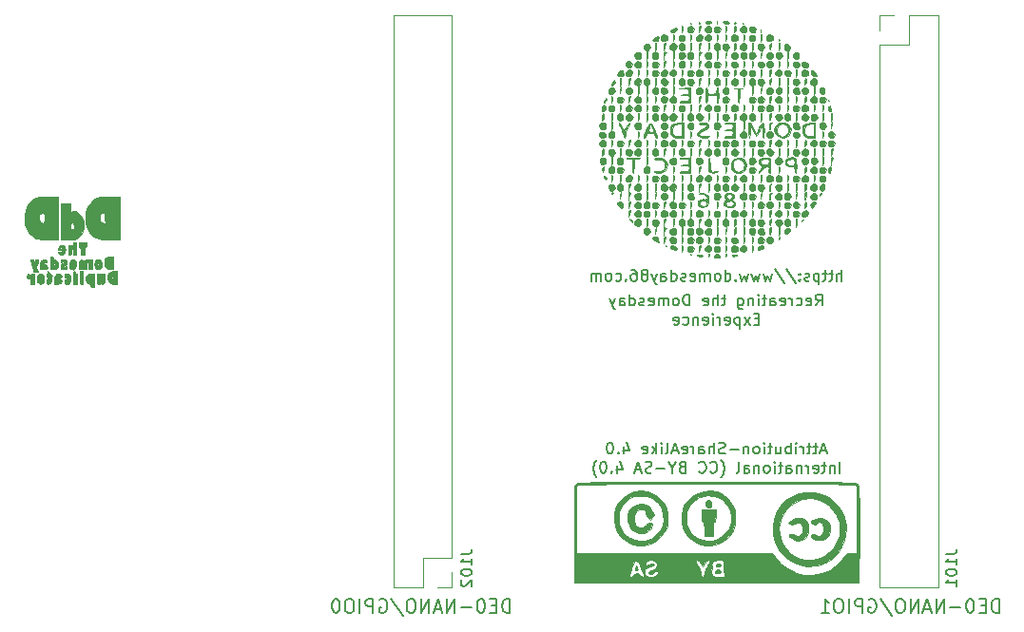
<source format=gbr>
G04 #@! TF.FileFunction,Legend,Bot*
%FSLAX46Y46*%
G04 Gerber Fmt 4.6, Leading zero omitted, Abs format (unit mm)*
G04 Created by KiCad (PCBNEW 4.0.7) date 06/19/18 15:52:20*
%MOMM*%
%LPD*%
G01*
G04 APERTURE LIST*
%ADD10C,0.100000*%
%ADD11C,0.200000*%
%ADD12C,0.120000*%
%ADD13C,0.010000*%
%ADD14C,0.150000*%
G04 APERTURE END LIST*
D10*
D11*
X182481906Y-110568667D02*
X182005715Y-110568667D01*
X182577144Y-110854381D02*
X182243811Y-109854381D01*
X181910477Y-110854381D01*
X181720001Y-110187714D02*
X181339049Y-110187714D01*
X181577144Y-109854381D02*
X181577144Y-110711524D01*
X181529525Y-110806762D01*
X181434287Y-110854381D01*
X181339049Y-110854381D01*
X181148572Y-110187714D02*
X180767620Y-110187714D01*
X181005715Y-109854381D02*
X181005715Y-110711524D01*
X180958096Y-110806762D01*
X180862858Y-110854381D01*
X180767620Y-110854381D01*
X180434286Y-110854381D02*
X180434286Y-110187714D01*
X180434286Y-110378190D02*
X180386667Y-110282952D01*
X180339048Y-110235333D01*
X180243810Y-110187714D01*
X180148571Y-110187714D01*
X179815238Y-110854381D02*
X179815238Y-110187714D01*
X179815238Y-109854381D02*
X179862857Y-109902000D01*
X179815238Y-109949619D01*
X179767619Y-109902000D01*
X179815238Y-109854381D01*
X179815238Y-109949619D01*
X179339048Y-110854381D02*
X179339048Y-109854381D01*
X179339048Y-110235333D02*
X179243810Y-110187714D01*
X179053333Y-110187714D01*
X178958095Y-110235333D01*
X178910476Y-110282952D01*
X178862857Y-110378190D01*
X178862857Y-110663905D01*
X178910476Y-110759143D01*
X178958095Y-110806762D01*
X179053333Y-110854381D01*
X179243810Y-110854381D01*
X179339048Y-110806762D01*
X178005714Y-110187714D02*
X178005714Y-110854381D01*
X178434286Y-110187714D02*
X178434286Y-110711524D01*
X178386667Y-110806762D01*
X178291429Y-110854381D01*
X178148571Y-110854381D01*
X178053333Y-110806762D01*
X178005714Y-110759143D01*
X177672381Y-110187714D02*
X177291429Y-110187714D01*
X177529524Y-109854381D02*
X177529524Y-110711524D01*
X177481905Y-110806762D01*
X177386667Y-110854381D01*
X177291429Y-110854381D01*
X176958095Y-110854381D02*
X176958095Y-110187714D01*
X176958095Y-109854381D02*
X177005714Y-109902000D01*
X176958095Y-109949619D01*
X176910476Y-109902000D01*
X176958095Y-109854381D01*
X176958095Y-109949619D01*
X176339048Y-110854381D02*
X176434286Y-110806762D01*
X176481905Y-110759143D01*
X176529524Y-110663905D01*
X176529524Y-110378190D01*
X176481905Y-110282952D01*
X176434286Y-110235333D01*
X176339048Y-110187714D01*
X176196190Y-110187714D01*
X176100952Y-110235333D01*
X176053333Y-110282952D01*
X176005714Y-110378190D01*
X176005714Y-110663905D01*
X176053333Y-110759143D01*
X176100952Y-110806762D01*
X176196190Y-110854381D01*
X176339048Y-110854381D01*
X175577143Y-110187714D02*
X175577143Y-110854381D01*
X175577143Y-110282952D02*
X175529524Y-110235333D01*
X175434286Y-110187714D01*
X175291428Y-110187714D01*
X175196190Y-110235333D01*
X175148571Y-110330571D01*
X175148571Y-110854381D01*
X174672381Y-110473429D02*
X173910476Y-110473429D01*
X173481905Y-110806762D02*
X173339048Y-110854381D01*
X173100952Y-110854381D01*
X173005714Y-110806762D01*
X172958095Y-110759143D01*
X172910476Y-110663905D01*
X172910476Y-110568667D01*
X172958095Y-110473429D01*
X173005714Y-110425810D01*
X173100952Y-110378190D01*
X173291429Y-110330571D01*
X173386667Y-110282952D01*
X173434286Y-110235333D01*
X173481905Y-110140095D01*
X173481905Y-110044857D01*
X173434286Y-109949619D01*
X173386667Y-109902000D01*
X173291429Y-109854381D01*
X173053333Y-109854381D01*
X172910476Y-109902000D01*
X172481905Y-110854381D02*
X172481905Y-109854381D01*
X172053333Y-110854381D02*
X172053333Y-110330571D01*
X172100952Y-110235333D01*
X172196190Y-110187714D01*
X172339048Y-110187714D01*
X172434286Y-110235333D01*
X172481905Y-110282952D01*
X171148571Y-110854381D02*
X171148571Y-110330571D01*
X171196190Y-110235333D01*
X171291428Y-110187714D01*
X171481905Y-110187714D01*
X171577143Y-110235333D01*
X171148571Y-110806762D02*
X171243809Y-110854381D01*
X171481905Y-110854381D01*
X171577143Y-110806762D01*
X171624762Y-110711524D01*
X171624762Y-110616286D01*
X171577143Y-110521048D01*
X171481905Y-110473429D01*
X171243809Y-110473429D01*
X171148571Y-110425810D01*
X170672381Y-110854381D02*
X170672381Y-110187714D01*
X170672381Y-110378190D02*
X170624762Y-110282952D01*
X170577143Y-110235333D01*
X170481905Y-110187714D01*
X170386666Y-110187714D01*
X169672380Y-110806762D02*
X169767618Y-110854381D01*
X169958095Y-110854381D01*
X170053333Y-110806762D01*
X170100952Y-110711524D01*
X170100952Y-110330571D01*
X170053333Y-110235333D01*
X169958095Y-110187714D01*
X169767618Y-110187714D01*
X169672380Y-110235333D01*
X169624761Y-110330571D01*
X169624761Y-110425810D01*
X170100952Y-110521048D01*
X169243809Y-110568667D02*
X168767618Y-110568667D01*
X169339047Y-110854381D02*
X169005714Y-109854381D01*
X168672380Y-110854381D01*
X168196190Y-110854381D02*
X168291428Y-110806762D01*
X168339047Y-110711524D01*
X168339047Y-109854381D01*
X167815237Y-110854381D02*
X167815237Y-110187714D01*
X167815237Y-109854381D02*
X167862856Y-109902000D01*
X167815237Y-109949619D01*
X167767618Y-109902000D01*
X167815237Y-109854381D01*
X167815237Y-109949619D01*
X167339047Y-110854381D02*
X167339047Y-109854381D01*
X167243809Y-110473429D02*
X166958094Y-110854381D01*
X166958094Y-110187714D02*
X167339047Y-110568667D01*
X166148570Y-110806762D02*
X166243808Y-110854381D01*
X166434285Y-110854381D01*
X166529523Y-110806762D01*
X166577142Y-110711524D01*
X166577142Y-110330571D01*
X166529523Y-110235333D01*
X166434285Y-110187714D01*
X166243808Y-110187714D01*
X166148570Y-110235333D01*
X166100951Y-110330571D01*
X166100951Y-110425810D01*
X166577142Y-110521048D01*
X164481903Y-110187714D02*
X164481903Y-110854381D01*
X164719999Y-109806762D02*
X164958094Y-110521048D01*
X164339046Y-110521048D01*
X163958094Y-110759143D02*
X163910475Y-110806762D01*
X163958094Y-110854381D01*
X164005713Y-110806762D01*
X163958094Y-110759143D01*
X163958094Y-110854381D01*
X163291428Y-109854381D02*
X163196189Y-109854381D01*
X163100951Y-109902000D01*
X163053332Y-109949619D01*
X163005713Y-110044857D01*
X162958094Y-110235333D01*
X162958094Y-110473429D01*
X163005713Y-110663905D01*
X163053332Y-110759143D01*
X163100951Y-110806762D01*
X163196189Y-110854381D01*
X163291428Y-110854381D01*
X163386666Y-110806762D01*
X163434285Y-110759143D01*
X163481904Y-110663905D01*
X163529523Y-110473429D01*
X163529523Y-110235333D01*
X163481904Y-110044857D01*
X163434285Y-109949619D01*
X163386666Y-109902000D01*
X163291428Y-109854381D01*
X183696192Y-112554381D02*
X183696192Y-111554381D01*
X183220002Y-111887714D02*
X183220002Y-112554381D01*
X183220002Y-111982952D02*
X183172383Y-111935333D01*
X183077145Y-111887714D01*
X182934287Y-111887714D01*
X182839049Y-111935333D01*
X182791430Y-112030571D01*
X182791430Y-112554381D01*
X182458097Y-111887714D02*
X182077145Y-111887714D01*
X182315240Y-111554381D02*
X182315240Y-112411524D01*
X182267621Y-112506762D01*
X182172383Y-112554381D01*
X182077145Y-112554381D01*
X181362858Y-112506762D02*
X181458096Y-112554381D01*
X181648573Y-112554381D01*
X181743811Y-112506762D01*
X181791430Y-112411524D01*
X181791430Y-112030571D01*
X181743811Y-111935333D01*
X181648573Y-111887714D01*
X181458096Y-111887714D01*
X181362858Y-111935333D01*
X181315239Y-112030571D01*
X181315239Y-112125810D01*
X181791430Y-112221048D01*
X180886668Y-112554381D02*
X180886668Y-111887714D01*
X180886668Y-112078190D02*
X180839049Y-111982952D01*
X180791430Y-111935333D01*
X180696192Y-111887714D01*
X180600953Y-111887714D01*
X180267620Y-111887714D02*
X180267620Y-112554381D01*
X180267620Y-111982952D02*
X180220001Y-111935333D01*
X180124763Y-111887714D01*
X179981905Y-111887714D01*
X179886667Y-111935333D01*
X179839048Y-112030571D01*
X179839048Y-112554381D01*
X178934286Y-112554381D02*
X178934286Y-112030571D01*
X178981905Y-111935333D01*
X179077143Y-111887714D01*
X179267620Y-111887714D01*
X179362858Y-111935333D01*
X178934286Y-112506762D02*
X179029524Y-112554381D01*
X179267620Y-112554381D01*
X179362858Y-112506762D01*
X179410477Y-112411524D01*
X179410477Y-112316286D01*
X179362858Y-112221048D01*
X179267620Y-112173429D01*
X179029524Y-112173429D01*
X178934286Y-112125810D01*
X178600953Y-111887714D02*
X178220001Y-111887714D01*
X178458096Y-111554381D02*
X178458096Y-112411524D01*
X178410477Y-112506762D01*
X178315239Y-112554381D01*
X178220001Y-112554381D01*
X177886667Y-112554381D02*
X177886667Y-111887714D01*
X177886667Y-111554381D02*
X177934286Y-111602000D01*
X177886667Y-111649619D01*
X177839048Y-111602000D01*
X177886667Y-111554381D01*
X177886667Y-111649619D01*
X177267620Y-112554381D02*
X177362858Y-112506762D01*
X177410477Y-112459143D01*
X177458096Y-112363905D01*
X177458096Y-112078190D01*
X177410477Y-111982952D01*
X177362858Y-111935333D01*
X177267620Y-111887714D01*
X177124762Y-111887714D01*
X177029524Y-111935333D01*
X176981905Y-111982952D01*
X176934286Y-112078190D01*
X176934286Y-112363905D01*
X176981905Y-112459143D01*
X177029524Y-112506762D01*
X177124762Y-112554381D01*
X177267620Y-112554381D01*
X176505715Y-111887714D02*
X176505715Y-112554381D01*
X176505715Y-111982952D02*
X176458096Y-111935333D01*
X176362858Y-111887714D01*
X176220000Y-111887714D01*
X176124762Y-111935333D01*
X176077143Y-112030571D01*
X176077143Y-112554381D01*
X175172381Y-112554381D02*
X175172381Y-112030571D01*
X175220000Y-111935333D01*
X175315238Y-111887714D01*
X175505715Y-111887714D01*
X175600953Y-111935333D01*
X175172381Y-112506762D02*
X175267619Y-112554381D01*
X175505715Y-112554381D01*
X175600953Y-112506762D01*
X175648572Y-112411524D01*
X175648572Y-112316286D01*
X175600953Y-112221048D01*
X175505715Y-112173429D01*
X175267619Y-112173429D01*
X175172381Y-112125810D01*
X174553334Y-112554381D02*
X174648572Y-112506762D01*
X174696191Y-112411524D01*
X174696191Y-111554381D01*
X173124761Y-112935333D02*
X173172381Y-112887714D01*
X173267619Y-112744857D01*
X173315238Y-112649619D01*
X173362857Y-112506762D01*
X173410476Y-112268667D01*
X173410476Y-112078190D01*
X173362857Y-111840095D01*
X173315238Y-111697238D01*
X173267619Y-111602000D01*
X173172381Y-111459143D01*
X173124761Y-111411524D01*
X172172380Y-112459143D02*
X172219999Y-112506762D01*
X172362856Y-112554381D01*
X172458094Y-112554381D01*
X172600952Y-112506762D01*
X172696190Y-112411524D01*
X172743809Y-112316286D01*
X172791428Y-112125810D01*
X172791428Y-111982952D01*
X172743809Y-111792476D01*
X172696190Y-111697238D01*
X172600952Y-111602000D01*
X172458094Y-111554381D01*
X172362856Y-111554381D01*
X172219999Y-111602000D01*
X172172380Y-111649619D01*
X171172380Y-112459143D02*
X171219999Y-112506762D01*
X171362856Y-112554381D01*
X171458094Y-112554381D01*
X171600952Y-112506762D01*
X171696190Y-112411524D01*
X171743809Y-112316286D01*
X171791428Y-112125810D01*
X171791428Y-111982952D01*
X171743809Y-111792476D01*
X171696190Y-111697238D01*
X171600952Y-111602000D01*
X171458094Y-111554381D01*
X171362856Y-111554381D01*
X171219999Y-111602000D01*
X171172380Y-111649619D01*
X169648570Y-112030571D02*
X169505713Y-112078190D01*
X169458094Y-112125810D01*
X169410475Y-112221048D01*
X169410475Y-112363905D01*
X169458094Y-112459143D01*
X169505713Y-112506762D01*
X169600951Y-112554381D01*
X169981904Y-112554381D01*
X169981904Y-111554381D01*
X169648570Y-111554381D01*
X169553332Y-111602000D01*
X169505713Y-111649619D01*
X169458094Y-111744857D01*
X169458094Y-111840095D01*
X169505713Y-111935333D01*
X169553332Y-111982952D01*
X169648570Y-112030571D01*
X169981904Y-112030571D01*
X168791428Y-112078190D02*
X168791428Y-112554381D01*
X169124761Y-111554381D02*
X168791428Y-112078190D01*
X168458094Y-111554381D01*
X168124761Y-112173429D02*
X167362856Y-112173429D01*
X166934285Y-112506762D02*
X166791428Y-112554381D01*
X166553332Y-112554381D01*
X166458094Y-112506762D01*
X166410475Y-112459143D01*
X166362856Y-112363905D01*
X166362856Y-112268667D01*
X166410475Y-112173429D01*
X166458094Y-112125810D01*
X166553332Y-112078190D01*
X166743809Y-112030571D01*
X166839047Y-111982952D01*
X166886666Y-111935333D01*
X166934285Y-111840095D01*
X166934285Y-111744857D01*
X166886666Y-111649619D01*
X166839047Y-111602000D01*
X166743809Y-111554381D01*
X166505713Y-111554381D01*
X166362856Y-111602000D01*
X165981904Y-112268667D02*
X165505713Y-112268667D01*
X166077142Y-112554381D02*
X165743809Y-111554381D01*
X165410475Y-112554381D01*
X163886665Y-111887714D02*
X163886665Y-112554381D01*
X164124761Y-111506762D02*
X164362856Y-112221048D01*
X163743808Y-112221048D01*
X163362856Y-112459143D02*
X163315237Y-112506762D01*
X163362856Y-112554381D01*
X163410475Y-112506762D01*
X163362856Y-112459143D01*
X163362856Y-112554381D01*
X162696190Y-111554381D02*
X162600951Y-111554381D01*
X162505713Y-111602000D01*
X162458094Y-111649619D01*
X162410475Y-111744857D01*
X162362856Y-111935333D01*
X162362856Y-112173429D01*
X162410475Y-112363905D01*
X162458094Y-112459143D01*
X162505713Y-112506762D01*
X162600951Y-112554381D01*
X162696190Y-112554381D01*
X162791428Y-112506762D01*
X162839047Y-112459143D01*
X162886666Y-112363905D01*
X162934285Y-112173429D01*
X162934285Y-111935333D01*
X162886666Y-111744857D01*
X162839047Y-111649619D01*
X162791428Y-111602000D01*
X162696190Y-111554381D01*
X162029523Y-112935333D02*
X161981904Y-112887714D01*
X161886666Y-112744857D01*
X161839047Y-112649619D01*
X161791428Y-112506762D01*
X161743809Y-112268667D01*
X161743809Y-112078190D01*
X161791428Y-111840095D01*
X161839047Y-111697238D01*
X161886666Y-111602000D01*
X161981904Y-111459143D01*
X162029523Y-111411524D01*
X181553334Y-97646381D02*
X181886668Y-97170190D01*
X182124763Y-97646381D02*
X182124763Y-96646381D01*
X181743810Y-96646381D01*
X181648572Y-96694000D01*
X181600953Y-96741619D01*
X181553334Y-96836857D01*
X181553334Y-96979714D01*
X181600953Y-97074952D01*
X181648572Y-97122571D01*
X181743810Y-97170190D01*
X182124763Y-97170190D01*
X180743810Y-97598762D02*
X180839048Y-97646381D01*
X181029525Y-97646381D01*
X181124763Y-97598762D01*
X181172382Y-97503524D01*
X181172382Y-97122571D01*
X181124763Y-97027333D01*
X181029525Y-96979714D01*
X180839048Y-96979714D01*
X180743810Y-97027333D01*
X180696191Y-97122571D01*
X180696191Y-97217810D01*
X181172382Y-97313048D01*
X179839048Y-97598762D02*
X179934286Y-97646381D01*
X180124763Y-97646381D01*
X180220001Y-97598762D01*
X180267620Y-97551143D01*
X180315239Y-97455905D01*
X180315239Y-97170190D01*
X180267620Y-97074952D01*
X180220001Y-97027333D01*
X180124763Y-96979714D01*
X179934286Y-96979714D01*
X179839048Y-97027333D01*
X179410477Y-97646381D02*
X179410477Y-96979714D01*
X179410477Y-97170190D02*
X179362858Y-97074952D01*
X179315239Y-97027333D01*
X179220001Y-96979714D01*
X179124762Y-96979714D01*
X178410476Y-97598762D02*
X178505714Y-97646381D01*
X178696191Y-97646381D01*
X178791429Y-97598762D01*
X178839048Y-97503524D01*
X178839048Y-97122571D01*
X178791429Y-97027333D01*
X178696191Y-96979714D01*
X178505714Y-96979714D01*
X178410476Y-97027333D01*
X178362857Y-97122571D01*
X178362857Y-97217810D01*
X178839048Y-97313048D01*
X177505714Y-97646381D02*
X177505714Y-97122571D01*
X177553333Y-97027333D01*
X177648571Y-96979714D01*
X177839048Y-96979714D01*
X177934286Y-97027333D01*
X177505714Y-97598762D02*
X177600952Y-97646381D01*
X177839048Y-97646381D01*
X177934286Y-97598762D01*
X177981905Y-97503524D01*
X177981905Y-97408286D01*
X177934286Y-97313048D01*
X177839048Y-97265429D01*
X177600952Y-97265429D01*
X177505714Y-97217810D01*
X177172381Y-96979714D02*
X176791429Y-96979714D01*
X177029524Y-96646381D02*
X177029524Y-97503524D01*
X176981905Y-97598762D01*
X176886667Y-97646381D01*
X176791429Y-97646381D01*
X176458095Y-97646381D02*
X176458095Y-96979714D01*
X176458095Y-96646381D02*
X176505714Y-96694000D01*
X176458095Y-96741619D01*
X176410476Y-96694000D01*
X176458095Y-96646381D01*
X176458095Y-96741619D01*
X175981905Y-96979714D02*
X175981905Y-97646381D01*
X175981905Y-97074952D02*
X175934286Y-97027333D01*
X175839048Y-96979714D01*
X175696190Y-96979714D01*
X175600952Y-97027333D01*
X175553333Y-97122571D01*
X175553333Y-97646381D01*
X174648571Y-96979714D02*
X174648571Y-97789238D01*
X174696190Y-97884476D01*
X174743809Y-97932095D01*
X174839048Y-97979714D01*
X174981905Y-97979714D01*
X175077143Y-97932095D01*
X174648571Y-97598762D02*
X174743809Y-97646381D01*
X174934286Y-97646381D01*
X175029524Y-97598762D01*
X175077143Y-97551143D01*
X175124762Y-97455905D01*
X175124762Y-97170190D01*
X175077143Y-97074952D01*
X175029524Y-97027333D01*
X174934286Y-96979714D01*
X174743809Y-96979714D01*
X174648571Y-97027333D01*
X173553333Y-96979714D02*
X173172381Y-96979714D01*
X173410476Y-96646381D02*
X173410476Y-97503524D01*
X173362857Y-97598762D01*
X173267619Y-97646381D01*
X173172381Y-97646381D01*
X172839047Y-97646381D02*
X172839047Y-96646381D01*
X172410475Y-97646381D02*
X172410475Y-97122571D01*
X172458094Y-97027333D01*
X172553332Y-96979714D01*
X172696190Y-96979714D01*
X172791428Y-97027333D01*
X172839047Y-97074952D01*
X171553332Y-97598762D02*
X171648570Y-97646381D01*
X171839047Y-97646381D01*
X171934285Y-97598762D01*
X171981904Y-97503524D01*
X171981904Y-97122571D01*
X171934285Y-97027333D01*
X171839047Y-96979714D01*
X171648570Y-96979714D01*
X171553332Y-97027333D01*
X171505713Y-97122571D01*
X171505713Y-97217810D01*
X171981904Y-97313048D01*
X170315237Y-97646381D02*
X170315237Y-96646381D01*
X170077142Y-96646381D01*
X169934284Y-96694000D01*
X169839046Y-96789238D01*
X169791427Y-96884476D01*
X169743808Y-97074952D01*
X169743808Y-97217810D01*
X169791427Y-97408286D01*
X169839046Y-97503524D01*
X169934284Y-97598762D01*
X170077142Y-97646381D01*
X170315237Y-97646381D01*
X169172380Y-97646381D02*
X169267618Y-97598762D01*
X169315237Y-97551143D01*
X169362856Y-97455905D01*
X169362856Y-97170190D01*
X169315237Y-97074952D01*
X169267618Y-97027333D01*
X169172380Y-96979714D01*
X169029522Y-96979714D01*
X168934284Y-97027333D01*
X168886665Y-97074952D01*
X168839046Y-97170190D01*
X168839046Y-97455905D01*
X168886665Y-97551143D01*
X168934284Y-97598762D01*
X169029522Y-97646381D01*
X169172380Y-97646381D01*
X168410475Y-97646381D02*
X168410475Y-96979714D01*
X168410475Y-97074952D02*
X168362856Y-97027333D01*
X168267618Y-96979714D01*
X168124760Y-96979714D01*
X168029522Y-97027333D01*
X167981903Y-97122571D01*
X167981903Y-97646381D01*
X167981903Y-97122571D02*
X167934284Y-97027333D01*
X167839046Y-96979714D01*
X167696189Y-96979714D01*
X167600951Y-97027333D01*
X167553332Y-97122571D01*
X167553332Y-97646381D01*
X166696189Y-97598762D02*
X166791427Y-97646381D01*
X166981904Y-97646381D01*
X167077142Y-97598762D01*
X167124761Y-97503524D01*
X167124761Y-97122571D01*
X167077142Y-97027333D01*
X166981904Y-96979714D01*
X166791427Y-96979714D01*
X166696189Y-97027333D01*
X166648570Y-97122571D01*
X166648570Y-97217810D01*
X167124761Y-97313048D01*
X166267618Y-97598762D02*
X166172380Y-97646381D01*
X165981904Y-97646381D01*
X165886665Y-97598762D01*
X165839046Y-97503524D01*
X165839046Y-97455905D01*
X165886665Y-97360667D01*
X165981904Y-97313048D01*
X166124761Y-97313048D01*
X166219999Y-97265429D01*
X166267618Y-97170190D01*
X166267618Y-97122571D01*
X166219999Y-97027333D01*
X166124761Y-96979714D01*
X165981904Y-96979714D01*
X165886665Y-97027333D01*
X164981903Y-97646381D02*
X164981903Y-96646381D01*
X164981903Y-97598762D02*
X165077141Y-97646381D01*
X165267618Y-97646381D01*
X165362856Y-97598762D01*
X165410475Y-97551143D01*
X165458094Y-97455905D01*
X165458094Y-97170190D01*
X165410475Y-97074952D01*
X165362856Y-97027333D01*
X165267618Y-96979714D01*
X165077141Y-96979714D01*
X164981903Y-97027333D01*
X164077141Y-97646381D02*
X164077141Y-97122571D01*
X164124760Y-97027333D01*
X164219998Y-96979714D01*
X164410475Y-96979714D01*
X164505713Y-97027333D01*
X164077141Y-97598762D02*
X164172379Y-97646381D01*
X164410475Y-97646381D01*
X164505713Y-97598762D01*
X164553332Y-97503524D01*
X164553332Y-97408286D01*
X164505713Y-97313048D01*
X164410475Y-97265429D01*
X164172379Y-97265429D01*
X164077141Y-97217810D01*
X163696189Y-96979714D02*
X163458094Y-97646381D01*
X163219998Y-96979714D02*
X163458094Y-97646381D01*
X163553332Y-97884476D01*
X163600951Y-97932095D01*
X163696189Y-97979714D01*
X176505715Y-98822571D02*
X176172381Y-98822571D01*
X176029524Y-99346381D02*
X176505715Y-99346381D01*
X176505715Y-98346381D01*
X176029524Y-98346381D01*
X175696191Y-99346381D02*
X175172381Y-98679714D01*
X175696191Y-98679714D02*
X175172381Y-99346381D01*
X174791429Y-98679714D02*
X174791429Y-99679714D01*
X174791429Y-98727333D02*
X174696191Y-98679714D01*
X174505714Y-98679714D01*
X174410476Y-98727333D01*
X174362857Y-98774952D01*
X174315238Y-98870190D01*
X174315238Y-99155905D01*
X174362857Y-99251143D01*
X174410476Y-99298762D01*
X174505714Y-99346381D01*
X174696191Y-99346381D01*
X174791429Y-99298762D01*
X173505714Y-99298762D02*
X173600952Y-99346381D01*
X173791429Y-99346381D01*
X173886667Y-99298762D01*
X173934286Y-99203524D01*
X173934286Y-98822571D01*
X173886667Y-98727333D01*
X173791429Y-98679714D01*
X173600952Y-98679714D01*
X173505714Y-98727333D01*
X173458095Y-98822571D01*
X173458095Y-98917810D01*
X173934286Y-99013048D01*
X173029524Y-99346381D02*
X173029524Y-98679714D01*
X173029524Y-98870190D02*
X172981905Y-98774952D01*
X172934286Y-98727333D01*
X172839048Y-98679714D01*
X172743809Y-98679714D01*
X172410476Y-99346381D02*
X172410476Y-98679714D01*
X172410476Y-98346381D02*
X172458095Y-98394000D01*
X172410476Y-98441619D01*
X172362857Y-98394000D01*
X172410476Y-98346381D01*
X172410476Y-98441619D01*
X171553333Y-99298762D02*
X171648571Y-99346381D01*
X171839048Y-99346381D01*
X171934286Y-99298762D01*
X171981905Y-99203524D01*
X171981905Y-98822571D01*
X171934286Y-98727333D01*
X171839048Y-98679714D01*
X171648571Y-98679714D01*
X171553333Y-98727333D01*
X171505714Y-98822571D01*
X171505714Y-98917810D01*
X171981905Y-99013048D01*
X171077143Y-98679714D02*
X171077143Y-99346381D01*
X171077143Y-98774952D02*
X171029524Y-98727333D01*
X170934286Y-98679714D01*
X170791428Y-98679714D01*
X170696190Y-98727333D01*
X170648571Y-98822571D01*
X170648571Y-99346381D01*
X169743809Y-99298762D02*
X169839047Y-99346381D01*
X170029524Y-99346381D01*
X170124762Y-99298762D01*
X170172381Y-99251143D01*
X170220000Y-99155905D01*
X170220000Y-98870190D01*
X170172381Y-98774952D01*
X170124762Y-98727333D01*
X170029524Y-98679714D01*
X169839047Y-98679714D01*
X169743809Y-98727333D01*
X168934285Y-99298762D02*
X169029523Y-99346381D01*
X169220000Y-99346381D01*
X169315238Y-99298762D01*
X169362857Y-99203524D01*
X169362857Y-98822571D01*
X169315238Y-98727333D01*
X169220000Y-98679714D01*
X169029523Y-98679714D01*
X168934285Y-98727333D01*
X168886666Y-98822571D01*
X168886666Y-98917810D01*
X169362857Y-99013048D01*
X183886667Y-95448381D02*
X183886667Y-94448381D01*
X183458095Y-95448381D02*
X183458095Y-94924571D01*
X183505714Y-94829333D01*
X183600952Y-94781714D01*
X183743810Y-94781714D01*
X183839048Y-94829333D01*
X183886667Y-94876952D01*
X183124762Y-94781714D02*
X182743810Y-94781714D01*
X182981905Y-94448381D02*
X182981905Y-95305524D01*
X182934286Y-95400762D01*
X182839048Y-95448381D01*
X182743810Y-95448381D01*
X182553333Y-94781714D02*
X182172381Y-94781714D01*
X182410476Y-94448381D02*
X182410476Y-95305524D01*
X182362857Y-95400762D01*
X182267619Y-95448381D01*
X182172381Y-95448381D01*
X181839047Y-94781714D02*
X181839047Y-95781714D01*
X181839047Y-94829333D02*
X181743809Y-94781714D01*
X181553332Y-94781714D01*
X181458094Y-94829333D01*
X181410475Y-94876952D01*
X181362856Y-94972190D01*
X181362856Y-95257905D01*
X181410475Y-95353143D01*
X181458094Y-95400762D01*
X181553332Y-95448381D01*
X181743809Y-95448381D01*
X181839047Y-95400762D01*
X180981904Y-95400762D02*
X180886666Y-95448381D01*
X180696190Y-95448381D01*
X180600951Y-95400762D01*
X180553332Y-95305524D01*
X180553332Y-95257905D01*
X180600951Y-95162667D01*
X180696190Y-95115048D01*
X180839047Y-95115048D01*
X180934285Y-95067429D01*
X180981904Y-94972190D01*
X180981904Y-94924571D01*
X180934285Y-94829333D01*
X180839047Y-94781714D01*
X180696190Y-94781714D01*
X180600951Y-94829333D01*
X180124761Y-95353143D02*
X180077142Y-95400762D01*
X180124761Y-95448381D01*
X180172380Y-95400762D01*
X180124761Y-95353143D01*
X180124761Y-95448381D01*
X180124761Y-94829333D02*
X180077142Y-94876952D01*
X180124761Y-94924571D01*
X180172380Y-94876952D01*
X180124761Y-94829333D01*
X180124761Y-94924571D01*
X178934285Y-94400762D02*
X179791428Y-95686476D01*
X177886666Y-94400762D02*
X178743809Y-95686476D01*
X177648571Y-94781714D02*
X177458095Y-95448381D01*
X177267618Y-94972190D01*
X177077142Y-95448381D01*
X176886666Y-94781714D01*
X176600952Y-94781714D02*
X176410476Y-95448381D01*
X176219999Y-94972190D01*
X176029523Y-95448381D01*
X175839047Y-94781714D01*
X175553333Y-94781714D02*
X175362857Y-95448381D01*
X175172380Y-94972190D01*
X174981904Y-95448381D01*
X174791428Y-94781714D01*
X174410476Y-95353143D02*
X174362857Y-95400762D01*
X174410476Y-95448381D01*
X174458095Y-95400762D01*
X174410476Y-95353143D01*
X174410476Y-95448381D01*
X173505714Y-95448381D02*
X173505714Y-94448381D01*
X173505714Y-95400762D02*
X173600952Y-95448381D01*
X173791429Y-95448381D01*
X173886667Y-95400762D01*
X173934286Y-95353143D01*
X173981905Y-95257905D01*
X173981905Y-94972190D01*
X173934286Y-94876952D01*
X173886667Y-94829333D01*
X173791429Y-94781714D01*
X173600952Y-94781714D01*
X173505714Y-94829333D01*
X172886667Y-95448381D02*
X172981905Y-95400762D01*
X173029524Y-95353143D01*
X173077143Y-95257905D01*
X173077143Y-94972190D01*
X173029524Y-94876952D01*
X172981905Y-94829333D01*
X172886667Y-94781714D01*
X172743809Y-94781714D01*
X172648571Y-94829333D01*
X172600952Y-94876952D01*
X172553333Y-94972190D01*
X172553333Y-95257905D01*
X172600952Y-95353143D01*
X172648571Y-95400762D01*
X172743809Y-95448381D01*
X172886667Y-95448381D01*
X172124762Y-95448381D02*
X172124762Y-94781714D01*
X172124762Y-94876952D02*
X172077143Y-94829333D01*
X171981905Y-94781714D01*
X171839047Y-94781714D01*
X171743809Y-94829333D01*
X171696190Y-94924571D01*
X171696190Y-95448381D01*
X171696190Y-94924571D02*
X171648571Y-94829333D01*
X171553333Y-94781714D01*
X171410476Y-94781714D01*
X171315238Y-94829333D01*
X171267619Y-94924571D01*
X171267619Y-95448381D01*
X170410476Y-95400762D02*
X170505714Y-95448381D01*
X170696191Y-95448381D01*
X170791429Y-95400762D01*
X170839048Y-95305524D01*
X170839048Y-94924571D01*
X170791429Y-94829333D01*
X170696191Y-94781714D01*
X170505714Y-94781714D01*
X170410476Y-94829333D01*
X170362857Y-94924571D01*
X170362857Y-95019810D01*
X170839048Y-95115048D01*
X169981905Y-95400762D02*
X169886667Y-95448381D01*
X169696191Y-95448381D01*
X169600952Y-95400762D01*
X169553333Y-95305524D01*
X169553333Y-95257905D01*
X169600952Y-95162667D01*
X169696191Y-95115048D01*
X169839048Y-95115048D01*
X169934286Y-95067429D01*
X169981905Y-94972190D01*
X169981905Y-94924571D01*
X169934286Y-94829333D01*
X169839048Y-94781714D01*
X169696191Y-94781714D01*
X169600952Y-94829333D01*
X168696190Y-95448381D02*
X168696190Y-94448381D01*
X168696190Y-95400762D02*
X168791428Y-95448381D01*
X168981905Y-95448381D01*
X169077143Y-95400762D01*
X169124762Y-95353143D01*
X169172381Y-95257905D01*
X169172381Y-94972190D01*
X169124762Y-94876952D01*
X169077143Y-94829333D01*
X168981905Y-94781714D01*
X168791428Y-94781714D01*
X168696190Y-94829333D01*
X167791428Y-95448381D02*
X167791428Y-94924571D01*
X167839047Y-94829333D01*
X167934285Y-94781714D01*
X168124762Y-94781714D01*
X168220000Y-94829333D01*
X167791428Y-95400762D02*
X167886666Y-95448381D01*
X168124762Y-95448381D01*
X168220000Y-95400762D01*
X168267619Y-95305524D01*
X168267619Y-95210286D01*
X168220000Y-95115048D01*
X168124762Y-95067429D01*
X167886666Y-95067429D01*
X167791428Y-95019810D01*
X167410476Y-94781714D02*
X167172381Y-95448381D01*
X166934285Y-94781714D02*
X167172381Y-95448381D01*
X167267619Y-95686476D01*
X167315238Y-95734095D01*
X167410476Y-95781714D01*
X166410476Y-94876952D02*
X166505714Y-94829333D01*
X166553333Y-94781714D01*
X166600952Y-94686476D01*
X166600952Y-94638857D01*
X166553333Y-94543619D01*
X166505714Y-94496000D01*
X166410476Y-94448381D01*
X166219999Y-94448381D01*
X166124761Y-94496000D01*
X166077142Y-94543619D01*
X166029523Y-94638857D01*
X166029523Y-94686476D01*
X166077142Y-94781714D01*
X166124761Y-94829333D01*
X166219999Y-94876952D01*
X166410476Y-94876952D01*
X166505714Y-94924571D01*
X166553333Y-94972190D01*
X166600952Y-95067429D01*
X166600952Y-95257905D01*
X166553333Y-95353143D01*
X166505714Y-95400762D01*
X166410476Y-95448381D01*
X166219999Y-95448381D01*
X166124761Y-95400762D01*
X166077142Y-95353143D01*
X166029523Y-95257905D01*
X166029523Y-95067429D01*
X166077142Y-94972190D01*
X166124761Y-94924571D01*
X166219999Y-94876952D01*
X165172380Y-94448381D02*
X165362857Y-94448381D01*
X165458095Y-94496000D01*
X165505714Y-94543619D01*
X165600952Y-94686476D01*
X165648571Y-94876952D01*
X165648571Y-95257905D01*
X165600952Y-95353143D01*
X165553333Y-95400762D01*
X165458095Y-95448381D01*
X165267618Y-95448381D01*
X165172380Y-95400762D01*
X165124761Y-95353143D01*
X165077142Y-95257905D01*
X165077142Y-95019810D01*
X165124761Y-94924571D01*
X165172380Y-94876952D01*
X165267618Y-94829333D01*
X165458095Y-94829333D01*
X165553333Y-94876952D01*
X165600952Y-94924571D01*
X165648571Y-95019810D01*
X164648571Y-95353143D02*
X164600952Y-95400762D01*
X164648571Y-95448381D01*
X164696190Y-95400762D01*
X164648571Y-95353143D01*
X164648571Y-95448381D01*
X163743809Y-95400762D02*
X163839047Y-95448381D01*
X164029524Y-95448381D01*
X164124762Y-95400762D01*
X164172381Y-95353143D01*
X164220000Y-95257905D01*
X164220000Y-94972190D01*
X164172381Y-94876952D01*
X164124762Y-94829333D01*
X164029524Y-94781714D01*
X163839047Y-94781714D01*
X163743809Y-94829333D01*
X163172381Y-95448381D02*
X163267619Y-95400762D01*
X163315238Y-95353143D01*
X163362857Y-95257905D01*
X163362857Y-94972190D01*
X163315238Y-94876952D01*
X163267619Y-94829333D01*
X163172381Y-94781714D01*
X163029523Y-94781714D01*
X162934285Y-94829333D01*
X162886666Y-94876952D01*
X162839047Y-94972190D01*
X162839047Y-95257905D01*
X162886666Y-95353143D01*
X162934285Y-95400762D01*
X163029523Y-95448381D01*
X163172381Y-95448381D01*
X162410476Y-95448381D02*
X162410476Y-94781714D01*
X162410476Y-94876952D02*
X162362857Y-94829333D01*
X162267619Y-94781714D01*
X162124761Y-94781714D01*
X162029523Y-94829333D01*
X161981904Y-94924571D01*
X161981904Y-95448381D01*
X161981904Y-94924571D02*
X161934285Y-94829333D01*
X161839047Y-94781714D01*
X161696190Y-94781714D01*
X161600952Y-94829333D01*
X161553333Y-94924571D01*
X161553333Y-95448381D01*
X197877714Y-125002857D02*
X197877714Y-123802857D01*
X197591999Y-123802857D01*
X197420571Y-123860000D01*
X197306285Y-123974286D01*
X197249142Y-124088571D01*
X197191999Y-124317143D01*
X197191999Y-124488571D01*
X197249142Y-124717143D01*
X197306285Y-124831429D01*
X197420571Y-124945714D01*
X197591999Y-125002857D01*
X197877714Y-125002857D01*
X196677714Y-124374286D02*
X196277714Y-124374286D01*
X196106285Y-125002857D02*
X196677714Y-125002857D01*
X196677714Y-123802857D01*
X196106285Y-123802857D01*
X195363428Y-123802857D02*
X195249143Y-123802857D01*
X195134857Y-123860000D01*
X195077714Y-123917143D01*
X195020571Y-124031429D01*
X194963428Y-124260000D01*
X194963428Y-124545714D01*
X195020571Y-124774286D01*
X195077714Y-124888571D01*
X195134857Y-124945714D01*
X195249143Y-125002857D01*
X195363428Y-125002857D01*
X195477714Y-124945714D01*
X195534857Y-124888571D01*
X195592000Y-124774286D01*
X195649143Y-124545714D01*
X195649143Y-124260000D01*
X195592000Y-124031429D01*
X195534857Y-123917143D01*
X195477714Y-123860000D01*
X195363428Y-123802857D01*
X194449143Y-124545714D02*
X193534857Y-124545714D01*
X192963429Y-125002857D02*
X192963429Y-123802857D01*
X192277714Y-125002857D01*
X192277714Y-123802857D01*
X191763429Y-124660000D02*
X191192000Y-124660000D01*
X191877714Y-125002857D02*
X191477714Y-123802857D01*
X191077714Y-125002857D01*
X190677715Y-125002857D02*
X190677715Y-123802857D01*
X189992000Y-125002857D01*
X189992000Y-123802857D01*
X189192000Y-123802857D02*
X188963429Y-123802857D01*
X188849143Y-123860000D01*
X188734857Y-123974286D01*
X188677715Y-124202857D01*
X188677715Y-124602857D01*
X188734857Y-124831429D01*
X188849143Y-124945714D01*
X188963429Y-125002857D01*
X189192000Y-125002857D01*
X189306286Y-124945714D01*
X189420572Y-124831429D01*
X189477715Y-124602857D01*
X189477715Y-124202857D01*
X189420572Y-123974286D01*
X189306286Y-123860000D01*
X189192000Y-123802857D01*
X187306286Y-123745714D02*
X188334857Y-125288571D01*
X186277714Y-123860000D02*
X186392000Y-123802857D01*
X186563429Y-123802857D01*
X186734857Y-123860000D01*
X186849143Y-123974286D01*
X186906286Y-124088571D01*
X186963429Y-124317143D01*
X186963429Y-124488571D01*
X186906286Y-124717143D01*
X186849143Y-124831429D01*
X186734857Y-124945714D01*
X186563429Y-125002857D01*
X186449143Y-125002857D01*
X186277714Y-124945714D01*
X186220571Y-124888571D01*
X186220571Y-124488571D01*
X186449143Y-124488571D01*
X185706286Y-125002857D02*
X185706286Y-123802857D01*
X185249143Y-123802857D01*
X185134857Y-123860000D01*
X185077714Y-123917143D01*
X185020571Y-124031429D01*
X185020571Y-124202857D01*
X185077714Y-124317143D01*
X185134857Y-124374286D01*
X185249143Y-124431429D01*
X185706286Y-124431429D01*
X184506286Y-125002857D02*
X184506286Y-123802857D01*
X183706285Y-123802857D02*
X183477714Y-123802857D01*
X183363428Y-123860000D01*
X183249142Y-123974286D01*
X183192000Y-124202857D01*
X183192000Y-124602857D01*
X183249142Y-124831429D01*
X183363428Y-124945714D01*
X183477714Y-125002857D01*
X183706285Y-125002857D01*
X183820571Y-124945714D01*
X183934857Y-124831429D01*
X183992000Y-124602857D01*
X183992000Y-124202857D01*
X183934857Y-123974286D01*
X183820571Y-123860000D01*
X183706285Y-123802857D01*
X182049142Y-125002857D02*
X182734857Y-125002857D01*
X182391999Y-125002857D02*
X182391999Y-123802857D01*
X182506285Y-123974286D01*
X182620571Y-124088571D01*
X182734857Y-124145714D01*
X154316714Y-125002857D02*
X154316714Y-123802857D01*
X154030999Y-123802857D01*
X153859571Y-123860000D01*
X153745285Y-123974286D01*
X153688142Y-124088571D01*
X153630999Y-124317143D01*
X153630999Y-124488571D01*
X153688142Y-124717143D01*
X153745285Y-124831429D01*
X153859571Y-124945714D01*
X154030999Y-125002857D01*
X154316714Y-125002857D01*
X153116714Y-124374286D02*
X152716714Y-124374286D01*
X152545285Y-125002857D02*
X153116714Y-125002857D01*
X153116714Y-123802857D01*
X152545285Y-123802857D01*
X151802428Y-123802857D02*
X151688143Y-123802857D01*
X151573857Y-123860000D01*
X151516714Y-123917143D01*
X151459571Y-124031429D01*
X151402428Y-124260000D01*
X151402428Y-124545714D01*
X151459571Y-124774286D01*
X151516714Y-124888571D01*
X151573857Y-124945714D01*
X151688143Y-125002857D01*
X151802428Y-125002857D01*
X151916714Y-124945714D01*
X151973857Y-124888571D01*
X152031000Y-124774286D01*
X152088143Y-124545714D01*
X152088143Y-124260000D01*
X152031000Y-124031429D01*
X151973857Y-123917143D01*
X151916714Y-123860000D01*
X151802428Y-123802857D01*
X150888143Y-124545714D02*
X149973857Y-124545714D01*
X149402429Y-125002857D02*
X149402429Y-123802857D01*
X148716714Y-125002857D01*
X148716714Y-123802857D01*
X148202429Y-124660000D02*
X147631000Y-124660000D01*
X148316714Y-125002857D02*
X147916714Y-123802857D01*
X147516714Y-125002857D01*
X147116715Y-125002857D02*
X147116715Y-123802857D01*
X146431000Y-125002857D01*
X146431000Y-123802857D01*
X145631000Y-123802857D02*
X145402429Y-123802857D01*
X145288143Y-123860000D01*
X145173857Y-123974286D01*
X145116715Y-124202857D01*
X145116715Y-124602857D01*
X145173857Y-124831429D01*
X145288143Y-124945714D01*
X145402429Y-125002857D01*
X145631000Y-125002857D01*
X145745286Y-124945714D01*
X145859572Y-124831429D01*
X145916715Y-124602857D01*
X145916715Y-124202857D01*
X145859572Y-123974286D01*
X145745286Y-123860000D01*
X145631000Y-123802857D01*
X143745286Y-123745714D02*
X144773857Y-125288571D01*
X142716714Y-123860000D02*
X142831000Y-123802857D01*
X143002429Y-123802857D01*
X143173857Y-123860000D01*
X143288143Y-123974286D01*
X143345286Y-124088571D01*
X143402429Y-124317143D01*
X143402429Y-124488571D01*
X143345286Y-124717143D01*
X143288143Y-124831429D01*
X143173857Y-124945714D01*
X143002429Y-125002857D01*
X142888143Y-125002857D01*
X142716714Y-124945714D01*
X142659571Y-124888571D01*
X142659571Y-124488571D01*
X142888143Y-124488571D01*
X142145286Y-125002857D02*
X142145286Y-123802857D01*
X141688143Y-123802857D01*
X141573857Y-123860000D01*
X141516714Y-123917143D01*
X141459571Y-124031429D01*
X141459571Y-124202857D01*
X141516714Y-124317143D01*
X141573857Y-124374286D01*
X141688143Y-124431429D01*
X142145286Y-124431429D01*
X140945286Y-125002857D02*
X140945286Y-123802857D01*
X140145285Y-123802857D02*
X139916714Y-123802857D01*
X139802428Y-123860000D01*
X139688142Y-123974286D01*
X139631000Y-124202857D01*
X139631000Y-124602857D01*
X139688142Y-124831429D01*
X139802428Y-124945714D01*
X139916714Y-125002857D01*
X140145285Y-125002857D01*
X140259571Y-124945714D01*
X140373857Y-124831429D01*
X140431000Y-124602857D01*
X140431000Y-124202857D01*
X140373857Y-123974286D01*
X140259571Y-123860000D01*
X140145285Y-123802857D01*
X138888142Y-123802857D02*
X138773857Y-123802857D01*
X138659571Y-123860000D01*
X138602428Y-123917143D01*
X138545285Y-124031429D01*
X138488142Y-124260000D01*
X138488142Y-124545714D01*
X138545285Y-124774286D01*
X138602428Y-124888571D01*
X138659571Y-124945714D01*
X138773857Y-125002857D01*
X138888142Y-125002857D01*
X139002428Y-124945714D01*
X139059571Y-124888571D01*
X139116714Y-124774286D01*
X139173857Y-124545714D01*
X139173857Y-124260000D01*
X139116714Y-124031429D01*
X139059571Y-123917143D01*
X139002428Y-123860000D01*
X138888142Y-123802857D01*
D12*
X149158000Y-120142000D02*
X149158000Y-71822000D01*
X149158000Y-71822000D02*
X143958000Y-71822000D01*
X143958000Y-71822000D02*
X143958000Y-122742000D01*
X143958000Y-122742000D02*
X146558000Y-122742000D01*
X146558000Y-122742000D02*
X146558000Y-120142000D01*
X146558000Y-120142000D02*
X149158000Y-120142000D01*
X149158000Y-121412000D02*
X149158000Y-122742000D01*
X149158000Y-122742000D02*
X147888000Y-122742000D01*
X187265000Y-74422000D02*
X187265000Y-122742000D01*
X187265000Y-122742000D02*
X192465000Y-122742000D01*
X192465000Y-122742000D02*
X192465000Y-71822000D01*
X192465000Y-71822000D02*
X189865000Y-71822000D01*
X189865000Y-71822000D02*
X189865000Y-74422000D01*
X189865000Y-74422000D02*
X187265000Y-74422000D01*
X187265000Y-73152000D02*
X187265000Y-71822000D01*
X187265000Y-71822000D02*
X188535000Y-71822000D01*
D13*
G36*
X172600097Y-93127443D02*
X172479013Y-93266556D01*
X172517395Y-93352342D01*
X172716367Y-93386527D01*
X172769389Y-93387333D01*
X172980865Y-93363250D01*
X173041315Y-93294102D01*
X173039516Y-93287549D01*
X172918113Y-93126182D01*
X172738790Y-93073554D01*
X172600097Y-93127443D01*
X172600097Y-93127443D01*
G37*
X172600097Y-93127443D02*
X172479013Y-93266556D01*
X172517395Y-93352342D01*
X172716367Y-93386527D01*
X172769389Y-93387333D01*
X172980865Y-93363250D01*
X173041315Y-93294102D01*
X173039516Y-93287549D01*
X172918113Y-93126182D01*
X172738790Y-93073554D01*
X172600097Y-93127443D01*
G36*
X174135288Y-93123512D02*
X174073896Y-93220073D01*
X174156573Y-93249501D01*
X174371000Y-93218690D01*
X174538986Y-93179387D01*
X174552281Y-93147466D01*
X174425977Y-93099100D01*
X174223189Y-93080001D01*
X174135288Y-93123512D01*
X174135288Y-93123512D01*
G37*
X174135288Y-93123512D02*
X174073896Y-93220073D01*
X174156573Y-93249501D01*
X174371000Y-93218690D01*
X174538986Y-93179387D01*
X174552281Y-93147466D01*
X174425977Y-93099100D01*
X174223189Y-93080001D01*
X174135288Y-93123512D01*
G36*
X173489636Y-93150966D02*
X173500013Y-93229705D01*
X173546645Y-93293438D01*
X173601977Y-93229363D01*
X173633045Y-93104718D01*
X173617478Y-93071256D01*
X173533779Y-93057352D01*
X173489636Y-93150966D01*
X173489636Y-93150966D01*
G37*
X173489636Y-93150966D02*
X173500013Y-93229705D01*
X173546645Y-93293438D01*
X173601977Y-93229363D01*
X173633045Y-93104718D01*
X173617478Y-93071256D01*
X173533779Y-93057352D01*
X173489636Y-93150966D01*
G36*
X171965636Y-93150966D02*
X171976013Y-93229705D01*
X172022645Y-93293438D01*
X172077977Y-93229363D01*
X172109045Y-93104718D01*
X172093478Y-93071256D01*
X172009779Y-93057352D01*
X171965636Y-93150966D01*
X171965636Y-93150966D01*
G37*
X171965636Y-93150966D02*
X171976013Y-93229705D01*
X172022645Y-93293438D01*
X172077977Y-93229363D01*
X172109045Y-93104718D01*
X172093478Y-93071256D01*
X172009779Y-93057352D01*
X171965636Y-93150966D01*
G36*
X171059694Y-93090370D02*
X171001211Y-93124923D01*
X170963613Y-93201515D01*
X171045142Y-93218000D01*
X171249604Y-93248467D01*
X171316075Y-93269392D01*
X171429121Y-93271801D01*
X171450000Y-93232764D01*
X171379693Y-93134920D01*
X171222651Y-93080982D01*
X171059694Y-93090370D01*
X171059694Y-93090370D01*
G37*
X171059694Y-93090370D02*
X171001211Y-93124923D01*
X170963613Y-93201515D01*
X171045142Y-93218000D01*
X171249604Y-93248467D01*
X171316075Y-93269392D01*
X171429121Y-93271801D01*
X171450000Y-93232764D01*
X171379693Y-93134920D01*
X171222651Y-93080982D01*
X171059694Y-93090370D01*
G36*
X170377556Y-93076889D02*
X170389178Y-93127223D01*
X170434000Y-93133333D01*
X170503690Y-93102355D01*
X170490445Y-93076889D01*
X170389965Y-93066756D01*
X170377556Y-93076889D01*
X170377556Y-93076889D01*
G37*
X170377556Y-93076889D02*
X170389178Y-93127223D01*
X170434000Y-93133333D01*
X170503690Y-93102355D01*
X170490445Y-93076889D01*
X170389965Y-93066756D01*
X170377556Y-93076889D01*
G36*
X175875594Y-92361146D02*
X175853246Y-92544268D01*
X175852667Y-92583000D01*
X175860986Y-92779001D01*
X175881438Y-92876823D01*
X175885737Y-92879333D01*
X175916248Y-92805057D01*
X175948514Y-92622366D01*
X175953403Y-92583000D01*
X175959352Y-92388059D01*
X175929457Y-92289576D01*
X175920332Y-92286667D01*
X175875594Y-92361146D01*
X175875594Y-92361146D01*
G37*
X175875594Y-92361146D02*
X175853246Y-92544268D01*
X175852667Y-92583000D01*
X175860986Y-92779001D01*
X175881438Y-92876823D01*
X175885737Y-92879333D01*
X175916248Y-92805057D01*
X175948514Y-92622366D01*
X175953403Y-92583000D01*
X175959352Y-92388059D01*
X175929457Y-92289576D01*
X175920332Y-92286667D01*
X175875594Y-92361146D01*
G36*
X174945668Y-92327012D02*
X174848053Y-92432647D01*
X174813684Y-92634797D01*
X174912420Y-92801960D01*
X175109268Y-92878748D01*
X175130274Y-92879333D01*
X175322493Y-92812493D01*
X175388290Y-92705937D01*
X175387493Y-92505223D01*
X175279771Y-92358124D01*
X175115653Y-92290200D01*
X174945668Y-92327012D01*
X174945668Y-92327012D01*
G37*
X174945668Y-92327012D02*
X174848053Y-92432647D01*
X174813684Y-92634797D01*
X174912420Y-92801960D01*
X175109268Y-92878748D01*
X175130274Y-92879333D01*
X175322493Y-92812493D01*
X175388290Y-92705937D01*
X175387493Y-92505223D01*
X175279771Y-92358124D01*
X175115653Y-92290200D01*
X174945668Y-92327012D01*
G36*
X174103048Y-92384094D02*
X174017573Y-92547485D01*
X174031044Y-92705937D01*
X174148177Y-92841244D01*
X174336485Y-92877577D01*
X174525155Y-92808230D01*
X174578175Y-92757745D01*
X174635571Y-92606532D01*
X174585563Y-92461412D01*
X174438677Y-92318289D01*
X174260627Y-92300106D01*
X174103048Y-92384094D01*
X174103048Y-92384094D01*
G37*
X174103048Y-92384094D02*
X174017573Y-92547485D01*
X174031044Y-92705937D01*
X174148177Y-92841244D01*
X174336485Y-92877577D01*
X174525155Y-92808230D01*
X174578175Y-92757745D01*
X174635571Y-92606532D01*
X174585563Y-92461412D01*
X174438677Y-92318289D01*
X174260627Y-92300106D01*
X174103048Y-92384094D01*
G36*
X173504928Y-92361146D02*
X173482580Y-92544268D01*
X173482000Y-92583000D01*
X173490319Y-92779001D01*
X173510772Y-92876823D01*
X173515070Y-92879333D01*
X173545581Y-92805057D01*
X173577847Y-92622366D01*
X173582736Y-92583000D01*
X173588685Y-92388059D01*
X173558790Y-92289576D01*
X173549666Y-92286667D01*
X173504928Y-92361146D01*
X173504928Y-92361146D01*
G37*
X173504928Y-92361146D02*
X173482580Y-92544268D01*
X173482000Y-92583000D01*
X173490319Y-92779001D01*
X173510772Y-92876823D01*
X173515070Y-92879333D01*
X173545581Y-92805057D01*
X173577847Y-92622366D01*
X173582736Y-92583000D01*
X173588685Y-92388059D01*
X173558790Y-92289576D01*
X173549666Y-92286667D01*
X173504928Y-92361146D01*
G36*
X172565613Y-92358321D02*
X172512715Y-92479785D01*
X172508333Y-92583000D01*
X172534138Y-92768657D01*
X172643853Y-92847054D01*
X172741648Y-92863837D01*
X172950439Y-92839893D01*
X173030289Y-92746495D01*
X173033467Y-92541754D01*
X172907281Y-92385351D01*
X172710773Y-92329000D01*
X172565613Y-92358321D01*
X172565613Y-92358321D01*
G37*
X172565613Y-92358321D02*
X172512715Y-92479785D01*
X172508333Y-92583000D01*
X172534138Y-92768657D01*
X172643853Y-92847054D01*
X172741648Y-92863837D01*
X172950439Y-92839893D01*
X173030289Y-92746495D01*
X173033467Y-92541754D01*
X172907281Y-92385351D01*
X172710773Y-92329000D01*
X172565613Y-92358321D01*
G36*
X171813001Y-92327012D02*
X171715386Y-92432647D01*
X171681017Y-92634797D01*
X171779753Y-92801960D01*
X171976601Y-92878748D01*
X171997607Y-92879333D01*
X172189826Y-92812493D01*
X172255623Y-92705937D01*
X172254826Y-92505223D01*
X172147104Y-92358124D01*
X171982987Y-92290200D01*
X171813001Y-92327012D01*
X171813001Y-92327012D01*
G37*
X171813001Y-92327012D02*
X171715386Y-92432647D01*
X171681017Y-92634797D01*
X171779753Y-92801960D01*
X171976601Y-92878748D01*
X171997607Y-92879333D01*
X172189826Y-92812493D01*
X172255623Y-92705937D01*
X172254826Y-92505223D01*
X172147104Y-92358124D01*
X171982987Y-92290200D01*
X171813001Y-92327012D01*
G36*
X171153077Y-92333514D02*
X171113563Y-92497764D01*
X171111333Y-92583000D01*
X171121981Y-92778986D01*
X171148158Y-92876817D01*
X171153667Y-92879333D01*
X171186495Y-92807200D01*
X171196000Y-92684600D01*
X171237824Y-92485565D01*
X171297600Y-92388267D01*
X171347234Y-92306155D01*
X171255267Y-92286667D01*
X171153077Y-92333514D01*
X171153077Y-92333514D01*
G37*
X171153077Y-92333514D02*
X171113563Y-92497764D01*
X171111333Y-92583000D01*
X171121981Y-92778986D01*
X171148158Y-92876817D01*
X171153667Y-92879333D01*
X171186495Y-92807200D01*
X171196000Y-92684600D01*
X171237824Y-92485565D01*
X171297600Y-92388267D01*
X171347234Y-92306155D01*
X171255267Y-92286667D01*
X171153077Y-92333514D01*
G36*
X170234017Y-92394160D02*
X170115494Y-92554219D01*
X170121535Y-92740825D01*
X170236080Y-92844946D01*
X170418617Y-92876361D01*
X170588260Y-92832578D01*
X170655485Y-92757279D01*
X170684319Y-92529071D01*
X170591870Y-92373555D01*
X170442068Y-92329000D01*
X170234017Y-92394160D01*
X170234017Y-92394160D01*
G37*
X170234017Y-92394160D02*
X170115494Y-92554219D01*
X170121535Y-92740825D01*
X170236080Y-92844946D01*
X170418617Y-92876361D01*
X170588260Y-92832578D01*
X170655485Y-92757279D01*
X170684319Y-92529071D01*
X170591870Y-92373555D01*
X170442068Y-92329000D01*
X170234017Y-92394160D01*
G36*
X169610261Y-92361146D02*
X169587913Y-92544268D01*
X169587333Y-92583000D01*
X169595653Y-92779001D01*
X169616105Y-92876823D01*
X169620404Y-92879333D01*
X169650914Y-92805057D01*
X169683181Y-92622366D01*
X169688069Y-92583000D01*
X169694019Y-92388059D01*
X169664123Y-92289576D01*
X169654999Y-92286667D01*
X169610261Y-92361146D01*
X169610261Y-92361146D01*
G37*
X169610261Y-92361146D02*
X169587913Y-92544268D01*
X169587333Y-92583000D01*
X169595653Y-92779001D01*
X169616105Y-92876823D01*
X169620404Y-92879333D01*
X169650914Y-92805057D01*
X169683181Y-92622366D01*
X169688069Y-92583000D01*
X169694019Y-92388059D01*
X169664123Y-92289576D01*
X169654999Y-92286667D01*
X169610261Y-92361146D01*
G36*
X176559531Y-92331793D02*
X176406139Y-92460625D01*
X176360667Y-92593367D01*
X176377487Y-92677635D01*
X176454791Y-92690982D01*
X176632843Y-92634089D01*
X176721939Y-92599476D01*
X176890460Y-92492541D01*
X176909983Y-92384183D01*
X176777308Y-92306447D01*
X176751750Y-92300842D01*
X176559531Y-92331793D01*
X176559531Y-92331793D01*
G37*
X176559531Y-92331793D02*
X176406139Y-92460625D01*
X176360667Y-92593367D01*
X176377487Y-92677635D01*
X176454791Y-92690982D01*
X176632843Y-92634089D01*
X176721939Y-92599476D01*
X176890460Y-92492541D01*
X176909983Y-92384183D01*
X176777308Y-92306447D01*
X176751750Y-92300842D01*
X176559531Y-92331793D01*
G36*
X168621810Y-92375474D02*
X168622442Y-92488407D01*
X168773503Y-92605481D01*
X168784792Y-92610744D01*
X169017134Y-92697276D01*
X169135292Y-92685048D01*
X169164000Y-92593367D01*
X169091568Y-92426363D01*
X168923209Y-92314529D01*
X168772917Y-92300842D01*
X168621810Y-92375474D01*
X168621810Y-92375474D01*
G37*
X168621810Y-92375474D02*
X168622442Y-92488407D01*
X168773503Y-92605481D01*
X168784792Y-92610744D01*
X169017134Y-92697276D01*
X169135292Y-92685048D01*
X169164000Y-92593367D01*
X169091568Y-92426363D01*
X168923209Y-92314529D01*
X168772917Y-92300842D01*
X168621810Y-92375474D01*
G36*
X168148000Y-92329000D02*
X168190333Y-92371333D01*
X168232667Y-92329000D01*
X168190333Y-92286667D01*
X168148000Y-92329000D01*
X168148000Y-92329000D01*
G37*
X168148000Y-92329000D02*
X168190333Y-92371333D01*
X168232667Y-92329000D01*
X168190333Y-92286667D01*
X168148000Y-92329000D01*
G36*
X177365708Y-91547871D02*
X177213664Y-91635321D01*
X177139569Y-91779131D01*
X177178557Y-91933930D01*
X177343209Y-92075867D01*
X177537670Y-92090593D01*
X177698083Y-91976468D01*
X177715480Y-91947726D01*
X177768396Y-91768905D01*
X177710842Y-91646254D01*
X177547501Y-91542832D01*
X177365708Y-91547871D01*
X177365708Y-91547871D01*
G37*
X177365708Y-91547871D02*
X177213664Y-91635321D01*
X177139569Y-91779131D01*
X177178557Y-91933930D01*
X177343209Y-92075867D01*
X177537670Y-92090593D01*
X177698083Y-91976468D01*
X177715480Y-91947726D01*
X177768396Y-91768905D01*
X177710842Y-91646254D01*
X177547501Y-91542832D01*
X177365708Y-91547871D01*
G36*
X176484373Y-91580272D02*
X176386004Y-91735855D01*
X176406786Y-91959927D01*
X176515792Y-92077602D01*
X176691982Y-92116957D01*
X176856728Y-92072583D01*
X176920818Y-91995279D01*
X176947118Y-91758861D01*
X176838740Y-91594470D01*
X176688259Y-91541253D01*
X176484373Y-91580272D01*
X176484373Y-91580272D01*
G37*
X176484373Y-91580272D02*
X176386004Y-91735855D01*
X176406786Y-91959927D01*
X176515792Y-92077602D01*
X176691982Y-92116957D01*
X176856728Y-92072583D01*
X176920818Y-91995279D01*
X176947118Y-91758861D01*
X176838740Y-91594470D01*
X176688259Y-91541253D01*
X176484373Y-91580272D01*
G36*
X175875594Y-91599146D02*
X175853246Y-91782268D01*
X175852667Y-91821000D01*
X175860986Y-92017001D01*
X175881438Y-92114823D01*
X175885737Y-92117333D01*
X175916248Y-92043057D01*
X175948514Y-91860366D01*
X175953403Y-91821000D01*
X175959352Y-91626059D01*
X175929457Y-91527576D01*
X175920332Y-91524667D01*
X175875594Y-91599146D01*
X175875594Y-91599146D01*
G37*
X175875594Y-91599146D02*
X175853246Y-91782268D01*
X175852667Y-91821000D01*
X175860986Y-92017001D01*
X175881438Y-92114823D01*
X175885737Y-92117333D01*
X175916248Y-92043057D01*
X175948514Y-91860366D01*
X175953403Y-91821000D01*
X175959352Y-91626059D01*
X175929457Y-91527576D01*
X175920332Y-91524667D01*
X175875594Y-91599146D01*
G36*
X175113594Y-91599146D02*
X175091246Y-91782268D01*
X175090667Y-91821000D01*
X175098986Y-92017001D01*
X175119438Y-92114823D01*
X175123737Y-92117333D01*
X175154248Y-92043057D01*
X175186514Y-91860366D01*
X175191403Y-91821000D01*
X175197352Y-91626059D01*
X175167457Y-91527576D01*
X175158332Y-91524667D01*
X175113594Y-91599146D01*
X175113594Y-91599146D01*
G37*
X175113594Y-91599146D02*
X175091246Y-91782268D01*
X175090667Y-91821000D01*
X175098986Y-92017001D01*
X175119438Y-92114823D01*
X175123737Y-92117333D01*
X175154248Y-92043057D01*
X175186514Y-91860366D01*
X175191403Y-91821000D01*
X175197352Y-91626059D01*
X175167457Y-91527576D01*
X175158332Y-91524667D01*
X175113594Y-91599146D01*
G36*
X174126798Y-91625018D02*
X174019277Y-91765345D01*
X174037690Y-91937394D01*
X174068777Y-91983236D01*
X174229676Y-92095560D01*
X174328667Y-92117333D01*
X174503825Y-92056259D01*
X174588557Y-91983236D01*
X174646859Y-91811320D01*
X174570599Y-91657306D01*
X174391364Y-91571785D01*
X174328667Y-91567000D01*
X174126798Y-91625018D01*
X174126798Y-91625018D01*
G37*
X174126798Y-91625018D02*
X174019277Y-91765345D01*
X174037690Y-91937394D01*
X174068777Y-91983236D01*
X174229676Y-92095560D01*
X174328667Y-92117333D01*
X174503825Y-92056259D01*
X174588557Y-91983236D01*
X174646859Y-91811320D01*
X174570599Y-91657306D01*
X174391364Y-91571785D01*
X174328667Y-91567000D01*
X174126798Y-91625018D01*
G36*
X173504928Y-91599146D02*
X173482580Y-91782268D01*
X173482000Y-91821000D01*
X173490319Y-92017001D01*
X173510772Y-92114823D01*
X173515070Y-92117333D01*
X173545581Y-92043057D01*
X173577847Y-91860366D01*
X173582736Y-91821000D01*
X173588685Y-91626059D01*
X173558790Y-91527576D01*
X173549666Y-91524667D01*
X173504928Y-91599146D01*
X173504928Y-91599146D01*
G37*
X173504928Y-91599146D02*
X173482580Y-91782268D01*
X173482000Y-91821000D01*
X173490319Y-92017001D01*
X173510772Y-92114823D01*
X173515070Y-92117333D01*
X173545581Y-92043057D01*
X173577847Y-91860366D01*
X173582736Y-91821000D01*
X173588685Y-91626059D01*
X173558790Y-91527576D01*
X173549666Y-91524667D01*
X173504928Y-91599146D01*
G36*
X172582059Y-91588111D02*
X172516047Y-91687436D01*
X172508333Y-91821000D01*
X172534138Y-92006657D01*
X172643853Y-92085054D01*
X172741648Y-92101837D01*
X172948788Y-92079223D01*
X173023975Y-92000949D01*
X173057596Y-91762233D01*
X172953943Y-91611619D01*
X172761174Y-91567000D01*
X172582059Y-91588111D01*
X172582059Y-91588111D01*
G37*
X172582059Y-91588111D02*
X172516047Y-91687436D01*
X172508333Y-91821000D01*
X172534138Y-92006657D01*
X172643853Y-92085054D01*
X172741648Y-92101837D01*
X172948788Y-92079223D01*
X173023975Y-92000949D01*
X173057596Y-91762233D01*
X172953943Y-91611619D01*
X172761174Y-91567000D01*
X172582059Y-91588111D01*
G36*
X171980928Y-91599146D02*
X171958580Y-91782268D01*
X171958000Y-91821000D01*
X171966319Y-92017001D01*
X171986772Y-92114823D01*
X171991070Y-92117333D01*
X172021581Y-92043057D01*
X172053847Y-91860366D01*
X172058736Y-91821000D01*
X172064685Y-91626059D01*
X172034790Y-91527576D01*
X172025666Y-91524667D01*
X171980928Y-91599146D01*
X171980928Y-91599146D01*
G37*
X171980928Y-91599146D02*
X171958580Y-91782268D01*
X171958000Y-91821000D01*
X171966319Y-92017001D01*
X171986772Y-92114823D01*
X171991070Y-92117333D01*
X172021581Y-92043057D01*
X172053847Y-91860366D01*
X172058736Y-91821000D01*
X172064685Y-91626059D01*
X172034790Y-91527576D01*
X172025666Y-91524667D01*
X171980928Y-91599146D01*
G36*
X171157145Y-91536626D02*
X170967219Y-91634565D01*
X170881860Y-91799272D01*
X170929007Y-91974299D01*
X170936110Y-91983236D01*
X171118877Y-92102449D01*
X171312897Y-92086015D01*
X171443741Y-91959696D01*
X171470309Y-91769252D01*
X171380578Y-91606503D01*
X171215800Y-91532346D01*
X171157145Y-91536626D01*
X171157145Y-91536626D01*
G37*
X171157145Y-91536626D02*
X170967219Y-91634565D01*
X170881860Y-91799272D01*
X170929007Y-91974299D01*
X170936110Y-91983236D01*
X171118877Y-92102449D01*
X171312897Y-92086015D01*
X171443741Y-91959696D01*
X171470309Y-91769252D01*
X171380578Y-91606503D01*
X171215800Y-91532346D01*
X171157145Y-91536626D01*
G36*
X170220331Y-91560682D02*
X170116508Y-91700020D01*
X170128546Y-91899468D01*
X170220313Y-92070699D01*
X170395937Y-92117333D01*
X170574834Y-92073980D01*
X170655485Y-91995279D01*
X170680301Y-91763021D01*
X170579127Y-91593960D01*
X170444537Y-91538665D01*
X170220331Y-91560682D01*
X170220331Y-91560682D01*
G37*
X170220331Y-91560682D02*
X170116508Y-91700020D01*
X170128546Y-91899468D01*
X170220313Y-92070699D01*
X170395937Y-92117333D01*
X170574834Y-92073980D01*
X170655485Y-91995279D01*
X170680301Y-91763021D01*
X170579127Y-91593960D01*
X170444537Y-91538665D01*
X170220331Y-91560682D01*
G36*
X169610261Y-91599146D02*
X169587913Y-91782268D01*
X169587333Y-91821000D01*
X169595653Y-92017001D01*
X169616105Y-92114823D01*
X169620404Y-92117333D01*
X169650914Y-92043057D01*
X169683181Y-91860366D01*
X169688069Y-91821000D01*
X169694019Y-91626059D01*
X169664123Y-91527576D01*
X169654999Y-91524667D01*
X169610261Y-91599146D01*
X169610261Y-91599146D01*
G37*
X169610261Y-91599146D02*
X169587913Y-91782268D01*
X169587333Y-91821000D01*
X169595653Y-92017001D01*
X169616105Y-92114823D01*
X169620404Y-92117333D01*
X169650914Y-92043057D01*
X169683181Y-91860366D01*
X169688069Y-91821000D01*
X169694019Y-91626059D01*
X169664123Y-91527576D01*
X169654999Y-91524667D01*
X169610261Y-91599146D01*
G36*
X168617690Y-91607113D02*
X168532369Y-91745485D01*
X168564817Y-91935672D01*
X168568437Y-91942588D01*
X168724864Y-92090321D01*
X168923060Y-92097241D01*
X169085223Y-91983236D01*
X169150694Y-91819530D01*
X169108110Y-91708070D01*
X168952777Y-91567888D01*
X168773565Y-91541075D01*
X168617690Y-91607113D01*
X168617690Y-91607113D01*
G37*
X168617690Y-91607113D02*
X168532369Y-91745485D01*
X168564817Y-91935672D01*
X168568437Y-91942588D01*
X168724864Y-92090321D01*
X168923060Y-92097241D01*
X169085223Y-91983236D01*
X169150694Y-91819530D01*
X169108110Y-91708070D01*
X168952777Y-91567888D01*
X168773565Y-91541075D01*
X168617690Y-91607113D01*
G36*
X168020410Y-91571514D02*
X167980896Y-91735764D01*
X167978667Y-91821000D01*
X167989314Y-92016986D01*
X168015491Y-92114817D01*
X168021000Y-92117333D01*
X168053829Y-92045200D01*
X168063333Y-91922600D01*
X168105157Y-91723565D01*
X168164933Y-91626267D01*
X168214567Y-91544155D01*
X168122600Y-91524667D01*
X168020410Y-91571514D01*
X168020410Y-91571514D01*
G37*
X168020410Y-91571514D02*
X167980896Y-91735764D01*
X167978667Y-91821000D01*
X167989314Y-92016986D01*
X168015491Y-92114817D01*
X168021000Y-92117333D01*
X168053829Y-92045200D01*
X168063333Y-91922600D01*
X168105157Y-91723565D01*
X168164933Y-91626267D01*
X168214567Y-91544155D01*
X168122600Y-91524667D01*
X168020410Y-91571514D01*
G36*
X167098813Y-91542023D02*
X167029041Y-91617620D01*
X167107268Y-91742887D01*
X167259281Y-91852281D01*
X167566676Y-92033648D01*
X167539838Y-91800324D01*
X167472147Y-91611069D01*
X167312735Y-91538665D01*
X167098813Y-91542023D01*
X167098813Y-91542023D01*
G37*
X167098813Y-91542023D02*
X167029041Y-91617620D01*
X167107268Y-91742887D01*
X167259281Y-91852281D01*
X167566676Y-92033648D01*
X167539838Y-91800324D01*
X167472147Y-91611069D01*
X167312735Y-91538665D01*
X167098813Y-91542023D01*
G36*
X178232572Y-91593283D02*
X178223333Y-91651667D01*
X178241448Y-91764629D01*
X178256608Y-91778667D01*
X178311202Y-91712461D01*
X178338618Y-91651667D01*
X178340378Y-91542645D01*
X178305343Y-91524667D01*
X178232572Y-91593283D01*
X178232572Y-91593283D01*
G37*
X178232572Y-91593283D02*
X178223333Y-91651667D01*
X178241448Y-91764629D01*
X178256608Y-91778667D01*
X178311202Y-91712461D01*
X178338618Y-91651667D01*
X178340378Y-91542645D01*
X178305343Y-91524667D01*
X178232572Y-91593283D01*
G36*
X178821753Y-90823688D02*
X178736882Y-90978150D01*
X178757628Y-91154565D01*
X178837167Y-91252958D01*
X178968526Y-91282944D01*
X179133500Y-91186253D01*
X179295143Y-91012065D01*
X179296162Y-90872998D01*
X179173647Y-90772824D01*
X178978565Y-90739230D01*
X178821753Y-90823688D01*
X178821753Y-90823688D01*
G37*
X178821753Y-90823688D02*
X178736882Y-90978150D01*
X178757628Y-91154565D01*
X178837167Y-91252958D01*
X178968526Y-91282944D01*
X179133500Y-91186253D01*
X179295143Y-91012065D01*
X179296162Y-90872998D01*
X179173647Y-90772824D01*
X178978565Y-90739230D01*
X178821753Y-90823688D01*
G36*
X178260050Y-90697728D02*
X178235759Y-90805446D01*
X178235674Y-91012368D01*
X178239883Y-91071673D01*
X178267666Y-91397667D01*
X178318150Y-91059000D01*
X178345717Y-90787595D01*
X178323046Y-90672762D01*
X178260050Y-90697728D01*
X178260050Y-90697728D01*
G37*
X178260050Y-90697728D02*
X178235759Y-90805446D01*
X178235674Y-91012368D01*
X178239883Y-91071673D01*
X178267666Y-91397667D01*
X178318150Y-91059000D01*
X178345717Y-90787595D01*
X178323046Y-90672762D01*
X178260050Y-90697728D01*
G36*
X177511987Y-90698200D02*
X177435046Y-90821021D01*
X177385233Y-91016975D01*
X177377963Y-91122500D01*
X177405464Y-91291410D01*
X177467393Y-91355333D01*
X177528568Y-91285009D01*
X177533505Y-91164833D01*
X177542542Y-90963442D01*
X177578257Y-90862867D01*
X177609880Y-90734086D01*
X177592208Y-90695986D01*
X177511987Y-90698200D01*
X177511987Y-90698200D01*
G37*
X177511987Y-90698200D02*
X177435046Y-90821021D01*
X177385233Y-91016975D01*
X177377963Y-91122500D01*
X177405464Y-91291410D01*
X177467393Y-91355333D01*
X177528568Y-91285009D01*
X177533505Y-91164833D01*
X177542542Y-90963442D01*
X177578257Y-90862867D01*
X177609880Y-90734086D01*
X177592208Y-90695986D01*
X177511987Y-90698200D01*
G36*
X176447243Y-90822841D02*
X176368085Y-90982921D01*
X176399511Y-91169849D01*
X176462267Y-91253733D01*
X176633055Y-91342384D01*
X176820928Y-91341490D01*
X176896889Y-91298889D01*
X176954726Y-91140186D01*
X176925080Y-90938937D01*
X176824243Y-90786404D01*
X176802980Y-90772824D01*
X176603402Y-90737009D01*
X176447243Y-90822841D01*
X176447243Y-90822841D01*
G37*
X176447243Y-90822841D02*
X176368085Y-90982921D01*
X176399511Y-91169849D01*
X176462267Y-91253733D01*
X176633055Y-91342384D01*
X176820928Y-91341490D01*
X176896889Y-91298889D01*
X176954726Y-91140186D01*
X176925080Y-90938937D01*
X176824243Y-90786404D01*
X176802980Y-90772824D01*
X176603402Y-90737009D01*
X176447243Y-90822841D01*
G36*
X175720255Y-90767158D02*
X175618609Y-90937752D01*
X175628970Y-91134988D01*
X175732438Y-91295244D01*
X175895000Y-91355333D01*
X176031656Y-91301033D01*
X176089733Y-91253733D01*
X176176660Y-91080934D01*
X176149054Y-90902508D01*
X176040316Y-90762440D01*
X175883845Y-90704715D01*
X175720255Y-90767158D01*
X175720255Y-90767158D01*
G37*
X175720255Y-90767158D02*
X175618609Y-90937752D01*
X175628970Y-91134988D01*
X175732438Y-91295244D01*
X175895000Y-91355333D01*
X176031656Y-91301033D01*
X176089733Y-91253733D01*
X176176660Y-91080934D01*
X176149054Y-90902508D01*
X176040316Y-90762440D01*
X175883845Y-90704715D01*
X175720255Y-90767158D01*
G36*
X175127383Y-90697728D02*
X175103093Y-90805446D01*
X175103007Y-91012368D01*
X175107216Y-91071673D01*
X175135000Y-91397667D01*
X175185484Y-91059000D01*
X175213051Y-90787595D01*
X175190379Y-90672762D01*
X175127383Y-90697728D01*
X175127383Y-90697728D01*
G37*
X175127383Y-90697728D02*
X175103093Y-90805446D01*
X175103007Y-91012368D01*
X175107216Y-91071673D01*
X175135000Y-91397667D01*
X175185484Y-91059000D01*
X175213051Y-90787595D01*
X175190379Y-90672762D01*
X175127383Y-90697728D01*
G36*
X174370637Y-90696344D02*
X174334300Y-90716852D01*
X174276671Y-90822854D01*
X174248319Y-91006477D01*
X174250845Y-91199153D01*
X174285848Y-91332310D01*
X174319404Y-91355333D01*
X174377180Y-91280603D01*
X174425980Y-91095284D01*
X174434388Y-91037833D01*
X174456895Y-90796938D01*
X174438709Y-90692936D01*
X174370637Y-90696344D01*
X174370637Y-90696344D01*
G37*
X174370637Y-90696344D02*
X174334300Y-90716852D01*
X174276671Y-90822854D01*
X174248319Y-91006477D01*
X174250845Y-91199153D01*
X174285848Y-91332310D01*
X174319404Y-91355333D01*
X174377180Y-91280603D01*
X174425980Y-91095284D01*
X174434388Y-91037833D01*
X174456895Y-90796938D01*
X174438709Y-90692936D01*
X174370637Y-90696344D01*
G36*
X173577767Y-90726342D02*
X173572961Y-90730734D01*
X173510364Y-90877317D01*
X173503593Y-91102952D01*
X173504616Y-91111734D01*
X173528594Y-91277177D01*
X173543611Y-91281090D01*
X173553117Y-91171758D01*
X173584329Y-90937030D01*
X173621461Y-90790758D01*
X173643108Y-90689422D01*
X173577767Y-90726342D01*
X173577767Y-90726342D01*
G37*
X173577767Y-90726342D02*
X173572961Y-90730734D01*
X173510364Y-90877317D01*
X173503593Y-91102952D01*
X173504616Y-91111734D01*
X173528594Y-91277177D01*
X173543611Y-91281090D01*
X173553117Y-91171758D01*
X173584329Y-90937030D01*
X173621461Y-90790758D01*
X173643108Y-90689422D01*
X173577767Y-90726342D01*
G36*
X172756716Y-90697728D02*
X172732426Y-90805446D01*
X172732341Y-91012368D01*
X172736549Y-91071673D01*
X172764333Y-91397667D01*
X172814817Y-91059000D01*
X172842384Y-90787595D01*
X172819712Y-90672762D01*
X172756716Y-90697728D01*
X172756716Y-90697728D01*
G37*
X172756716Y-90697728D02*
X172732426Y-90805446D01*
X172732341Y-91012368D01*
X172736549Y-91071673D01*
X172764333Y-91397667D01*
X172814817Y-91059000D01*
X172842384Y-90787595D01*
X172819712Y-90672762D01*
X172756716Y-90697728D01*
G36*
X171933821Y-90748932D02*
X171784806Y-90851194D01*
X171671461Y-91007413D01*
X171689091Y-91155933D01*
X171705039Y-91187940D01*
X171859656Y-91329662D01*
X172057224Y-91336509D01*
X172208628Y-91232396D01*
X172268518Y-91047643D01*
X172214284Y-90850175D01*
X172079857Y-90730075D01*
X171933821Y-90748932D01*
X171933821Y-90748932D01*
G37*
X171933821Y-90748932D02*
X171784806Y-90851194D01*
X171671461Y-91007413D01*
X171689091Y-91155933D01*
X171705039Y-91187940D01*
X171859656Y-91329662D01*
X172057224Y-91336509D01*
X172208628Y-91232396D01*
X172268518Y-91047643D01*
X172214284Y-90850175D01*
X172079857Y-90730075D01*
X171933821Y-90748932D01*
G36*
X171012189Y-90767577D02*
X170895895Y-90943884D01*
X170896047Y-91149262D01*
X171007521Y-91290511D01*
X171177681Y-91345830D01*
X171353892Y-91293416D01*
X171455521Y-91175685D01*
X171503963Y-91014987D01*
X171426442Y-90872524D01*
X171389350Y-90833720D01*
X171192584Y-90723724D01*
X171012189Y-90767577D01*
X171012189Y-90767577D01*
G37*
X171012189Y-90767577D02*
X170895895Y-90943884D01*
X170896047Y-91149262D01*
X171007521Y-91290511D01*
X171177681Y-91345830D01*
X171353892Y-91293416D01*
X171455521Y-91175685D01*
X171503963Y-91014987D01*
X171426442Y-90872524D01*
X171389350Y-90833720D01*
X171192584Y-90723724D01*
X171012189Y-90767577D01*
G36*
X170221815Y-90786200D02*
X170107601Y-90930777D01*
X170095333Y-91002712D01*
X170161251Y-91221651D01*
X170333721Y-91329170D01*
X170574821Y-91302167D01*
X170582167Y-91299260D01*
X170669408Y-91186339D01*
X170679638Y-91001412D01*
X170615156Y-90822084D01*
X170566412Y-90767158D01*
X170398466Y-90719802D01*
X170221815Y-90786200D01*
X170221815Y-90786200D01*
G37*
X170221815Y-90786200D02*
X170107601Y-90930777D01*
X170095333Y-91002712D01*
X170161251Y-91221651D01*
X170333721Y-91329170D01*
X170574821Y-91302167D01*
X170582167Y-91299260D01*
X170669408Y-91186339D01*
X170679638Y-91001412D01*
X170615156Y-90822084D01*
X170566412Y-90767158D01*
X170398466Y-90719802D01*
X170221815Y-90786200D01*
G36*
X169624050Y-90697728D02*
X169599759Y-90805446D01*
X169599674Y-91012368D01*
X169603883Y-91071673D01*
X169631666Y-91397667D01*
X169682150Y-91059000D01*
X169709717Y-90787595D01*
X169687046Y-90672762D01*
X169624050Y-90697728D01*
X169624050Y-90697728D01*
G37*
X169624050Y-90697728D02*
X169599759Y-90805446D01*
X169599674Y-91012368D01*
X169603883Y-91071673D01*
X169631666Y-91397667D01*
X169682150Y-91059000D01*
X169709717Y-90787595D01*
X169687046Y-90672762D01*
X169624050Y-90697728D01*
G36*
X168631983Y-90833720D02*
X168523389Y-90983886D01*
X168544496Y-91132964D01*
X168565813Y-91175685D01*
X168723277Y-91326245D01*
X168921184Y-91338131D01*
X169075962Y-91232396D01*
X169137408Y-91055380D01*
X169125439Y-90943884D01*
X169001925Y-90762385D01*
X168819827Y-90725312D01*
X168631983Y-90833720D01*
X168631983Y-90833720D01*
G37*
X168631983Y-90833720D02*
X168523389Y-90983886D01*
X168544496Y-91132964D01*
X168565813Y-91175685D01*
X168723277Y-91326245D01*
X168921184Y-91338131D01*
X169075962Y-91232396D01*
X169137408Y-91055380D01*
X169125439Y-90943884D01*
X169001925Y-90762385D01*
X168819827Y-90725312D01*
X168631983Y-90833720D01*
G36*
X168033960Y-90786861D02*
X167996069Y-90975476D01*
X168001283Y-91111734D01*
X168036234Y-91397667D01*
X168049784Y-91129555D01*
X168089309Y-90932031D01*
X168166108Y-90824848D01*
X168169167Y-90823647D01*
X168227739Y-90750515D01*
X168210089Y-90716402D01*
X168112384Y-90687090D01*
X168033960Y-90786861D01*
X168033960Y-90786861D01*
G37*
X168033960Y-90786861D02*
X167996069Y-90975476D01*
X168001283Y-91111734D01*
X168036234Y-91397667D01*
X168049784Y-91129555D01*
X168089309Y-90932031D01*
X168166108Y-90824848D01*
X168169167Y-90823647D01*
X168227739Y-90750515D01*
X168210089Y-90716402D01*
X168112384Y-90687090D01*
X168033960Y-90786861D01*
G36*
X167312433Y-90726342D02*
X167307627Y-90730734D01*
X167245030Y-90877317D01*
X167238260Y-91102952D01*
X167239283Y-91111734D01*
X167263261Y-91277177D01*
X167278277Y-91281090D01*
X167287784Y-91171758D01*
X167318996Y-90937030D01*
X167356128Y-90790758D01*
X167377774Y-90689422D01*
X167312433Y-90726342D01*
X167312433Y-90726342D01*
G37*
X167312433Y-90726342D02*
X167307627Y-90730734D01*
X167245030Y-90877317D01*
X167238260Y-91102952D01*
X167239283Y-91111734D01*
X167263261Y-91277177D01*
X167278277Y-91281090D01*
X167287784Y-91171758D01*
X167318996Y-90937030D01*
X167356128Y-90790758D01*
X167377774Y-90689422D01*
X167312433Y-90726342D01*
G36*
X166351020Y-90772824D02*
X166218742Y-90917636D01*
X166231841Y-91098948D01*
X166348833Y-91237473D01*
X166503736Y-91336897D01*
X166607932Y-91326062D01*
X166691733Y-91253733D01*
X166786931Y-91070587D01*
X166755716Y-90891946D01*
X166631670Y-90765209D01*
X166448375Y-90737777D01*
X166351020Y-90772824D01*
X166351020Y-90772824D01*
G37*
X166351020Y-90772824D02*
X166218742Y-90917636D01*
X166231841Y-91098948D01*
X166348833Y-91237473D01*
X166503736Y-91336897D01*
X166607932Y-91326062D01*
X166691733Y-91253733D01*
X166786931Y-91070587D01*
X166755716Y-90891946D01*
X166631670Y-90765209D01*
X166448375Y-90737777D01*
X166351020Y-90772824D01*
G36*
X179784050Y-89935728D02*
X179759759Y-90043446D01*
X179759674Y-90250368D01*
X179763883Y-90309673D01*
X179791666Y-90635667D01*
X179842150Y-90297000D01*
X179869717Y-90025595D01*
X179847046Y-89910762D01*
X179784050Y-89935728D01*
X179784050Y-89935728D01*
G37*
X179784050Y-89935728D02*
X179759759Y-90043446D01*
X179759674Y-90250368D01*
X179763883Y-90309673D01*
X179791666Y-90635667D01*
X179842150Y-90297000D01*
X179869717Y-90025595D01*
X179847046Y-89910762D01*
X179784050Y-89935728D01*
G36*
X178865430Y-89994777D02*
X178744446Y-90186184D01*
X178766816Y-90398625D01*
X178832933Y-90491733D01*
X179015603Y-90587891D01*
X179193161Y-90515680D01*
X179235958Y-90470400D01*
X179309461Y-90288230D01*
X179271725Y-90109256D01*
X179156729Y-89977093D01*
X178998452Y-89935359D01*
X178865430Y-89994777D01*
X178865430Y-89994777D01*
G37*
X178865430Y-89994777D02*
X178744446Y-90186184D01*
X178766816Y-90398625D01*
X178832933Y-90491733D01*
X179015603Y-90587891D01*
X179193161Y-90515680D01*
X179235958Y-90470400D01*
X179309461Y-90288230D01*
X179271725Y-90109256D01*
X179156729Y-89977093D01*
X178998452Y-89935359D01*
X178865430Y-89994777D01*
G36*
X178142730Y-89957044D02*
X177996534Y-90044986D01*
X177955797Y-90211218D01*
X177967764Y-90339333D01*
X178061778Y-90515809D01*
X178235562Y-90583618D01*
X178424662Y-90522820D01*
X178460400Y-90491733D01*
X178556399Y-90303825D01*
X178523856Y-90115536D01*
X178393460Y-89978521D01*
X178195901Y-89944434D01*
X178142730Y-89957044D01*
X178142730Y-89957044D01*
G37*
X178142730Y-89957044D02*
X177996534Y-90044986D01*
X177955797Y-90211218D01*
X177967764Y-90339333D01*
X178061778Y-90515809D01*
X178235562Y-90583618D01*
X178424662Y-90522820D01*
X178460400Y-90491733D01*
X178556399Y-90303825D01*
X178523856Y-90115536D01*
X178393460Y-89978521D01*
X178195901Y-89944434D01*
X178142730Y-89957044D01*
G36*
X176569391Y-89962848D02*
X176409743Y-90087901D01*
X176360667Y-90248100D01*
X176422398Y-90435401D01*
X176565368Y-90569239D01*
X176657000Y-90593333D01*
X176793656Y-90539033D01*
X176851733Y-90491733D01*
X176946537Y-90308287D01*
X176931494Y-90111354D01*
X176816184Y-89972281D01*
X176779937Y-89957044D01*
X176569391Y-89962848D01*
X176569391Y-89962848D01*
G37*
X176569391Y-89962848D02*
X176409743Y-90087901D01*
X176360667Y-90248100D01*
X176422398Y-90435401D01*
X176565368Y-90569239D01*
X176657000Y-90593333D01*
X176793656Y-90539033D01*
X176851733Y-90491733D01*
X176946537Y-90308287D01*
X176931494Y-90111354D01*
X176816184Y-89972281D01*
X176779937Y-89957044D01*
X176569391Y-89962848D01*
G36*
X175732764Y-89994777D02*
X175611779Y-90186184D01*
X175634149Y-90398625D01*
X175700267Y-90491733D01*
X175882936Y-90587891D01*
X176060494Y-90515680D01*
X176103291Y-90470400D01*
X176176794Y-90288230D01*
X176139058Y-90109256D01*
X176024062Y-89977093D01*
X175865785Y-89935359D01*
X175732764Y-89994777D01*
X175732764Y-89994777D01*
G37*
X175732764Y-89994777D02*
X175611779Y-90186184D01*
X175634149Y-90398625D01*
X175700267Y-90491733D01*
X175882936Y-90587891D01*
X176060494Y-90515680D01*
X176103291Y-90470400D01*
X176176794Y-90288230D01*
X176139058Y-90109256D01*
X176024062Y-89977093D01*
X175865785Y-89935359D01*
X175732764Y-89994777D01*
G36*
X175115229Y-89991155D02*
X175092337Y-90178889D01*
X175090667Y-90254667D01*
X175098093Y-90466854D01*
X175116640Y-90584765D01*
X175124107Y-90593333D01*
X175152193Y-90518302D01*
X175181722Y-90330840D01*
X175189845Y-90254667D01*
X175195532Y-90043286D01*
X175170623Y-89925054D01*
X175156404Y-89916000D01*
X175115229Y-89991155D01*
X175115229Y-89991155D01*
G37*
X175115229Y-89991155D02*
X175092337Y-90178889D01*
X175090667Y-90254667D01*
X175098093Y-90466854D01*
X175116640Y-90584765D01*
X175124107Y-90593333D01*
X175152193Y-90518302D01*
X175181722Y-90330840D01*
X175189845Y-90254667D01*
X175195532Y-90043286D01*
X175170623Y-89925054D01*
X175156404Y-89916000D01*
X175115229Y-89991155D01*
G36*
X174299690Y-89991004D02*
X174254537Y-90188109D01*
X174263902Y-90395681D01*
X174299586Y-90540556D01*
X174344017Y-90518004D01*
X174348016Y-90508667D01*
X174411820Y-90295465D01*
X174440512Y-90087832D01*
X174428965Y-89945405D01*
X174398935Y-89916000D01*
X174299690Y-89991004D01*
X174299690Y-89991004D01*
G37*
X174299690Y-89991004D02*
X174254537Y-90188109D01*
X174263902Y-90395681D01*
X174299586Y-90540556D01*
X174344017Y-90518004D01*
X174348016Y-90508667D01*
X174411820Y-90295465D01*
X174440512Y-90087832D01*
X174428965Y-89945405D01*
X174398935Y-89916000D01*
X174299690Y-89991004D01*
G36*
X173362097Y-89994777D02*
X173241112Y-90186184D01*
X173263483Y-90398625D01*
X173329600Y-90491733D01*
X173512270Y-90587891D01*
X173689827Y-90515680D01*
X173732625Y-90470400D01*
X173806127Y-90288230D01*
X173768392Y-90109256D01*
X173653396Y-89977093D01*
X173495119Y-89935359D01*
X173362097Y-89994777D01*
X173362097Y-89994777D01*
G37*
X173362097Y-89994777D02*
X173241112Y-90186184D01*
X173263483Y-90398625D01*
X173329600Y-90491733D01*
X173512270Y-90587891D01*
X173689827Y-90515680D01*
X173732625Y-90470400D01*
X173806127Y-90288230D01*
X173768392Y-90109256D01*
X173653396Y-89977093D01*
X173495119Y-89935359D01*
X173362097Y-89994777D01*
G36*
X172756716Y-89935728D02*
X172732426Y-90043446D01*
X172732341Y-90250368D01*
X172736549Y-90309673D01*
X172764333Y-90635667D01*
X172814817Y-90297000D01*
X172842384Y-90025595D01*
X172819712Y-89910762D01*
X172756716Y-89935728D01*
X172756716Y-89935728D01*
G37*
X172756716Y-89935728D02*
X172732426Y-90043446D01*
X172732341Y-90250368D01*
X172736549Y-90309673D01*
X172764333Y-90635667D01*
X172814817Y-90297000D01*
X172842384Y-90025595D01*
X172819712Y-89910762D01*
X172756716Y-89935728D01*
G36*
X171848208Y-89974483D02*
X171700658Y-90104743D01*
X171620879Y-90238992D01*
X171619333Y-90254667D01*
X171683247Y-90383906D01*
X171825602Y-90518918D01*
X171972318Y-90591919D01*
X171989448Y-90593333D01*
X172136594Y-90538471D01*
X172195067Y-90491733D01*
X172284123Y-90308126D01*
X172256317Y-90109506D01*
X172134238Y-89959124D01*
X171989448Y-89916000D01*
X171848208Y-89974483D01*
X171848208Y-89974483D01*
G37*
X171848208Y-89974483D02*
X171700658Y-90104743D01*
X171620879Y-90238992D01*
X171619333Y-90254667D01*
X171683247Y-90383906D01*
X171825602Y-90518918D01*
X171972318Y-90591919D01*
X171989448Y-90593333D01*
X172136594Y-90538471D01*
X172195067Y-90491733D01*
X172284123Y-90308126D01*
X172256317Y-90109506D01*
X172134238Y-89959124D01*
X171989448Y-89916000D01*
X171848208Y-89974483D01*
G36*
X171171705Y-89989848D02*
X171121723Y-90193456D01*
X171134667Y-90395681D01*
X171170629Y-90635667D01*
X171183314Y-90377433D01*
X171224082Y-90159117D01*
X171297600Y-90017600D01*
X171355879Y-89933817D01*
X171294943Y-89916000D01*
X171171705Y-89989848D01*
X171171705Y-89989848D01*
G37*
X171171705Y-89989848D02*
X171121723Y-90193456D01*
X171134667Y-90395681D01*
X171170629Y-90635667D01*
X171183314Y-90377433D01*
X171224082Y-90159117D01*
X171297600Y-90017600D01*
X171355879Y-89933817D01*
X171294943Y-89916000D01*
X171171705Y-89989848D01*
G36*
X170229430Y-89994777D02*
X170108446Y-90186184D01*
X170130816Y-90398625D01*
X170196933Y-90491733D01*
X170379603Y-90587891D01*
X170557161Y-90515680D01*
X170599958Y-90470400D01*
X170673461Y-90288230D01*
X170635725Y-90109256D01*
X170520729Y-89977093D01*
X170362452Y-89935359D01*
X170229430Y-89994777D01*
X170229430Y-89994777D01*
G37*
X170229430Y-89994777D02*
X170108446Y-90186184D01*
X170130816Y-90398625D01*
X170196933Y-90491733D01*
X170379603Y-90587891D01*
X170557161Y-90515680D01*
X170599958Y-90470400D01*
X170673461Y-90288230D01*
X170635725Y-90109256D01*
X170520729Y-89977093D01*
X170362452Y-89935359D01*
X170229430Y-89994777D01*
G36*
X169467430Y-89994777D02*
X169346446Y-90186184D01*
X169368816Y-90398625D01*
X169434933Y-90491733D01*
X169617603Y-90587891D01*
X169795161Y-90515680D01*
X169837958Y-90470400D01*
X169911461Y-90288230D01*
X169873725Y-90109256D01*
X169758729Y-89977093D01*
X169600452Y-89935359D01*
X169467430Y-89994777D01*
X169467430Y-89994777D01*
G37*
X169467430Y-89994777D02*
X169346446Y-90186184D01*
X169368816Y-90398625D01*
X169434933Y-90491733D01*
X169617603Y-90587891D01*
X169795161Y-90515680D01*
X169837958Y-90470400D01*
X169911461Y-90288230D01*
X169873725Y-90109256D01*
X169758729Y-89977093D01*
X169600452Y-89935359D01*
X169467430Y-89994777D01*
G36*
X168849896Y-89991155D02*
X168827004Y-90178889D01*
X168825333Y-90254667D01*
X168832759Y-90466854D01*
X168851307Y-90584765D01*
X168858774Y-90593333D01*
X168886860Y-90518302D01*
X168916388Y-90330840D01*
X168924511Y-90254667D01*
X168930198Y-90043286D01*
X168905290Y-89925054D01*
X168891071Y-89916000D01*
X168849896Y-89991155D01*
X168849896Y-89991155D01*
G37*
X168849896Y-89991155D02*
X168827004Y-90178889D01*
X168825333Y-90254667D01*
X168832759Y-90466854D01*
X168851307Y-90584765D01*
X168858774Y-90593333D01*
X168886860Y-90518302D01*
X168916388Y-90330840D01*
X168924511Y-90254667D01*
X168930198Y-90043286D01*
X168905290Y-89925054D01*
X168891071Y-89916000D01*
X168849896Y-89991155D01*
G36*
X168039039Y-89989848D02*
X167989056Y-90193456D01*
X168002000Y-90395681D01*
X168037962Y-90635667D01*
X168050648Y-90377433D01*
X168091416Y-90159117D01*
X168164933Y-90017600D01*
X168223212Y-89933817D01*
X168162276Y-89916000D01*
X168039039Y-89989848D01*
X168039039Y-89989848D01*
G37*
X168039039Y-89989848D02*
X167989056Y-90193456D01*
X168002000Y-90395681D01*
X168037962Y-90635667D01*
X168050648Y-90377433D01*
X168091416Y-90159117D01*
X168164933Y-90017600D01*
X168223212Y-89933817D01*
X168162276Y-89916000D01*
X168039039Y-89989848D01*
G36*
X167172986Y-89959252D02*
X167023945Y-90076599D01*
X166965501Y-90257430D01*
X167028345Y-90450090D01*
X167064267Y-90491733D01*
X167227777Y-90581064D01*
X167444498Y-90539265D01*
X167449500Y-90537260D01*
X167543603Y-90422278D01*
X167556528Y-90237590D01*
X167496879Y-90057062D01*
X167381937Y-89957044D01*
X167172986Y-89959252D01*
X167172986Y-89959252D01*
G37*
X167172986Y-89959252D02*
X167023945Y-90076599D01*
X166965501Y-90257430D01*
X167028345Y-90450090D01*
X167064267Y-90491733D01*
X167227777Y-90581064D01*
X167444498Y-90539265D01*
X167449500Y-90537260D01*
X167543603Y-90422278D01*
X167556528Y-90237590D01*
X167496879Y-90057062D01*
X167381937Y-89957044D01*
X167172986Y-89959252D01*
G36*
X166491383Y-89935728D02*
X166467093Y-90043446D01*
X166467007Y-90250368D01*
X166471216Y-90309673D01*
X166499000Y-90635667D01*
X166549484Y-90297000D01*
X166577051Y-90025595D01*
X166554379Y-89910762D01*
X166491383Y-89935728D01*
X166491383Y-89935728D01*
G37*
X166491383Y-89935728D02*
X166467093Y-90043446D01*
X166467007Y-90250368D01*
X166471216Y-90309673D01*
X166499000Y-90635667D01*
X166549484Y-90297000D01*
X166577051Y-90025595D01*
X166554379Y-89910762D01*
X166491383Y-89935728D01*
G36*
X165582875Y-89974483D02*
X165435325Y-90104743D01*
X165355545Y-90238992D01*
X165354000Y-90254667D01*
X165410364Y-90368890D01*
X165533386Y-90503426D01*
X165653957Y-90586487D01*
X165677548Y-90590759D01*
X165790766Y-90550425D01*
X165883167Y-90501885D01*
X166004229Y-90352601D01*
X166009701Y-90162578D01*
X165916983Y-89995900D01*
X165743470Y-89916654D01*
X165724114Y-89916000D01*
X165582875Y-89974483D01*
X165582875Y-89974483D01*
G37*
X165582875Y-89974483D02*
X165435325Y-90104743D01*
X165355545Y-90238992D01*
X165354000Y-90254667D01*
X165410364Y-90368890D01*
X165533386Y-90503426D01*
X165653957Y-90586487D01*
X165677548Y-90590759D01*
X165790766Y-90550425D01*
X165883167Y-90501885D01*
X166004229Y-90352601D01*
X166009701Y-90162578D01*
X165916983Y-89995900D01*
X165743470Y-89916654D01*
X165724114Y-89916000D01*
X165582875Y-89974483D01*
G36*
X177464024Y-89983785D02*
X177428059Y-90049925D01*
X177380268Y-90260805D01*
X177394120Y-90434012D01*
X177464388Y-90508590D01*
X177467393Y-90508667D01*
X177528568Y-90438343D01*
X177533505Y-90318167D01*
X177540974Y-90119692D01*
X177574776Y-90021833D01*
X177590767Y-89929288D01*
X177560055Y-89916000D01*
X177464024Y-89983785D01*
X177464024Y-89983785D01*
G37*
X177464024Y-89983785D02*
X177428059Y-90049925D01*
X177380268Y-90260805D01*
X177394120Y-90434012D01*
X177464388Y-90508590D01*
X177467393Y-90508667D01*
X177528568Y-90438343D01*
X177533505Y-90318167D01*
X177540974Y-90119692D01*
X177574776Y-90021833D01*
X177590767Y-89929288D01*
X177560055Y-89916000D01*
X177464024Y-89983785D01*
G36*
X164977810Y-89967225D02*
X165057667Y-90085333D01*
X165181223Y-90210244D01*
X165243101Y-90254667D01*
X165234559Y-90192111D01*
X165184667Y-90085333D01*
X165075623Y-89951084D01*
X164999232Y-89916000D01*
X164977810Y-89967225D01*
X164977810Y-89967225D01*
G37*
X164977810Y-89967225D02*
X165057667Y-90085333D01*
X165181223Y-90210244D01*
X165243101Y-90254667D01*
X165234559Y-90192111D01*
X165184667Y-90085333D01*
X165075623Y-89951084D01*
X164999232Y-89916000D01*
X164977810Y-89967225D01*
G36*
X180464846Y-89942570D02*
X180403500Y-89989867D01*
X180286240Y-90094311D01*
X180255333Y-90138033D01*
X180296518Y-90163376D01*
X180409072Y-90054613D01*
X180435467Y-90021833D01*
X180508690Y-89921546D01*
X180464846Y-89942570D01*
X180464846Y-89942570D01*
G37*
X180464846Y-89942570D02*
X180403500Y-89989867D01*
X180286240Y-90094311D01*
X180255333Y-90138033D01*
X180296518Y-90163376D01*
X180409072Y-90054613D01*
X180435467Y-90021833D01*
X180508690Y-89921546D01*
X180464846Y-89942570D01*
G36*
X180482431Y-89180337D02*
X180334729Y-89293365D01*
X180279567Y-89479706D01*
X180296377Y-89573270D01*
X180408689Y-89717490D01*
X180583658Y-89728344D01*
X180779003Y-89605360D01*
X180804230Y-89578921D01*
X180902902Y-89433524D01*
X180874900Y-89315999D01*
X180849318Y-89282588D01*
X180671139Y-89167715D01*
X180482431Y-89180337D01*
X180482431Y-89180337D01*
G37*
X180482431Y-89180337D02*
X180334729Y-89293365D01*
X180279567Y-89479706D01*
X180296377Y-89573270D01*
X180408689Y-89717490D01*
X180583658Y-89728344D01*
X180779003Y-89605360D01*
X180804230Y-89578921D01*
X180902902Y-89433524D01*
X180874900Y-89315999D01*
X180849318Y-89282588D01*
X180671139Y-89167715D01*
X180482431Y-89180337D01*
G36*
X179632017Y-89261493D02*
X179513494Y-89421552D01*
X179519535Y-89608158D01*
X179634080Y-89712280D01*
X179816617Y-89743695D01*
X179986260Y-89699911D01*
X180053485Y-89624612D01*
X180082319Y-89396405D01*
X179989870Y-89240889D01*
X179840068Y-89196333D01*
X179632017Y-89261493D01*
X179632017Y-89261493D01*
G37*
X179632017Y-89261493D02*
X179513494Y-89421552D01*
X179519535Y-89608158D01*
X179634080Y-89712280D01*
X179816617Y-89743695D01*
X179986260Y-89699911D01*
X180053485Y-89624612D01*
X180082319Y-89396405D01*
X179989870Y-89240889D01*
X179840068Y-89196333D01*
X179632017Y-89261493D01*
G36*
X179008261Y-89228479D02*
X178985913Y-89411601D01*
X178985333Y-89450333D01*
X178993653Y-89646334D01*
X179014105Y-89744156D01*
X179018404Y-89746667D01*
X179048914Y-89672390D01*
X179081181Y-89489700D01*
X179086069Y-89450333D01*
X179092019Y-89255392D01*
X179062123Y-89156910D01*
X179052999Y-89154000D01*
X179008261Y-89228479D01*
X179008261Y-89228479D01*
G37*
X179008261Y-89228479D02*
X178985913Y-89411601D01*
X178985333Y-89450333D01*
X178993653Y-89646334D01*
X179014105Y-89744156D01*
X179018404Y-89746667D01*
X179048914Y-89672390D01*
X179081181Y-89489700D01*
X179086069Y-89450333D01*
X179092019Y-89255392D01*
X179062123Y-89156910D01*
X179052999Y-89154000D01*
X179008261Y-89228479D01*
G36*
X178078335Y-89194346D02*
X177980720Y-89299980D01*
X177946350Y-89502131D01*
X178045087Y-89669293D01*
X178241934Y-89746081D01*
X178262940Y-89746667D01*
X178455159Y-89679826D01*
X178520956Y-89573270D01*
X178520159Y-89372556D01*
X178412438Y-89225457D01*
X178248320Y-89157533D01*
X178078335Y-89194346D01*
X178078335Y-89194346D01*
G37*
X178078335Y-89194346D02*
X177980720Y-89299980D01*
X177946350Y-89502131D01*
X178045087Y-89669293D01*
X178241934Y-89746081D01*
X178262940Y-89746667D01*
X178455159Y-89679826D01*
X178520956Y-89573270D01*
X178520159Y-89372556D01*
X178412438Y-89225457D01*
X178248320Y-89157533D01*
X178078335Y-89194346D01*
G36*
X177536619Y-89170703D02*
X177453130Y-89262952D01*
X177400809Y-89431643D01*
X177388364Y-89609553D01*
X177424500Y-89729455D01*
X177462028Y-89746667D01*
X177527333Y-89676433D01*
X177533505Y-89556167D01*
X177544047Y-89351980D01*
X177581564Y-89248849D01*
X177604737Y-89164485D01*
X177536619Y-89170703D01*
X177536619Y-89170703D01*
G37*
X177536619Y-89170703D02*
X177453130Y-89262952D01*
X177400809Y-89431643D01*
X177388364Y-89609553D01*
X177424500Y-89729455D01*
X177462028Y-89746667D01*
X177527333Y-89676433D01*
X177533505Y-89556167D01*
X177544047Y-89351980D01*
X177581564Y-89248849D01*
X177604737Y-89164485D01*
X177536619Y-89170703D01*
G36*
X176651029Y-89174082D02*
X176625755Y-89283316D01*
X176629053Y-89484475D01*
X176631026Y-89505693D01*
X176659328Y-89789000D01*
X176711629Y-89492667D01*
X176739519Y-89244391D01*
X176710840Y-89145060D01*
X176651029Y-89174082D01*
X176651029Y-89174082D01*
G37*
X176651029Y-89174082D02*
X176625755Y-89283316D01*
X176629053Y-89484475D01*
X176631026Y-89505693D01*
X176659328Y-89789000D01*
X176711629Y-89492667D01*
X176739519Y-89244391D01*
X176710840Y-89145060D01*
X176651029Y-89174082D01*
G36*
X175875594Y-89228479D02*
X175853246Y-89411601D01*
X175852667Y-89450333D01*
X175860986Y-89646334D01*
X175881438Y-89744156D01*
X175885737Y-89746667D01*
X175916248Y-89672390D01*
X175948514Y-89489700D01*
X175953403Y-89450333D01*
X175959352Y-89255392D01*
X175929457Y-89156910D01*
X175920332Y-89154000D01*
X175875594Y-89228479D01*
X175875594Y-89228479D01*
G37*
X175875594Y-89228479D02*
X175853246Y-89411601D01*
X175852667Y-89450333D01*
X175860986Y-89646334D01*
X175881438Y-89744156D01*
X175885737Y-89746667D01*
X175916248Y-89672390D01*
X175948514Y-89489700D01*
X175953403Y-89450333D01*
X175959352Y-89255392D01*
X175929457Y-89156910D01*
X175920332Y-89154000D01*
X175875594Y-89228479D01*
G36*
X174945668Y-89194346D02*
X174848053Y-89299980D01*
X174813684Y-89502131D01*
X174912420Y-89669293D01*
X175109268Y-89746081D01*
X175130274Y-89746667D01*
X175322493Y-89679826D01*
X175388290Y-89573270D01*
X175387493Y-89372556D01*
X175279771Y-89225457D01*
X175115653Y-89157533D01*
X174945668Y-89194346D01*
X174945668Y-89194346D01*
G37*
X174945668Y-89194346D02*
X174848053Y-89299980D01*
X174813684Y-89502131D01*
X174912420Y-89669293D01*
X175109268Y-89746081D01*
X175130274Y-89746667D01*
X175322493Y-89679826D01*
X175388290Y-89573270D01*
X175387493Y-89372556D01*
X175279771Y-89225457D01*
X175115653Y-89157533D01*
X174945668Y-89194346D01*
G36*
X174103048Y-89251428D02*
X174017573Y-89414818D01*
X174031044Y-89573270D01*
X174148177Y-89708577D01*
X174336485Y-89744910D01*
X174525155Y-89675563D01*
X174578175Y-89625079D01*
X174635571Y-89473865D01*
X174585563Y-89328745D01*
X174438677Y-89185622D01*
X174260627Y-89167439D01*
X174103048Y-89251428D01*
X174103048Y-89251428D01*
G37*
X174103048Y-89251428D02*
X174017573Y-89414818D01*
X174031044Y-89573270D01*
X174148177Y-89708577D01*
X174336485Y-89744910D01*
X174525155Y-89675563D01*
X174578175Y-89625079D01*
X174635571Y-89473865D01*
X174585563Y-89328745D01*
X174438677Y-89185622D01*
X174260627Y-89167439D01*
X174103048Y-89251428D01*
G36*
X173518362Y-89174082D02*
X173493088Y-89283316D01*
X173496386Y-89484475D01*
X173498359Y-89505693D01*
X173526662Y-89789000D01*
X173578962Y-89492667D01*
X173606852Y-89244391D01*
X173578173Y-89145060D01*
X173518362Y-89174082D01*
X173518362Y-89174082D01*
G37*
X173518362Y-89174082D02*
X173493088Y-89283316D01*
X173496386Y-89484475D01*
X173498359Y-89505693D01*
X173526662Y-89789000D01*
X173578962Y-89492667D01*
X173606852Y-89244391D01*
X173578173Y-89145060D01*
X173518362Y-89174082D01*
G36*
X172565613Y-89225655D02*
X172512715Y-89347118D01*
X172508333Y-89450333D01*
X172534138Y-89635990D01*
X172643853Y-89714387D01*
X172741648Y-89731170D01*
X172950439Y-89707226D01*
X173030289Y-89613829D01*
X173033467Y-89409087D01*
X172907281Y-89252684D01*
X172710773Y-89196333D01*
X172565613Y-89225655D01*
X172565613Y-89225655D01*
G37*
X172565613Y-89225655D02*
X172512715Y-89347118D01*
X172508333Y-89450333D01*
X172534138Y-89635990D01*
X172643853Y-89714387D01*
X172741648Y-89731170D01*
X172950439Y-89707226D01*
X173030289Y-89613829D01*
X173033467Y-89409087D01*
X172907281Y-89252684D01*
X172710773Y-89196333D01*
X172565613Y-89225655D01*
G36*
X171980928Y-89228479D02*
X171958580Y-89411601D01*
X171958000Y-89450333D01*
X171966319Y-89646334D01*
X171986772Y-89744156D01*
X171991070Y-89746667D01*
X172021581Y-89672390D01*
X172053847Y-89489700D01*
X172058736Y-89450333D01*
X172064685Y-89255392D01*
X172034790Y-89156910D01*
X172025666Y-89154000D01*
X171980928Y-89228479D01*
X171980928Y-89228479D01*
G37*
X171980928Y-89228479D02*
X171958580Y-89411601D01*
X171958000Y-89450333D01*
X171966319Y-89646334D01*
X171986772Y-89744156D01*
X171991070Y-89746667D01*
X172021581Y-89672390D01*
X172053847Y-89489700D01*
X172058736Y-89450333D01*
X172064685Y-89255392D01*
X172034790Y-89156910D01*
X172025666Y-89154000D01*
X171980928Y-89228479D01*
G36*
X170970381Y-89251428D02*
X170884906Y-89414818D01*
X170898377Y-89573270D01*
X171015511Y-89708577D01*
X171203818Y-89744910D01*
X171392489Y-89675563D01*
X171445509Y-89625079D01*
X171502904Y-89473865D01*
X171452897Y-89328745D01*
X171306011Y-89185622D01*
X171127961Y-89167439D01*
X170970381Y-89251428D01*
X170970381Y-89251428D01*
G37*
X170970381Y-89251428D02*
X170884906Y-89414818D01*
X170898377Y-89573270D01*
X171015511Y-89708577D01*
X171203818Y-89744910D01*
X171392489Y-89675563D01*
X171445509Y-89625079D01*
X171502904Y-89473865D01*
X171452897Y-89328745D01*
X171306011Y-89185622D01*
X171127961Y-89167439D01*
X170970381Y-89251428D01*
G36*
X170385695Y-89174082D02*
X170360421Y-89283316D01*
X170363720Y-89484475D01*
X170365693Y-89505693D01*
X170393995Y-89789000D01*
X170446296Y-89492667D01*
X170474186Y-89244391D01*
X170445506Y-89145060D01*
X170385695Y-89174082D01*
X170385695Y-89174082D01*
G37*
X170385695Y-89174082D02*
X170360421Y-89283316D01*
X170363720Y-89484475D01*
X170365693Y-89505693D01*
X170393995Y-89789000D01*
X170446296Y-89492667D01*
X170474186Y-89244391D01*
X170445506Y-89145060D01*
X170385695Y-89174082D01*
G36*
X169610261Y-89228479D02*
X169587913Y-89411601D01*
X169587333Y-89450333D01*
X169595653Y-89646334D01*
X169616105Y-89744156D01*
X169620404Y-89746667D01*
X169650914Y-89672390D01*
X169683181Y-89489700D01*
X169688069Y-89450333D01*
X169694019Y-89255392D01*
X169664123Y-89156910D01*
X169654999Y-89154000D01*
X169610261Y-89228479D01*
X169610261Y-89228479D01*
G37*
X169610261Y-89228479D02*
X169587913Y-89411601D01*
X169587333Y-89450333D01*
X169595653Y-89646334D01*
X169616105Y-89744156D01*
X169620404Y-89746667D01*
X169650914Y-89672390D01*
X169683181Y-89489700D01*
X169688069Y-89450333D01*
X169694019Y-89255392D01*
X169664123Y-89156910D01*
X169654999Y-89154000D01*
X169610261Y-89228479D01*
G36*
X168671917Y-89209984D02*
X168568437Y-89328745D01*
X168519308Y-89509083D01*
X168575825Y-89625079D01*
X168747891Y-89733001D01*
X168944381Y-89732897D01*
X169094483Y-89631471D01*
X169122956Y-89573270D01*
X169123971Y-89365822D01*
X169014713Y-89220946D01*
X168846817Y-89161410D01*
X168671917Y-89209984D01*
X168671917Y-89209984D01*
G37*
X168671917Y-89209984D02*
X168568437Y-89328745D01*
X168519308Y-89509083D01*
X168575825Y-89625079D01*
X168747891Y-89733001D01*
X168944381Y-89732897D01*
X169094483Y-89631471D01*
X169122956Y-89573270D01*
X169123971Y-89365822D01*
X169014713Y-89220946D01*
X168846817Y-89161410D01*
X168671917Y-89209984D01*
G36*
X167837714Y-89251428D02*
X167752239Y-89414818D01*
X167765711Y-89573270D01*
X167882844Y-89708577D01*
X168071152Y-89744910D01*
X168259822Y-89675563D01*
X168312842Y-89625079D01*
X168370237Y-89473865D01*
X168320230Y-89328745D01*
X168173344Y-89185622D01*
X167995294Y-89167439D01*
X167837714Y-89251428D01*
X167837714Y-89251428D01*
G37*
X167837714Y-89251428D02*
X167752239Y-89414818D01*
X167765711Y-89573270D01*
X167882844Y-89708577D01*
X168071152Y-89744910D01*
X168259822Y-89675563D01*
X168312842Y-89625079D01*
X168370237Y-89473865D01*
X168320230Y-89328745D01*
X168173344Y-89185622D01*
X167995294Y-89167439D01*
X167837714Y-89251428D01*
G36*
X167239594Y-89228479D02*
X167217246Y-89411601D01*
X167216667Y-89450333D01*
X167224986Y-89646334D01*
X167245438Y-89744156D01*
X167249737Y-89746667D01*
X167280248Y-89672390D01*
X167312514Y-89489700D01*
X167317403Y-89450333D01*
X167323352Y-89255392D01*
X167293457Y-89156910D01*
X167284332Y-89154000D01*
X167239594Y-89228479D01*
X167239594Y-89228479D01*
G37*
X167239594Y-89228479D02*
X167217246Y-89411601D01*
X167216667Y-89450333D01*
X167224986Y-89646334D01*
X167245438Y-89744156D01*
X167249737Y-89746667D01*
X167280248Y-89672390D01*
X167312514Y-89489700D01*
X167317403Y-89450333D01*
X167323352Y-89255392D01*
X167293457Y-89156910D01*
X167284332Y-89154000D01*
X167239594Y-89228479D01*
G36*
X166300280Y-89225655D02*
X166247381Y-89347118D01*
X166243000Y-89450333D01*
X166268805Y-89635990D01*
X166378519Y-89714387D01*
X166476315Y-89731170D01*
X166685105Y-89707226D01*
X166764956Y-89613829D01*
X166768134Y-89409087D01*
X166641948Y-89252684D01*
X166445439Y-89196333D01*
X166300280Y-89225655D01*
X166300280Y-89225655D01*
G37*
X166300280Y-89225655D02*
X166247381Y-89347118D01*
X166243000Y-89450333D01*
X166268805Y-89635990D01*
X166378519Y-89714387D01*
X166476315Y-89731170D01*
X166685105Y-89707226D01*
X166764956Y-89613829D01*
X166768134Y-89409087D01*
X166641948Y-89252684D01*
X166445439Y-89196333D01*
X166300280Y-89225655D01*
G36*
X165539251Y-89209984D02*
X165435770Y-89328745D01*
X165386641Y-89509083D01*
X165443158Y-89625079D01*
X165615224Y-89733001D01*
X165811714Y-89732897D01*
X165961816Y-89631471D01*
X165990290Y-89573270D01*
X165991304Y-89365822D01*
X165882046Y-89220946D01*
X165714150Y-89161410D01*
X165539251Y-89209984D01*
X165539251Y-89209984D01*
G37*
X165539251Y-89209984D02*
X165435770Y-89328745D01*
X165386641Y-89509083D01*
X165443158Y-89625079D01*
X165615224Y-89733001D01*
X165811714Y-89732897D01*
X165961816Y-89631471D01*
X165990290Y-89573270D01*
X165991304Y-89365822D01*
X165882046Y-89220946D01*
X165714150Y-89161410D01*
X165539251Y-89209984D01*
G36*
X164887743Y-89200847D02*
X164848229Y-89365097D01*
X164846000Y-89450333D01*
X164856648Y-89646319D01*
X164882825Y-89744150D01*
X164888333Y-89746667D01*
X164921162Y-89674534D01*
X164930667Y-89551933D01*
X164972490Y-89352899D01*
X165032267Y-89255600D01*
X165081900Y-89173488D01*
X164989933Y-89154000D01*
X164887743Y-89200847D01*
X164887743Y-89200847D01*
G37*
X164887743Y-89200847D02*
X164848229Y-89365097D01*
X164846000Y-89450333D01*
X164856648Y-89646319D01*
X164882825Y-89744150D01*
X164888333Y-89746667D01*
X164921162Y-89674534D01*
X164930667Y-89551933D01*
X164972490Y-89352899D01*
X165032267Y-89255600D01*
X165081900Y-89173488D01*
X164989933Y-89154000D01*
X164887743Y-89200847D01*
G36*
X181193335Y-88455171D02*
X181083176Y-88609632D01*
X181101066Y-88802807D01*
X181133690Y-88857429D01*
X181214281Y-88943330D01*
X181290420Y-88922118D01*
X181407446Y-88777207D01*
X181426743Y-88750221D01*
X181564333Y-88543030D01*
X181593957Y-88435885D01*
X181513322Y-88396522D01*
X181401312Y-88392000D01*
X181193335Y-88455171D01*
X181193335Y-88455171D01*
G37*
X181193335Y-88455171D02*
X181083176Y-88609632D01*
X181101066Y-88802807D01*
X181133690Y-88857429D01*
X181214281Y-88943330D01*
X181290420Y-88922118D01*
X181407446Y-88777207D01*
X181426743Y-88750221D01*
X181564333Y-88543030D01*
X181593957Y-88435885D01*
X181513322Y-88396522D01*
X181401312Y-88392000D01*
X181193335Y-88455171D01*
G36*
X180640668Y-88418242D02*
X180574123Y-88506642D01*
X180532105Y-88675023D01*
X180522225Y-88853049D01*
X180552093Y-88970386D01*
X180579373Y-88984667D01*
X180641358Y-88910184D01*
X180689496Y-88726936D01*
X180694905Y-88686888D01*
X180697842Y-88484052D01*
X180648813Y-88416422D01*
X180640668Y-88418242D01*
X180640668Y-88418242D01*
G37*
X180640668Y-88418242D02*
X180574123Y-88506642D01*
X180532105Y-88675023D01*
X180522225Y-88853049D01*
X180552093Y-88970386D01*
X180579373Y-88984667D01*
X180641358Y-88910184D01*
X180689496Y-88726936D01*
X180694905Y-88686888D01*
X180697842Y-88484052D01*
X180648813Y-88416422D01*
X180640668Y-88418242D01*
G36*
X179622833Y-88451281D02*
X179517929Y-88595450D01*
X179532477Y-88783470D01*
X179581372Y-88861729D01*
X179742638Y-88965545D01*
X179922694Y-88970722D01*
X180047084Y-88877122D01*
X180053485Y-88862612D01*
X180079914Y-88625614D01*
X179970329Y-88461579D01*
X179817377Y-88408244D01*
X179622833Y-88451281D01*
X179622833Y-88451281D01*
G37*
X179622833Y-88451281D02*
X179517929Y-88595450D01*
X179532477Y-88783470D01*
X179581372Y-88861729D01*
X179742638Y-88965545D01*
X179922694Y-88970722D01*
X180047084Y-88877122D01*
X180053485Y-88862612D01*
X180079914Y-88625614D01*
X179970329Y-88461579D01*
X179817377Y-88408244D01*
X179622833Y-88451281D01*
G36*
X178847393Y-88455444D02*
X178781380Y-88554769D01*
X178773667Y-88688333D01*
X178799472Y-88873990D01*
X178909186Y-88952387D01*
X179006982Y-88969170D01*
X179214121Y-88946557D01*
X179289309Y-88868282D01*
X179322929Y-88629567D01*
X179219276Y-88478952D01*
X179026507Y-88434333D01*
X178847393Y-88455444D01*
X178847393Y-88455444D01*
G37*
X178847393Y-88455444D02*
X178781380Y-88554769D01*
X178773667Y-88688333D01*
X178799472Y-88873990D01*
X178909186Y-88952387D01*
X179006982Y-88969170D01*
X179214121Y-88946557D01*
X179289309Y-88868282D01*
X179322929Y-88629567D01*
X179219276Y-88478952D01*
X179026507Y-88434333D01*
X178847393Y-88455444D01*
G36*
X178246261Y-88466479D02*
X178223913Y-88649601D01*
X178223333Y-88688333D01*
X178231653Y-88884334D01*
X178252105Y-88982156D01*
X178256404Y-88984667D01*
X178286914Y-88910390D01*
X178319181Y-88727700D01*
X178324069Y-88688333D01*
X178330019Y-88493392D01*
X178300123Y-88394910D01*
X178290999Y-88392000D01*
X178246261Y-88466479D01*
X178246261Y-88466479D01*
G37*
X178246261Y-88466479D02*
X178223913Y-88649601D01*
X178223333Y-88688333D01*
X178231653Y-88884334D01*
X178252105Y-88982156D01*
X178256404Y-88984667D01*
X178286914Y-88910390D01*
X178319181Y-88727700D01*
X178324069Y-88688333D01*
X178330019Y-88493392D01*
X178300123Y-88394910D01*
X178290999Y-88392000D01*
X178246261Y-88466479D01*
G36*
X177365708Y-88415204D02*
X177213664Y-88502654D01*
X177139569Y-88646464D01*
X177178557Y-88801263D01*
X177343209Y-88943200D01*
X177537670Y-88957926D01*
X177698083Y-88843801D01*
X177715480Y-88815059D01*
X177768396Y-88636238D01*
X177710842Y-88513588D01*
X177547501Y-88410165D01*
X177365708Y-88415204D01*
X177365708Y-88415204D01*
G37*
X177365708Y-88415204D02*
X177213664Y-88502654D01*
X177139569Y-88646464D01*
X177178557Y-88801263D01*
X177343209Y-88943200D01*
X177537670Y-88957926D01*
X177698083Y-88843801D01*
X177715480Y-88815059D01*
X177768396Y-88636238D01*
X177710842Y-88513588D01*
X177547501Y-88410165D01*
X177365708Y-88415204D01*
G36*
X176484373Y-88447605D02*
X176386004Y-88603189D01*
X176406786Y-88827261D01*
X176515792Y-88944936D01*
X176691982Y-88984290D01*
X176856728Y-88939916D01*
X176920818Y-88862612D01*
X176947118Y-88626195D01*
X176838740Y-88461804D01*
X176688259Y-88408586D01*
X176484373Y-88447605D01*
X176484373Y-88447605D01*
G37*
X176484373Y-88447605D02*
X176386004Y-88603189D01*
X176406786Y-88827261D01*
X176515792Y-88944936D01*
X176691982Y-88984290D01*
X176856728Y-88939916D01*
X176920818Y-88862612D01*
X176947118Y-88626195D01*
X176838740Y-88461804D01*
X176688259Y-88408586D01*
X176484373Y-88447605D01*
G36*
X175875594Y-88466479D02*
X175853246Y-88649601D01*
X175852667Y-88688333D01*
X175860986Y-88884334D01*
X175881438Y-88982156D01*
X175885737Y-88984667D01*
X175916248Y-88910390D01*
X175948514Y-88727700D01*
X175953403Y-88688333D01*
X175959352Y-88493392D01*
X175929457Y-88394910D01*
X175920332Y-88392000D01*
X175875594Y-88466479D01*
X175875594Y-88466479D01*
G37*
X175875594Y-88466479D02*
X175853246Y-88649601D01*
X175852667Y-88688333D01*
X175860986Y-88884334D01*
X175881438Y-88982156D01*
X175885737Y-88984667D01*
X175916248Y-88910390D01*
X175948514Y-88727700D01*
X175953403Y-88688333D01*
X175959352Y-88493392D01*
X175929457Y-88394910D01*
X175920332Y-88392000D01*
X175875594Y-88466479D01*
G36*
X175113594Y-88466479D02*
X175091246Y-88649601D01*
X175090667Y-88688333D01*
X175098986Y-88884334D01*
X175119438Y-88982156D01*
X175123737Y-88984667D01*
X175154248Y-88910390D01*
X175186514Y-88727700D01*
X175191403Y-88688333D01*
X175197352Y-88493392D01*
X175167457Y-88394910D01*
X175158332Y-88392000D01*
X175113594Y-88466479D01*
X175113594Y-88466479D01*
G37*
X175113594Y-88466479D02*
X175091246Y-88649601D01*
X175090667Y-88688333D01*
X175098986Y-88884334D01*
X175119438Y-88982156D01*
X175123737Y-88984667D01*
X175154248Y-88910390D01*
X175186514Y-88727700D01*
X175191403Y-88688333D01*
X175197352Y-88493392D01*
X175167457Y-88394910D01*
X175158332Y-88392000D01*
X175113594Y-88466479D01*
G36*
X172742928Y-88466479D02*
X172720580Y-88649601D01*
X172720000Y-88688333D01*
X172728319Y-88884334D01*
X172748772Y-88982156D01*
X172753070Y-88984667D01*
X172783581Y-88910390D01*
X172815847Y-88727700D01*
X172820736Y-88688333D01*
X172826685Y-88493392D01*
X172796790Y-88394910D01*
X172787666Y-88392000D01*
X172742928Y-88466479D01*
X172742928Y-88466479D01*
G37*
X172742928Y-88466479D02*
X172720580Y-88649601D01*
X172720000Y-88688333D01*
X172728319Y-88884334D01*
X172748772Y-88982156D01*
X172753070Y-88984667D01*
X172783581Y-88910390D01*
X172815847Y-88727700D01*
X172820736Y-88688333D01*
X172826685Y-88493392D01*
X172796790Y-88394910D01*
X172787666Y-88392000D01*
X172742928Y-88466479D01*
G36*
X170372261Y-88466479D02*
X170349913Y-88649601D01*
X170349333Y-88688333D01*
X170357653Y-88884334D01*
X170378105Y-88982156D01*
X170382404Y-88984667D01*
X170412914Y-88910390D01*
X170445181Y-88727700D01*
X170450069Y-88688333D01*
X170456019Y-88493392D01*
X170426123Y-88394910D01*
X170416999Y-88392000D01*
X170372261Y-88466479D01*
X170372261Y-88466479D01*
G37*
X170372261Y-88466479D02*
X170349913Y-88649601D01*
X170349333Y-88688333D01*
X170357653Y-88884334D01*
X170378105Y-88982156D01*
X170382404Y-88984667D01*
X170412914Y-88910390D01*
X170445181Y-88727700D01*
X170450069Y-88688333D01*
X170456019Y-88493392D01*
X170426123Y-88394910D01*
X170416999Y-88392000D01*
X170372261Y-88466479D01*
G36*
X169449393Y-88455444D02*
X169383380Y-88554769D01*
X169375667Y-88688333D01*
X169401472Y-88873990D01*
X169511186Y-88952387D01*
X169608982Y-88969170D01*
X169816121Y-88946557D01*
X169891309Y-88868282D01*
X169924929Y-88629567D01*
X169821276Y-88478952D01*
X169628507Y-88434333D01*
X169449393Y-88455444D01*
X169449393Y-88455444D01*
G37*
X169449393Y-88455444D02*
X169383380Y-88554769D01*
X169375667Y-88688333D01*
X169401472Y-88873990D01*
X169511186Y-88952387D01*
X169608982Y-88969170D01*
X169816121Y-88946557D01*
X169891309Y-88868282D01*
X169924929Y-88629567D01*
X169821276Y-88478952D01*
X169628507Y-88434333D01*
X169449393Y-88455444D01*
G36*
X168617690Y-88474446D02*
X168532369Y-88612818D01*
X168564817Y-88803005D01*
X168568437Y-88809921D01*
X168724864Y-88957655D01*
X168923060Y-88964574D01*
X169085223Y-88850570D01*
X169150694Y-88686864D01*
X169108110Y-88575403D01*
X168952777Y-88435221D01*
X168773565Y-88408408D01*
X168617690Y-88474446D01*
X168617690Y-88474446D01*
G37*
X168617690Y-88474446D02*
X168532369Y-88612818D01*
X168564817Y-88803005D01*
X168568437Y-88809921D01*
X168724864Y-88957655D01*
X168923060Y-88964574D01*
X169085223Y-88850570D01*
X169150694Y-88686864D01*
X169108110Y-88575403D01*
X168952777Y-88435221D01*
X168773565Y-88408408D01*
X168617690Y-88474446D01*
G36*
X168020410Y-88438847D02*
X167980896Y-88603097D01*
X167978667Y-88688333D01*
X167989314Y-88884319D01*
X168015491Y-88982150D01*
X168021000Y-88984667D01*
X168053829Y-88912534D01*
X168063333Y-88789933D01*
X168105157Y-88590899D01*
X168164933Y-88493600D01*
X168214567Y-88411488D01*
X168122600Y-88392000D01*
X168020410Y-88438847D01*
X168020410Y-88438847D01*
G37*
X168020410Y-88438847D02*
X167980896Y-88603097D01*
X167978667Y-88688333D01*
X167989314Y-88884319D01*
X168015491Y-88982150D01*
X168021000Y-88984667D01*
X168053829Y-88912534D01*
X168063333Y-88789933D01*
X168105157Y-88590899D01*
X168164933Y-88493600D01*
X168214567Y-88411488D01*
X168122600Y-88392000D01*
X168020410Y-88438847D01*
G36*
X167078726Y-88455444D02*
X167012714Y-88554769D01*
X167005000Y-88688333D01*
X167030805Y-88873990D01*
X167140519Y-88952387D01*
X167238315Y-88969170D01*
X167445455Y-88946557D01*
X167520642Y-88868282D01*
X167554263Y-88629567D01*
X167450610Y-88478952D01*
X167257841Y-88434333D01*
X167078726Y-88455444D01*
X167078726Y-88455444D01*
G37*
X167078726Y-88455444D02*
X167012714Y-88554769D01*
X167005000Y-88688333D01*
X167030805Y-88873990D01*
X167140519Y-88952387D01*
X167238315Y-88969170D01*
X167445455Y-88946557D01*
X167520642Y-88868282D01*
X167554263Y-88629567D01*
X167450610Y-88478952D01*
X167257841Y-88434333D01*
X167078726Y-88455444D01*
G36*
X166296587Y-88463596D02*
X166245431Y-88613642D01*
X166243000Y-88688333D01*
X166268980Y-88874217D01*
X166378574Y-88952605D01*
X166472880Y-88968839D01*
X166652428Y-88956750D01*
X166741077Y-88833800D01*
X166758782Y-88772140D01*
X166764174Y-88539675D01*
X166642550Y-88417080D01*
X166443265Y-88405998D01*
X166296587Y-88463596D01*
X166296587Y-88463596D01*
G37*
X166296587Y-88463596D02*
X166245431Y-88613642D01*
X166243000Y-88688333D01*
X166268980Y-88874217D01*
X166378574Y-88952605D01*
X166472880Y-88968839D01*
X166652428Y-88956750D01*
X166741077Y-88833800D01*
X166758782Y-88772140D01*
X166764174Y-88539675D01*
X166642550Y-88417080D01*
X166443265Y-88405998D01*
X166296587Y-88463596D01*
G36*
X165468710Y-88521489D02*
X165404307Y-88709532D01*
X165465050Y-88866048D01*
X165606758Y-88960987D01*
X165785250Y-88964301D01*
X165952557Y-88850570D01*
X166018090Y-88687570D01*
X165975016Y-88575403D01*
X165809351Y-88430918D01*
X165615444Y-88417125D01*
X165468710Y-88521489D01*
X165468710Y-88521489D01*
G37*
X165468710Y-88521489D02*
X165404307Y-88709532D01*
X165465050Y-88866048D01*
X165606758Y-88960987D01*
X165785250Y-88964301D01*
X165952557Y-88850570D01*
X166018090Y-88687570D01*
X165975016Y-88575403D01*
X165809351Y-88430918D01*
X165615444Y-88417125D01*
X165468710Y-88521489D01*
G36*
X164887743Y-88438847D02*
X164848229Y-88603097D01*
X164846000Y-88688333D01*
X164856648Y-88884319D01*
X164882825Y-88982150D01*
X164888333Y-88984667D01*
X164921162Y-88912534D01*
X164930667Y-88789933D01*
X164972490Y-88590899D01*
X165032267Y-88493600D01*
X165081900Y-88411488D01*
X164989933Y-88392000D01*
X164887743Y-88438847D01*
X164887743Y-88438847D01*
G37*
X164887743Y-88438847D02*
X164848229Y-88603097D01*
X164846000Y-88688333D01*
X164856648Y-88884319D01*
X164882825Y-88982150D01*
X164888333Y-88984667D01*
X164921162Y-88912534D01*
X164930667Y-88789933D01*
X164972490Y-88590899D01*
X165032267Y-88493600D01*
X165081900Y-88411488D01*
X164989933Y-88392000D01*
X164887743Y-88438847D01*
G36*
X163946873Y-88426504D02*
X163872544Y-88479174D01*
X163888664Y-88579838D01*
X163970073Y-88729998D01*
X164126854Y-88924256D01*
X164271775Y-88979095D01*
X164379827Y-88886619D01*
X164390151Y-88862612D01*
X164414689Y-88622888D01*
X164309375Y-88454808D01*
X164109647Y-88393237D01*
X163946873Y-88426504D01*
X163946873Y-88426504D01*
G37*
X163946873Y-88426504D02*
X163872544Y-88479174D01*
X163888664Y-88579838D01*
X163970073Y-88729998D01*
X164126854Y-88924256D01*
X164271775Y-88979095D01*
X164379827Y-88886619D01*
X164390151Y-88862612D01*
X164414689Y-88622888D01*
X164309375Y-88454808D01*
X164109647Y-88393237D01*
X163946873Y-88426504D01*
G36*
X173680253Y-87607991D02*
X173506821Y-87707099D01*
X173416002Y-87859615D01*
X173445046Y-88040430D01*
X173486690Y-88101318D01*
X173542144Y-88226138D01*
X173465306Y-88363387D01*
X173451352Y-88379088D01*
X173344485Y-88515683D01*
X173312667Y-88583119D01*
X173386934Y-88717744D01*
X173569658Y-88833789D01*
X173800723Y-88896640D01*
X173863000Y-88900000D01*
X174100367Y-88861697D01*
X174277870Y-88769323D01*
X174280286Y-88766952D01*
X174395519Y-88617035D01*
X174385106Y-88550447D01*
X174244000Y-88550447D01*
X174171752Y-88685466D01*
X174002764Y-88788675D01*
X173863000Y-88815333D01*
X173668705Y-88769482D01*
X173583600Y-88713733D01*
X173493211Y-88583868D01*
X173536314Y-88475709D01*
X173727154Y-88354244D01*
X173730581Y-88352469D01*
X173912296Y-88272943D01*
X174024638Y-88284205D01*
X174111581Y-88356342D01*
X174217616Y-88487224D01*
X174244000Y-88550447D01*
X174385106Y-88550447D01*
X174375593Y-88489623D01*
X174247714Y-88353027D01*
X174138299Y-88229531D01*
X174157143Y-88133420D01*
X174205381Y-88079858D01*
X174315163Y-87924665D01*
X174295194Y-87853923D01*
X174143791Y-87853923D01*
X174131036Y-87933145D01*
X174000212Y-88054665D01*
X173832179Y-88164416D01*
X173709863Y-88148852D01*
X173682712Y-88128908D01*
X173581474Y-87986617D01*
X173566667Y-87918945D01*
X173635651Y-87770392D01*
X173797846Y-87698675D01*
X173986112Y-87726206D01*
X174041804Y-87760337D01*
X174143791Y-87853923D01*
X174295194Y-87853923D01*
X174278062Y-87793235D01*
X174125965Y-87670422D01*
X173899050Y-87587396D01*
X173680253Y-87607991D01*
X173680253Y-87607991D01*
G37*
X173680253Y-87607991D02*
X173506821Y-87707099D01*
X173416002Y-87859615D01*
X173445046Y-88040430D01*
X173486690Y-88101318D01*
X173542144Y-88226138D01*
X173465306Y-88363387D01*
X173451352Y-88379088D01*
X173344485Y-88515683D01*
X173312667Y-88583119D01*
X173386934Y-88717744D01*
X173569658Y-88833789D01*
X173800723Y-88896640D01*
X173863000Y-88900000D01*
X174100367Y-88861697D01*
X174277870Y-88769323D01*
X174280286Y-88766952D01*
X174395519Y-88617035D01*
X174385106Y-88550447D01*
X174244000Y-88550447D01*
X174171752Y-88685466D01*
X174002764Y-88788675D01*
X173863000Y-88815333D01*
X173668705Y-88769482D01*
X173583600Y-88713733D01*
X173493211Y-88583868D01*
X173536314Y-88475709D01*
X173727154Y-88354244D01*
X173730581Y-88352469D01*
X173912296Y-88272943D01*
X174024638Y-88284205D01*
X174111581Y-88356342D01*
X174217616Y-88487224D01*
X174244000Y-88550447D01*
X174385106Y-88550447D01*
X174375593Y-88489623D01*
X174247714Y-88353027D01*
X174138299Y-88229531D01*
X174157143Y-88133420D01*
X174205381Y-88079858D01*
X174315163Y-87924665D01*
X174295194Y-87853923D01*
X174143791Y-87853923D01*
X174131036Y-87933145D01*
X174000212Y-88054665D01*
X173832179Y-88164416D01*
X173709863Y-88148852D01*
X173682712Y-88128908D01*
X173581474Y-87986617D01*
X173566667Y-87918945D01*
X173635651Y-87770392D01*
X173797846Y-87698675D01*
X173986112Y-87726206D01*
X174041804Y-87760337D01*
X174143791Y-87853923D01*
X174295194Y-87853923D01*
X174278062Y-87793235D01*
X174125965Y-87670422D01*
X173899050Y-87587396D01*
X173680253Y-87607991D01*
G36*
X171269484Y-87591216D02*
X171126830Y-87662987D01*
X171134966Y-87720495D01*
X171275590Y-87740453D01*
X171379129Y-87730702D01*
X171616680Y-87737449D01*
X171760129Y-87846214D01*
X171869675Y-88045800D01*
X171836835Y-88154160D01*
X171659699Y-88174621D01*
X171577717Y-88164048D01*
X171281192Y-88169463D01*
X171091970Y-88290548D01*
X171026667Y-88512433D01*
X171091751Y-88746530D01*
X171287687Y-88873898D01*
X171504466Y-88900000D01*
X171775318Y-88838145D01*
X171910866Y-88711828D01*
X172014886Y-88445141D01*
X171839055Y-88445141D01*
X171836163Y-88613668D01*
X171791004Y-88685517D01*
X171615471Y-88786522D01*
X171457247Y-88798447D01*
X171298991Y-88749170D01*
X171242424Y-88615693D01*
X171238333Y-88519000D01*
X171259613Y-88338851D01*
X171357902Y-88272505D01*
X171483106Y-88265000D01*
X171712152Y-88316329D01*
X171839055Y-88445141D01*
X172014886Y-88445141D01*
X172024176Y-88421325D01*
X172024661Y-88089217D01*
X171952852Y-87874381D01*
X171777698Y-87696768D01*
X171524015Y-87590073D01*
X171276056Y-87589209D01*
X171269484Y-87591216D01*
X171269484Y-87591216D01*
G37*
X171269484Y-87591216D02*
X171126830Y-87662987D01*
X171134966Y-87720495D01*
X171275590Y-87740453D01*
X171379129Y-87730702D01*
X171616680Y-87737449D01*
X171760129Y-87846214D01*
X171869675Y-88045800D01*
X171836835Y-88154160D01*
X171659699Y-88174621D01*
X171577717Y-88164048D01*
X171281192Y-88169463D01*
X171091970Y-88290548D01*
X171026667Y-88512433D01*
X171091751Y-88746530D01*
X171287687Y-88873898D01*
X171504466Y-88900000D01*
X171775318Y-88838145D01*
X171910866Y-88711828D01*
X172014886Y-88445141D01*
X171839055Y-88445141D01*
X171836163Y-88613668D01*
X171791004Y-88685517D01*
X171615471Y-88786522D01*
X171457247Y-88798447D01*
X171298991Y-88749170D01*
X171242424Y-88615693D01*
X171238333Y-88519000D01*
X171259613Y-88338851D01*
X171357902Y-88272505D01*
X171483106Y-88265000D01*
X171712152Y-88316329D01*
X171839055Y-88445141D01*
X172014886Y-88445141D01*
X172024176Y-88421325D01*
X172024661Y-88089217D01*
X171952852Y-87874381D01*
X171777698Y-87696768D01*
X171524015Y-87590073D01*
X171276056Y-87589209D01*
X171269484Y-87591216D01*
G36*
X181220025Y-87684157D02*
X181131191Y-87760655D01*
X181069418Y-87946998D01*
X181132076Y-88104654D01*
X181274292Y-88201624D01*
X181451198Y-88205903D01*
X181606625Y-88099734D01*
X181680336Y-87917574D01*
X181679627Y-87824567D01*
X181582893Y-87691763D01*
X181405840Y-87642180D01*
X181220025Y-87684157D01*
X181220025Y-87684157D01*
G37*
X181220025Y-87684157D02*
X181131191Y-87760655D01*
X181069418Y-87946998D01*
X181132076Y-88104654D01*
X181274292Y-88201624D01*
X181451198Y-88205903D01*
X181606625Y-88099734D01*
X181680336Y-87917574D01*
X181679627Y-87824567D01*
X181582893Y-87691763D01*
X181405840Y-87642180D01*
X181220025Y-87684157D01*
G36*
X180639239Y-87559120D02*
X180570336Y-87684236D01*
X180521059Y-87869769D01*
X180510630Y-87989833D01*
X180533629Y-88176114D01*
X180589367Y-88213839D01*
X180653544Y-88113888D01*
X180699721Y-87905167D01*
X180716989Y-87689960D01*
X180709669Y-87558945D01*
X180704381Y-87547785D01*
X180639239Y-87559120D01*
X180639239Y-87559120D01*
G37*
X180639239Y-87559120D02*
X180570336Y-87684236D01*
X180521059Y-87869769D01*
X180510630Y-87989833D01*
X180533629Y-88176114D01*
X180589367Y-88213839D01*
X180653544Y-88113888D01*
X180699721Y-87905167D01*
X180716989Y-87689960D01*
X180709669Y-87558945D01*
X180704381Y-87547785D01*
X180639239Y-87559120D01*
G36*
X179843100Y-87593675D02*
X179838294Y-87598067D01*
X179775697Y-87744650D01*
X179768926Y-87970285D01*
X179769950Y-87979067D01*
X179793928Y-88144511D01*
X179808944Y-88148423D01*
X179818450Y-88039091D01*
X179849662Y-87804363D01*
X179886795Y-87658091D01*
X179908441Y-87556755D01*
X179843100Y-87593675D01*
X179843100Y-87593675D01*
G37*
X179843100Y-87593675D02*
X179838294Y-87598067D01*
X179775697Y-87744650D01*
X179768926Y-87970285D01*
X179769950Y-87979067D01*
X179793928Y-88144511D01*
X179808944Y-88148423D01*
X179818450Y-88039091D01*
X179849662Y-87804363D01*
X179886795Y-87658091D01*
X179908441Y-87556755D01*
X179843100Y-87593675D01*
G36*
X178881687Y-87640158D02*
X178765621Y-87775882D01*
X178736735Y-87962220D01*
X178797388Y-88122997D01*
X178865258Y-88171275D01*
X179046940Y-88218290D01*
X179172641Y-88166938D01*
X179222400Y-88121067D01*
X179317598Y-87937921D01*
X179286383Y-87759280D01*
X179162337Y-87632543D01*
X178979042Y-87605110D01*
X178881687Y-87640158D01*
X178881687Y-87640158D01*
G37*
X178881687Y-87640158D02*
X178765621Y-87775882D01*
X178736735Y-87962220D01*
X178797388Y-88122997D01*
X178865258Y-88171275D01*
X179046940Y-88218290D01*
X179172641Y-88166938D01*
X179222400Y-88121067D01*
X179317598Y-87937921D01*
X179286383Y-87759280D01*
X179162337Y-87632543D01*
X178979042Y-87605110D01*
X178881687Y-87640158D01*
G36*
X178087358Y-87684157D02*
X177998524Y-87760655D01*
X177936752Y-87946998D01*
X177999409Y-88104654D01*
X178141626Y-88201624D01*
X178318531Y-88205903D01*
X178473958Y-88099734D01*
X178547669Y-87917574D01*
X178546960Y-87824567D01*
X178450226Y-87691763D01*
X178273173Y-87642180D01*
X178087358Y-87684157D01*
X178087358Y-87684157D01*
G37*
X178087358Y-87684157D02*
X177998524Y-87760655D01*
X177936752Y-87946998D01*
X177999409Y-88104654D01*
X178141626Y-88201624D01*
X178318531Y-88205903D01*
X178473958Y-88099734D01*
X178547669Y-87917574D01*
X178546960Y-87824567D01*
X178450226Y-87691763D01*
X178273173Y-87642180D01*
X178087358Y-87684157D01*
G36*
X177458026Y-87632452D02*
X177396432Y-87803489D01*
X177380821Y-88003085D01*
X177409628Y-88164695D01*
X177471917Y-88222667D01*
X177530268Y-88150014D01*
X177517557Y-87974620D01*
X177510993Y-87767632D01*
X177570474Y-87689878D01*
X177624047Y-87614854D01*
X177604897Y-87580543D01*
X177511697Y-87576599D01*
X177458026Y-87632452D01*
X177458026Y-87632452D01*
G37*
X177458026Y-87632452D02*
X177396432Y-87803489D01*
X177380821Y-88003085D01*
X177409628Y-88164695D01*
X177471917Y-88222667D01*
X177530268Y-88150014D01*
X177517557Y-87974620D01*
X177510993Y-87767632D01*
X177570474Y-87689878D01*
X177624047Y-87614854D01*
X177604897Y-87580543D01*
X177511697Y-87576599D01*
X177458026Y-87632452D01*
G36*
X176710433Y-87593675D02*
X176705627Y-87598067D01*
X176643030Y-87744650D01*
X176636260Y-87970285D01*
X176637283Y-87979067D01*
X176661261Y-88144511D01*
X176676277Y-88148423D01*
X176685784Y-88039091D01*
X176716996Y-87804363D01*
X176754128Y-87658091D01*
X176775774Y-87556755D01*
X176710433Y-87593675D01*
X176710433Y-87593675D01*
G37*
X176710433Y-87593675D02*
X176705627Y-87598067D01*
X176643030Y-87744650D01*
X176636260Y-87970285D01*
X176637283Y-87979067D01*
X176661261Y-88144511D01*
X176676277Y-88148423D01*
X176685784Y-88039091D01*
X176716996Y-87804363D01*
X176754128Y-87658091D01*
X176775774Y-87556755D01*
X176710433Y-87593675D01*
G36*
X175704389Y-87701551D02*
X175623864Y-87815147D01*
X175612426Y-87874425D01*
X175646030Y-88081381D01*
X175779274Y-88199396D01*
X175957688Y-88203469D01*
X176103291Y-88099734D01*
X176189706Y-87903992D01*
X176126939Y-87748361D01*
X175935137Y-87673954D01*
X175893841Y-87672333D01*
X175704389Y-87701551D01*
X175704389Y-87701551D01*
G37*
X175704389Y-87701551D02*
X175623864Y-87815147D01*
X175612426Y-87874425D01*
X175646030Y-88081381D01*
X175779274Y-88199396D01*
X175957688Y-88203469D01*
X176103291Y-88099734D01*
X176189706Y-87903992D01*
X176126939Y-87748361D01*
X175935137Y-87673954D01*
X175893841Y-87672333D01*
X175704389Y-87701551D01*
G36*
X174911298Y-87687345D02*
X174799308Y-87835138D01*
X174828135Y-88037016D01*
X174833770Y-88047921D01*
X174990736Y-88195229D01*
X175189211Y-88204409D01*
X175341295Y-88099729D01*
X175408251Y-87915009D01*
X175350590Y-87738780D01*
X175196685Y-87636489D01*
X175137662Y-87630000D01*
X174911298Y-87687345D01*
X174911298Y-87687345D01*
G37*
X174911298Y-87687345D02*
X174799308Y-87835138D01*
X174828135Y-88037016D01*
X174833770Y-88047921D01*
X174990736Y-88195229D01*
X175189211Y-88204409D01*
X175341295Y-88099729D01*
X175408251Y-87915009D01*
X175350590Y-87738780D01*
X175196685Y-87636489D01*
X175137662Y-87630000D01*
X174911298Y-87687345D01*
G36*
X172616353Y-87640158D02*
X172500287Y-87775882D01*
X172471402Y-87962220D01*
X172532054Y-88122997D01*
X172599925Y-88171275D01*
X172781606Y-88218290D01*
X172907308Y-88166938D01*
X172957067Y-88121067D01*
X173052265Y-87937921D01*
X173021050Y-87759280D01*
X172897004Y-87632543D01*
X172713709Y-87605110D01*
X172616353Y-87640158D01*
X172616353Y-87640158D01*
G37*
X172616353Y-87640158D02*
X172500287Y-87775882D01*
X172471402Y-87962220D01*
X172532054Y-88122997D01*
X172599925Y-88171275D01*
X172781606Y-88218290D01*
X172907308Y-88166938D01*
X172957067Y-88121067D01*
X173052265Y-87937921D01*
X173021050Y-87759280D01*
X172897004Y-87632543D01*
X172713709Y-87605110D01*
X172616353Y-87640158D01*
G36*
X170181910Y-87690175D02*
X170102752Y-87850255D01*
X170134177Y-88037183D01*
X170196933Y-88121067D01*
X170367721Y-88209717D01*
X170555594Y-88208823D01*
X170631556Y-88166222D01*
X170689392Y-88007520D01*
X170659747Y-87806271D01*
X170558910Y-87653737D01*
X170537647Y-87640158D01*
X170338069Y-87604343D01*
X170181910Y-87690175D01*
X170181910Y-87690175D01*
G37*
X170181910Y-87690175D02*
X170102752Y-87850255D01*
X170134177Y-88037183D01*
X170196933Y-88121067D01*
X170367721Y-88209717D01*
X170555594Y-88208823D01*
X170631556Y-88166222D01*
X170689392Y-88007520D01*
X170659747Y-87806271D01*
X170558910Y-87653737D01*
X170537647Y-87640158D01*
X170338069Y-87604343D01*
X170181910Y-87690175D01*
G36*
X169624050Y-87565062D02*
X169599759Y-87672780D01*
X169599674Y-87879701D01*
X169603883Y-87939006D01*
X169631666Y-88265000D01*
X169682150Y-87926333D01*
X169709717Y-87654928D01*
X169687046Y-87540096D01*
X169624050Y-87565062D01*
X169624050Y-87565062D01*
G37*
X169624050Y-87565062D02*
X169599759Y-87672780D01*
X169599674Y-87879701D01*
X169603883Y-87939006D01*
X169631666Y-88265000D01*
X169682150Y-87926333D01*
X169709717Y-87654928D01*
X169687046Y-87540096D01*
X169624050Y-87565062D01*
G36*
X168862050Y-87565062D02*
X168837759Y-87672780D01*
X168837674Y-87879701D01*
X168841883Y-87939006D01*
X168869666Y-88265000D01*
X168920150Y-87926333D01*
X168947717Y-87654928D01*
X168925046Y-87540096D01*
X168862050Y-87565062D01*
X168862050Y-87565062D01*
G37*
X168862050Y-87565062D02*
X168837759Y-87672780D01*
X168837674Y-87879701D01*
X168841883Y-87939006D01*
X168869666Y-88265000D01*
X168920150Y-87926333D01*
X168947717Y-87654928D01*
X168925046Y-87540096D01*
X168862050Y-87565062D01*
G36*
X167944286Y-87643769D02*
X167794184Y-87745195D01*
X167765711Y-87803396D01*
X167764696Y-88010844D01*
X167873954Y-88155720D01*
X168041850Y-88215256D01*
X168216750Y-88166682D01*
X168320230Y-88047921D01*
X168369359Y-87867584D01*
X168312842Y-87751588D01*
X168140776Y-87643665D01*
X167944286Y-87643769D01*
X167944286Y-87643769D01*
G37*
X167944286Y-87643769D02*
X167794184Y-87745195D01*
X167765711Y-87803396D01*
X167764696Y-88010844D01*
X167873954Y-88155720D01*
X168041850Y-88215256D01*
X168216750Y-88166682D01*
X168320230Y-88047921D01*
X168369359Y-87867584D01*
X168312842Y-87751588D01*
X168140776Y-87643665D01*
X167944286Y-87643769D01*
G36*
X167312433Y-87593675D02*
X167307627Y-87598067D01*
X167245030Y-87744650D01*
X167238260Y-87970285D01*
X167239283Y-87979067D01*
X167263261Y-88144511D01*
X167278277Y-88148423D01*
X167287784Y-88039091D01*
X167318996Y-87804363D01*
X167356128Y-87658091D01*
X167377774Y-87556755D01*
X167312433Y-87593675D01*
X167312433Y-87593675D01*
G37*
X167312433Y-87593675D02*
X167307627Y-87598067D01*
X167245030Y-87744650D01*
X167238260Y-87970285D01*
X167239283Y-87979067D01*
X167263261Y-88144511D01*
X167278277Y-88148423D01*
X167287784Y-88039091D01*
X167318996Y-87804363D01*
X167356128Y-87658091D01*
X167377774Y-87556755D01*
X167312433Y-87593675D01*
G36*
X166491383Y-87565062D02*
X166467093Y-87672780D01*
X166467007Y-87879701D01*
X166471216Y-87939006D01*
X166499000Y-88265000D01*
X166549484Y-87926333D01*
X166577051Y-87654928D01*
X166554379Y-87540096D01*
X166491383Y-87565062D01*
X166491383Y-87565062D01*
G37*
X166491383Y-87565062D02*
X166467093Y-87672780D01*
X166467007Y-87879701D01*
X166471216Y-87939006D01*
X166499000Y-88265000D01*
X166549484Y-87926333D01*
X166577051Y-87654928D01*
X166554379Y-87540096D01*
X166491383Y-87565062D01*
G36*
X165477555Y-87688592D02*
X165388577Y-87844546D01*
X165441949Y-88059467D01*
X165595116Y-88197953D01*
X165792037Y-88203588D01*
X165943295Y-88099729D01*
X166015694Y-87909697D01*
X165950584Y-87738004D01*
X165776106Y-87638110D01*
X165696020Y-87630000D01*
X165477555Y-87688592D01*
X165477555Y-87688592D01*
G37*
X165477555Y-87688592D02*
X165388577Y-87844546D01*
X165441949Y-88059467D01*
X165595116Y-88197953D01*
X165792037Y-88203588D01*
X165943295Y-88099729D01*
X166015694Y-87909697D01*
X165950584Y-87738004D01*
X165776106Y-87638110D01*
X165696020Y-87630000D01*
X165477555Y-87688592D01*
G36*
X164900807Y-87642914D02*
X164863799Y-87813869D01*
X164868616Y-87979067D01*
X164903567Y-88265000D01*
X164917117Y-87989833D01*
X164950515Y-87802391D01*
X165013648Y-87715420D01*
X165020330Y-87714667D01*
X165068748Y-87661851D01*
X165053107Y-87622623D01*
X164970330Y-87566761D01*
X164900807Y-87642914D01*
X164900807Y-87642914D01*
G37*
X164900807Y-87642914D02*
X164863799Y-87813869D01*
X164868616Y-87979067D01*
X164903567Y-88265000D01*
X164917117Y-87989833D01*
X164950515Y-87802391D01*
X165013648Y-87715420D01*
X165020330Y-87714667D01*
X165068748Y-87661851D01*
X165053107Y-87622623D01*
X164970330Y-87566761D01*
X164900807Y-87642914D01*
G36*
X164179767Y-87593675D02*
X164174961Y-87598067D01*
X164112364Y-87744650D01*
X164105593Y-87970285D01*
X164106616Y-87979067D01*
X164130594Y-88144511D01*
X164145611Y-88148423D01*
X164155117Y-88039091D01*
X164186329Y-87804363D01*
X164223461Y-87658091D01*
X164245108Y-87556755D01*
X164179767Y-87593675D01*
X164179767Y-87593675D01*
G37*
X164179767Y-87593675D02*
X164174961Y-87598067D01*
X164112364Y-87744650D01*
X164105593Y-87970285D01*
X164106616Y-87979067D01*
X164130594Y-88144511D01*
X164145611Y-88148423D01*
X164155117Y-88039091D01*
X164186329Y-87804363D01*
X164223461Y-87658091D01*
X164245108Y-87556755D01*
X164179767Y-87593675D01*
G36*
X181928242Y-87697828D02*
X181893217Y-87760651D01*
X181865876Y-87902289D01*
X181921411Y-87909621D01*
X182016089Y-87795483D01*
X182069357Y-87662103D01*
X182031394Y-87630000D01*
X181928242Y-87697828D01*
X181928242Y-87697828D01*
G37*
X181928242Y-87697828D02*
X181893217Y-87760651D01*
X181865876Y-87902289D01*
X181921411Y-87909621D01*
X182016089Y-87795483D01*
X182069357Y-87662103D01*
X182031394Y-87630000D01*
X181928242Y-87697828D01*
G36*
X163324460Y-87609762D02*
X163322000Y-87630000D01*
X163386429Y-87712206D01*
X163406667Y-87714667D01*
X163488873Y-87650237D01*
X163491333Y-87630000D01*
X163426904Y-87547793D01*
X163406667Y-87545333D01*
X163324460Y-87609762D01*
X163324460Y-87609762D01*
G37*
X163324460Y-87609762D02*
X163322000Y-87630000D01*
X163386429Y-87712206D01*
X163406667Y-87714667D01*
X163488873Y-87650237D01*
X163491333Y-87630000D01*
X163426904Y-87547793D01*
X163406667Y-87545333D01*
X163324460Y-87609762D01*
G36*
X182148498Y-86798242D02*
X181966526Y-86901394D01*
X181877603Y-87080726D01*
X181912815Y-87265127D01*
X182057983Y-87419320D01*
X182188195Y-87405773D01*
X182290268Y-87241281D01*
X182343248Y-86995651D01*
X182296230Y-86837351D01*
X182158829Y-86796424D01*
X182148498Y-86798242D01*
X182148498Y-86798242D01*
G37*
X182148498Y-86798242D02*
X181966526Y-86901394D01*
X181877603Y-87080726D01*
X181912815Y-87265127D01*
X182057983Y-87419320D01*
X182188195Y-87405773D01*
X182290268Y-87241281D01*
X182343248Y-86995651D01*
X182296230Y-86837351D01*
X182158829Y-86796424D01*
X182148498Y-86798242D01*
G36*
X181246208Y-86841817D02*
X181098658Y-86972076D01*
X181018879Y-87106325D01*
X181017333Y-87122000D01*
X181073698Y-87236224D01*
X181196719Y-87370759D01*
X181317291Y-87453820D01*
X181340881Y-87458092D01*
X181454099Y-87417758D01*
X181546500Y-87369218D01*
X181667562Y-87219934D01*
X181673035Y-87029911D01*
X181580316Y-86863233D01*
X181406803Y-86783987D01*
X181387448Y-86783333D01*
X181246208Y-86841817D01*
X181246208Y-86841817D01*
G37*
X181246208Y-86841817D02*
X181098658Y-86972076D01*
X181018879Y-87106325D01*
X181017333Y-87122000D01*
X181073698Y-87236224D01*
X181196719Y-87370759D01*
X181317291Y-87453820D01*
X181340881Y-87458092D01*
X181454099Y-87417758D01*
X181546500Y-87369218D01*
X181667562Y-87219934D01*
X181673035Y-87029911D01*
X181580316Y-86863233D01*
X181406803Y-86783987D01*
X181387448Y-86783333D01*
X181246208Y-86841817D01*
G36*
X180565023Y-86858337D02*
X180519871Y-87055442D01*
X180529235Y-87263014D01*
X180564919Y-87407890D01*
X180609350Y-87385338D01*
X180613349Y-87376000D01*
X180677154Y-87162799D01*
X180705845Y-86955165D01*
X180694299Y-86812738D01*
X180664269Y-86783333D01*
X180565023Y-86858337D01*
X180565023Y-86858337D01*
G37*
X180565023Y-86858337D02*
X180519871Y-87055442D01*
X180529235Y-87263014D01*
X180564919Y-87407890D01*
X180609350Y-87385338D01*
X180613349Y-87376000D01*
X180677154Y-87162799D01*
X180705845Y-86955165D01*
X180694299Y-86812738D01*
X180664269Y-86783333D01*
X180565023Y-86858337D01*
G36*
X179784050Y-86803062D02*
X179759759Y-86910780D01*
X179759674Y-87117701D01*
X179763883Y-87177006D01*
X179791666Y-87503000D01*
X179842150Y-87164333D01*
X179869717Y-86892928D01*
X179847046Y-86778096D01*
X179784050Y-86803062D01*
X179784050Y-86803062D01*
G37*
X179784050Y-86803062D02*
X179759759Y-86910780D01*
X179759674Y-87117701D01*
X179763883Y-87177006D01*
X179791666Y-87503000D01*
X179842150Y-87164333D01*
X179869717Y-86892928D01*
X179847046Y-86778096D01*
X179784050Y-86803062D01*
G36*
X179022050Y-86803062D02*
X178997759Y-86910780D01*
X178997674Y-87117701D01*
X179001883Y-87177006D01*
X179029666Y-87503000D01*
X179080150Y-87164333D01*
X179107717Y-86892928D01*
X179085046Y-86778096D01*
X179022050Y-86803062D01*
X179022050Y-86803062D01*
G37*
X179022050Y-86803062D02*
X178997759Y-86910780D01*
X178997674Y-87117701D01*
X179001883Y-87177006D01*
X179029666Y-87503000D01*
X179080150Y-87164333D01*
X179107717Y-86892928D01*
X179085046Y-86778096D01*
X179022050Y-86803062D01*
G36*
X178142730Y-86824377D02*
X177996534Y-86912319D01*
X177955797Y-87078552D01*
X177967764Y-87206667D01*
X178047962Y-87359606D01*
X178187546Y-87452545D01*
X178223333Y-87456795D01*
X178322713Y-87418178D01*
X178413833Y-87369218D01*
X178542788Y-87221706D01*
X178547718Y-87045474D01*
X178453997Y-86891513D01*
X178286996Y-86810817D01*
X178142730Y-86824377D01*
X178142730Y-86824377D01*
G37*
X178142730Y-86824377D02*
X177996534Y-86912319D01*
X177955797Y-87078552D01*
X177967764Y-87206667D01*
X178047962Y-87359606D01*
X178187546Y-87452545D01*
X178223333Y-87456795D01*
X178322713Y-87418178D01*
X178413833Y-87369218D01*
X178542788Y-87221706D01*
X178547718Y-87045474D01*
X178453997Y-86891513D01*
X178286996Y-86810817D01*
X178142730Y-86824377D01*
G36*
X177470688Y-86856957D02*
X177404392Y-87034061D01*
X177384972Y-87248991D01*
X177398400Y-87348136D01*
X177434084Y-87455940D01*
X177478368Y-87402456D01*
X177499622Y-87354833D01*
X177533098Y-87170340D01*
X177519341Y-87089984D01*
X177531666Y-86933538D01*
X177569550Y-86878317D01*
X177619431Y-86798183D01*
X177564547Y-86783333D01*
X177470688Y-86856957D01*
X177470688Y-86856957D01*
G37*
X177470688Y-86856957D02*
X177404392Y-87034061D01*
X177384972Y-87248991D01*
X177398400Y-87348136D01*
X177434084Y-87455940D01*
X177478368Y-87402456D01*
X177499622Y-87354833D01*
X177533098Y-87170340D01*
X177519341Y-87089984D01*
X177531666Y-86933538D01*
X177569550Y-86878317D01*
X177619431Y-86798183D01*
X177564547Y-86783333D01*
X177470688Y-86856957D01*
G36*
X176569391Y-86830181D02*
X176409743Y-86955234D01*
X176360667Y-87115433D01*
X176422398Y-87302735D01*
X176565368Y-87436573D01*
X176657000Y-87460667D01*
X176793656Y-87406366D01*
X176851733Y-87359067D01*
X176946537Y-87175620D01*
X176931494Y-86978687D01*
X176816184Y-86839614D01*
X176779937Y-86824377D01*
X176569391Y-86830181D01*
X176569391Y-86830181D01*
G37*
X176569391Y-86830181D02*
X176409743Y-86955234D01*
X176360667Y-87115433D01*
X176422398Y-87302735D01*
X176565368Y-87436573D01*
X176657000Y-87460667D01*
X176793656Y-87406366D01*
X176851733Y-87359067D01*
X176946537Y-87175620D01*
X176931494Y-86978687D01*
X176816184Y-86839614D01*
X176779937Y-86824377D01*
X176569391Y-86830181D01*
G36*
X175732764Y-86862110D02*
X175611779Y-87053518D01*
X175634149Y-87265959D01*
X175700267Y-87359067D01*
X175882936Y-87455224D01*
X176060494Y-87383014D01*
X176103291Y-87337734D01*
X176176794Y-87155563D01*
X176139058Y-86976589D01*
X176024062Y-86844426D01*
X175865785Y-86802692D01*
X175732764Y-86862110D01*
X175732764Y-86862110D01*
G37*
X175732764Y-86862110D02*
X175611779Y-87053518D01*
X175634149Y-87265959D01*
X175700267Y-87359067D01*
X175882936Y-87455224D01*
X176060494Y-87383014D01*
X176103291Y-87337734D01*
X176176794Y-87155563D01*
X176139058Y-86976589D01*
X176024062Y-86844426D01*
X175865785Y-86802692D01*
X175732764Y-86862110D01*
G36*
X175127383Y-86803062D02*
X175103093Y-86910780D01*
X175103007Y-87117701D01*
X175107216Y-87177006D01*
X175135000Y-87503000D01*
X175185484Y-87164333D01*
X175213051Y-86892928D01*
X175190379Y-86778096D01*
X175127383Y-86803062D01*
X175127383Y-86803062D01*
G37*
X175127383Y-86803062D02*
X175103093Y-86910780D01*
X175103007Y-87117701D01*
X175107216Y-87177006D01*
X175135000Y-87503000D01*
X175185484Y-87164333D01*
X175213051Y-86892928D01*
X175190379Y-86778096D01*
X175127383Y-86803062D01*
G36*
X174163316Y-86849742D02*
X174045152Y-86997521D01*
X173990040Y-87149498D01*
X173990000Y-87152719D01*
X174049083Y-87250839D01*
X174177479Y-87373653D01*
X174301906Y-87454527D01*
X174328667Y-87460667D01*
X174440646Y-87406879D01*
X174534286Y-87327619D01*
X174640972Y-87191595D01*
X174667333Y-87122000D01*
X174601899Y-86989576D01*
X174454886Y-86855342D01*
X174300226Y-86784489D01*
X174283265Y-86783333D01*
X174163316Y-86849742D01*
X174163316Y-86849742D01*
G37*
X174163316Y-86849742D02*
X174045152Y-86997521D01*
X173990040Y-87149498D01*
X173990000Y-87152719D01*
X174049083Y-87250839D01*
X174177479Y-87373653D01*
X174301906Y-87454527D01*
X174328667Y-87460667D01*
X174440646Y-87406879D01*
X174534286Y-87327619D01*
X174640972Y-87191595D01*
X174667333Y-87122000D01*
X174601899Y-86989576D01*
X174454886Y-86855342D01*
X174300226Y-86784489D01*
X174283265Y-86783333D01*
X174163316Y-86849742D01*
G36*
X173362097Y-86862110D02*
X173241112Y-87053518D01*
X173263483Y-87265959D01*
X173329600Y-87359067D01*
X173512270Y-87455224D01*
X173689827Y-87383014D01*
X173732625Y-87337734D01*
X173806127Y-87155563D01*
X173768392Y-86976589D01*
X173653396Y-86844426D01*
X173495119Y-86802692D01*
X173362097Y-86862110D01*
X173362097Y-86862110D01*
G37*
X173362097Y-86862110D02*
X173241112Y-87053518D01*
X173263483Y-87265959D01*
X173329600Y-87359067D01*
X173512270Y-87455224D01*
X173689827Y-87383014D01*
X173732625Y-87337734D01*
X173806127Y-87155563D01*
X173768392Y-86976589D01*
X173653396Y-86844426D01*
X173495119Y-86802692D01*
X173362097Y-86862110D01*
G36*
X172600097Y-86862110D02*
X172479112Y-87053518D01*
X172501483Y-87265959D01*
X172567600Y-87359067D01*
X172750270Y-87455224D01*
X172927827Y-87383014D01*
X172970625Y-87337734D01*
X173044127Y-87155563D01*
X173006392Y-86976589D01*
X172891396Y-86844426D01*
X172733119Y-86802692D01*
X172600097Y-86862110D01*
X172600097Y-86862110D01*
G37*
X172600097Y-86862110D02*
X172479112Y-87053518D01*
X172501483Y-87265959D01*
X172567600Y-87359067D01*
X172750270Y-87455224D01*
X172927827Y-87383014D01*
X172970625Y-87337734D01*
X173044127Y-87155563D01*
X173006392Y-86976589D01*
X172891396Y-86844426D01*
X172733119Y-86802692D01*
X172600097Y-86862110D01*
G36*
X171994716Y-86803062D02*
X171970426Y-86910780D01*
X171970341Y-87117701D01*
X171974549Y-87177006D01*
X172002333Y-87503000D01*
X172052817Y-87164333D01*
X172080384Y-86892928D01*
X172057712Y-86778096D01*
X171994716Y-86803062D01*
X171994716Y-86803062D01*
G37*
X171994716Y-86803062D02*
X171970426Y-86910780D01*
X171970341Y-87117701D01*
X171974549Y-87177006D01*
X172002333Y-87503000D01*
X172052817Y-87164333D01*
X172080384Y-86892928D01*
X172057712Y-86778096D01*
X171994716Y-86803062D01*
G36*
X171171705Y-86857181D02*
X171121723Y-87060789D01*
X171134667Y-87263014D01*
X171170629Y-87503000D01*
X171183314Y-87244767D01*
X171224082Y-87026450D01*
X171297600Y-86884933D01*
X171355879Y-86801150D01*
X171294943Y-86783333D01*
X171171705Y-86857181D01*
X171171705Y-86857181D01*
G37*
X171171705Y-86857181D02*
X171121723Y-87060789D01*
X171134667Y-87263014D01*
X171170629Y-87503000D01*
X171183314Y-87244767D01*
X171224082Y-87026450D01*
X171297600Y-86884933D01*
X171355879Y-86801150D01*
X171294943Y-86783333D01*
X171171705Y-86857181D01*
G36*
X170229430Y-86862110D02*
X170108446Y-87053518D01*
X170130816Y-87265959D01*
X170196933Y-87359067D01*
X170379603Y-87455224D01*
X170557161Y-87383014D01*
X170599958Y-87337734D01*
X170673461Y-87155563D01*
X170635725Y-86976589D01*
X170520729Y-86844426D01*
X170362452Y-86802692D01*
X170229430Y-86862110D01*
X170229430Y-86862110D01*
G37*
X170229430Y-86862110D02*
X170108446Y-87053518D01*
X170130816Y-87265959D01*
X170196933Y-87359067D01*
X170379603Y-87455224D01*
X170557161Y-87383014D01*
X170599958Y-87337734D01*
X170673461Y-87155563D01*
X170635725Y-86976589D01*
X170520729Y-86844426D01*
X170362452Y-86802692D01*
X170229430Y-86862110D01*
G36*
X169624050Y-86803062D02*
X169599759Y-86910780D01*
X169599674Y-87117701D01*
X169603883Y-87177006D01*
X169631666Y-87503000D01*
X169682150Y-87164333D01*
X169709717Y-86892928D01*
X169687046Y-86778096D01*
X169624050Y-86803062D01*
X169624050Y-86803062D01*
G37*
X169624050Y-86803062D02*
X169599759Y-86910780D01*
X169599674Y-87117701D01*
X169603883Y-87177006D01*
X169631666Y-87503000D01*
X169682150Y-87164333D01*
X169709717Y-86892928D01*
X169687046Y-86778096D01*
X169624050Y-86803062D01*
G36*
X168715541Y-86841817D02*
X168567991Y-86972076D01*
X168488212Y-87106325D01*
X168486667Y-87122000D01*
X168540454Y-87233979D01*
X168619714Y-87327619D01*
X168755739Y-87434305D01*
X168825333Y-87460667D01*
X168937313Y-87406879D01*
X169030953Y-87327619D01*
X169154132Y-87127313D01*
X169108875Y-86939403D01*
X169062400Y-86884933D01*
X168916094Y-86794795D01*
X168856781Y-86783333D01*
X168715541Y-86841817D01*
X168715541Y-86841817D01*
G37*
X168715541Y-86841817D02*
X168567991Y-86972076D01*
X168488212Y-87106325D01*
X168486667Y-87122000D01*
X168540454Y-87233979D01*
X168619714Y-87327619D01*
X168755739Y-87434305D01*
X168825333Y-87460667D01*
X168937313Y-87406879D01*
X169030953Y-87327619D01*
X169154132Y-87127313D01*
X169108875Y-86939403D01*
X169062400Y-86884933D01*
X168916094Y-86794795D01*
X168856781Y-86783333D01*
X168715541Y-86841817D01*
G36*
X167850149Y-86850586D02*
X167750800Y-87010402D01*
X167749147Y-87199864D01*
X167860493Y-87356057D01*
X167888434Y-87373021D01*
X168051852Y-87448076D01*
X168157105Y-87428444D01*
X168268953Y-87327619D01*
X168375638Y-87191595D01*
X168402000Y-87122000D01*
X168338086Y-86992761D01*
X168195731Y-86857748D01*
X168049016Y-86784747D01*
X168031886Y-86783333D01*
X167850149Y-86850586D01*
X167850149Y-86850586D01*
G37*
X167850149Y-86850586D02*
X167750800Y-87010402D01*
X167749147Y-87199864D01*
X167860493Y-87356057D01*
X167888434Y-87373021D01*
X168051852Y-87448076D01*
X168157105Y-87428444D01*
X168268953Y-87327619D01*
X168375638Y-87191595D01*
X168402000Y-87122000D01*
X168338086Y-86992761D01*
X168195731Y-86857748D01*
X168049016Y-86784747D01*
X168031886Y-86783333D01*
X167850149Y-86850586D01*
G36*
X167253383Y-86803062D02*
X167229093Y-86910780D01*
X167229007Y-87117701D01*
X167233216Y-87177006D01*
X167261000Y-87503000D01*
X167311484Y-87164333D01*
X167339051Y-86892928D01*
X167316379Y-86778096D01*
X167253383Y-86803062D01*
X167253383Y-86803062D01*
G37*
X167253383Y-86803062D02*
X167229093Y-86910780D01*
X167229007Y-87117701D01*
X167233216Y-87177006D01*
X167261000Y-87503000D01*
X167311484Y-87164333D01*
X167339051Y-86892928D01*
X167316379Y-86778096D01*
X167253383Y-86803062D01*
G36*
X166491383Y-86803062D02*
X166467093Y-86910780D01*
X166467007Y-87117701D01*
X166471216Y-87177006D01*
X166499000Y-87503000D01*
X166549484Y-87164333D01*
X166577051Y-86892928D01*
X166554379Y-86778096D01*
X166491383Y-86803062D01*
X166491383Y-86803062D01*
G37*
X166491383Y-86803062D02*
X166467093Y-86910780D01*
X166467007Y-87117701D01*
X166471216Y-87177006D01*
X166499000Y-87503000D01*
X166549484Y-87164333D01*
X166577051Y-86892928D01*
X166554379Y-86778096D01*
X166491383Y-86803062D01*
G36*
X165582875Y-86841817D02*
X165435325Y-86972076D01*
X165355545Y-87106325D01*
X165354000Y-87122000D01*
X165410364Y-87236224D01*
X165533386Y-87370759D01*
X165653957Y-87453820D01*
X165677548Y-87458092D01*
X165790766Y-87417758D01*
X165883167Y-87369218D01*
X166004229Y-87219934D01*
X166009701Y-87029911D01*
X165916983Y-86863233D01*
X165743470Y-86783987D01*
X165724114Y-86783333D01*
X165582875Y-86841817D01*
X165582875Y-86841817D01*
G37*
X165582875Y-86841817D02*
X165435325Y-86972076D01*
X165355545Y-87106325D01*
X165354000Y-87122000D01*
X165410364Y-87236224D01*
X165533386Y-87370759D01*
X165653957Y-87453820D01*
X165677548Y-87458092D01*
X165790766Y-87417758D01*
X165883167Y-87369218D01*
X166004229Y-87219934D01*
X166009701Y-87029911D01*
X165916983Y-86863233D01*
X165743470Y-86783987D01*
X165724114Y-86783333D01*
X165582875Y-86841817D01*
G36*
X164906372Y-86857181D02*
X164856389Y-87060789D01*
X164869334Y-87263014D01*
X164905295Y-87503000D01*
X164917981Y-87244767D01*
X164958749Y-87026450D01*
X165032267Y-86884933D01*
X165090545Y-86801150D01*
X165029610Y-86783333D01*
X164906372Y-86857181D01*
X164906372Y-86857181D01*
G37*
X164906372Y-86857181D02*
X164856389Y-87060789D01*
X164869334Y-87263014D01*
X164905295Y-87503000D01*
X164917981Y-87244767D01*
X164958749Y-87026450D01*
X165032267Y-86884933D01*
X165090545Y-86801150D01*
X165029610Y-86783333D01*
X164906372Y-86857181D01*
G36*
X163964097Y-86862110D02*
X163843112Y-87053518D01*
X163865483Y-87265959D01*
X163931600Y-87359067D01*
X164114270Y-87455224D01*
X164291827Y-87383014D01*
X164334625Y-87337734D01*
X164408127Y-87155563D01*
X164370392Y-86976589D01*
X164255396Y-86844426D01*
X164097119Y-86802692D01*
X163964097Y-86862110D01*
X163964097Y-86862110D01*
G37*
X163964097Y-86862110D02*
X163843112Y-87053518D01*
X163865483Y-87265959D01*
X163931600Y-87359067D01*
X164114270Y-87455224D01*
X164291827Y-87383014D01*
X164334625Y-87337734D01*
X164408127Y-87155563D01*
X164370392Y-86976589D01*
X164255396Y-86844426D01*
X164097119Y-86802692D01*
X163964097Y-86862110D01*
G36*
X163241396Y-86824377D02*
X163092902Y-86938433D01*
X163088924Y-87138266D01*
X163155646Y-87296899D01*
X163299917Y-87442870D01*
X163473824Y-87425243D01*
X163559067Y-87359067D01*
X163655065Y-87171158D01*
X163622522Y-86982869D01*
X163492127Y-86845854D01*
X163294567Y-86811767D01*
X163241396Y-86824377D01*
X163241396Y-86824377D01*
G37*
X163241396Y-86824377D02*
X163092902Y-86938433D01*
X163088924Y-87138266D01*
X163155646Y-87296899D01*
X163299917Y-87442870D01*
X163473824Y-87425243D01*
X163559067Y-87359067D01*
X163655065Y-87171158D01*
X163622522Y-86982869D01*
X163492127Y-86845854D01*
X163294567Y-86811767D01*
X163241396Y-86824377D01*
G36*
X181963613Y-86092988D02*
X181910715Y-86214452D01*
X181906333Y-86317667D01*
X181932138Y-86503323D01*
X182041853Y-86581720D01*
X182139648Y-86598503D01*
X182348439Y-86574560D01*
X182428289Y-86481162D01*
X182431467Y-86276420D01*
X182305281Y-86120017D01*
X182108773Y-86063667D01*
X181963613Y-86092988D01*
X181963613Y-86092988D01*
G37*
X181963613Y-86092988D02*
X181910715Y-86214452D01*
X181906333Y-86317667D01*
X181932138Y-86503323D01*
X182041853Y-86581720D01*
X182139648Y-86598503D01*
X182348439Y-86574560D01*
X182428289Y-86481162D01*
X182431467Y-86276420D01*
X182305281Y-86120017D01*
X182108773Y-86063667D01*
X181963613Y-86092988D01*
G36*
X181378928Y-86095812D02*
X181356580Y-86278934D01*
X181356000Y-86317667D01*
X181364319Y-86513668D01*
X181384772Y-86611489D01*
X181389070Y-86614000D01*
X181419581Y-86539723D01*
X181451847Y-86357033D01*
X181456736Y-86317667D01*
X181462685Y-86122726D01*
X181432790Y-86024243D01*
X181423666Y-86021333D01*
X181378928Y-86095812D01*
X181378928Y-86095812D01*
G37*
X181378928Y-86095812D02*
X181356580Y-86278934D01*
X181356000Y-86317667D01*
X181364319Y-86513668D01*
X181384772Y-86611489D01*
X181389070Y-86614000D01*
X181419581Y-86539723D01*
X181451847Y-86357033D01*
X181456736Y-86317667D01*
X181462685Y-86122726D01*
X181432790Y-86024243D01*
X181423666Y-86021333D01*
X181378928Y-86095812D01*
G36*
X180480127Y-86048546D02*
X180333447Y-86164545D01*
X180280049Y-86352182D01*
X180296377Y-86440604D01*
X180408167Y-86579563D01*
X180594000Y-86614000D01*
X180803765Y-86565620D01*
X180891623Y-86440604D01*
X180892901Y-86245473D01*
X180844628Y-86144270D01*
X180667913Y-86032388D01*
X180480127Y-86048546D01*
X180480127Y-86048546D01*
G37*
X180480127Y-86048546D02*
X180333447Y-86164545D01*
X180280049Y-86352182D01*
X180296377Y-86440604D01*
X180408167Y-86579563D01*
X180594000Y-86614000D01*
X180803765Y-86565620D01*
X180891623Y-86440604D01*
X180892901Y-86245473D01*
X180844628Y-86144270D01*
X180667913Y-86032388D01*
X180480127Y-86048546D01*
G36*
X179632017Y-86128826D02*
X179513494Y-86288885D01*
X179519535Y-86475492D01*
X179634080Y-86579613D01*
X179816617Y-86611028D01*
X179986260Y-86567244D01*
X180053485Y-86491945D01*
X180082319Y-86263738D01*
X179989870Y-86108222D01*
X179840068Y-86063667D01*
X179632017Y-86128826D01*
X179632017Y-86128826D01*
G37*
X179632017Y-86128826D02*
X179513494Y-86288885D01*
X179519535Y-86475492D01*
X179634080Y-86579613D01*
X179816617Y-86611028D01*
X179986260Y-86567244D01*
X180053485Y-86491945D01*
X180082319Y-86263738D01*
X179989870Y-86108222D01*
X179840068Y-86063667D01*
X179632017Y-86128826D01*
G36*
X179008261Y-86095812D02*
X178985913Y-86278934D01*
X178985333Y-86317667D01*
X178993653Y-86513668D01*
X179014105Y-86611489D01*
X179018404Y-86614000D01*
X179048914Y-86539723D01*
X179081181Y-86357033D01*
X179086069Y-86317667D01*
X179092019Y-86122726D01*
X179062123Y-86024243D01*
X179052999Y-86021333D01*
X179008261Y-86095812D01*
X179008261Y-86095812D01*
G37*
X179008261Y-86095812D02*
X178985913Y-86278934D01*
X178985333Y-86317667D01*
X178993653Y-86513668D01*
X179014105Y-86611489D01*
X179018404Y-86614000D01*
X179048914Y-86539723D01*
X179081181Y-86357033D01*
X179086069Y-86317667D01*
X179092019Y-86122726D01*
X179062123Y-86024243D01*
X179052999Y-86021333D01*
X179008261Y-86095812D01*
G36*
X178056439Y-86103040D02*
X178012477Y-86274451D01*
X178011667Y-86317667D01*
X178037882Y-86503856D01*
X178147358Y-86582231D01*
X178237232Y-86597756D01*
X178425771Y-86578648D01*
X178519394Y-86445526D01*
X178516589Y-86230880D01*
X178391368Y-86078025D01*
X178188409Y-86038414D01*
X178056439Y-86103040D01*
X178056439Y-86103040D01*
G37*
X178056439Y-86103040D02*
X178012477Y-86274451D01*
X178011667Y-86317667D01*
X178037882Y-86503856D01*
X178147358Y-86582231D01*
X178237232Y-86597756D01*
X178425771Y-86578648D01*
X178519394Y-86445526D01*
X178516589Y-86230880D01*
X178391368Y-86078025D01*
X178188409Y-86038414D01*
X178056439Y-86103040D01*
G36*
X177235714Y-86118761D02*
X177150239Y-86282152D01*
X177163711Y-86440604D01*
X177280844Y-86575911D01*
X177469152Y-86612243D01*
X177657822Y-86542896D01*
X177710842Y-86492412D01*
X177768237Y-86341199D01*
X177718230Y-86196079D01*
X177571344Y-86052955D01*
X177393294Y-86034772D01*
X177235714Y-86118761D01*
X177235714Y-86118761D01*
G37*
X177235714Y-86118761D02*
X177150239Y-86282152D01*
X177163711Y-86440604D01*
X177280844Y-86575911D01*
X177469152Y-86612243D01*
X177657822Y-86542896D01*
X177710842Y-86492412D01*
X177768237Y-86341199D01*
X177718230Y-86196079D01*
X177571344Y-86052955D01*
X177393294Y-86034772D01*
X177235714Y-86118761D01*
G36*
X176651029Y-86041416D02*
X176625755Y-86150649D01*
X176629053Y-86351808D01*
X176631026Y-86373027D01*
X176659328Y-86656333D01*
X176711629Y-86360000D01*
X176739519Y-86111724D01*
X176710840Y-86012393D01*
X176651029Y-86041416D01*
X176651029Y-86041416D01*
G37*
X176651029Y-86041416D02*
X176625755Y-86150649D01*
X176629053Y-86351808D01*
X176631026Y-86373027D01*
X176659328Y-86656333D01*
X176711629Y-86360000D01*
X176739519Y-86111724D01*
X176710840Y-86012393D01*
X176651029Y-86041416D01*
G36*
X175875594Y-86095812D02*
X175853246Y-86278934D01*
X175852667Y-86317667D01*
X175860986Y-86513668D01*
X175881438Y-86611489D01*
X175885737Y-86614000D01*
X175916248Y-86539723D01*
X175948514Y-86357033D01*
X175953403Y-86317667D01*
X175959352Y-86122726D01*
X175929457Y-86024243D01*
X175920332Y-86021333D01*
X175875594Y-86095812D01*
X175875594Y-86095812D01*
G37*
X175875594Y-86095812D02*
X175853246Y-86278934D01*
X175852667Y-86317667D01*
X175860986Y-86513668D01*
X175881438Y-86611489D01*
X175885737Y-86614000D01*
X175916248Y-86539723D01*
X175948514Y-86357033D01*
X175953403Y-86317667D01*
X175959352Y-86122726D01*
X175929457Y-86024243D01*
X175920332Y-86021333D01*
X175875594Y-86095812D01*
G36*
X174937251Y-86077318D02*
X174833770Y-86196079D01*
X174784641Y-86376416D01*
X174841158Y-86492412D01*
X175013224Y-86600334D01*
X175209714Y-86600230D01*
X175359816Y-86498805D01*
X175388290Y-86440604D01*
X175389304Y-86233156D01*
X175280046Y-86088279D01*
X175112150Y-86028744D01*
X174937251Y-86077318D01*
X174937251Y-86077318D01*
G37*
X174937251Y-86077318D02*
X174833770Y-86196079D01*
X174784641Y-86376416D01*
X174841158Y-86492412D01*
X175013224Y-86600334D01*
X175209714Y-86600230D01*
X175359816Y-86498805D01*
X175388290Y-86440604D01*
X175389304Y-86233156D01*
X175280046Y-86088279D01*
X175112150Y-86028744D01*
X174937251Y-86077318D01*
G36*
X174273146Y-86099195D02*
X174244001Y-86316462D01*
X174244000Y-86317667D01*
X174262946Y-86513567D01*
X174309531Y-86611452D01*
X174319404Y-86614000D01*
X174377938Y-86539557D01*
X174424218Y-86356512D01*
X174429403Y-86317667D01*
X174430440Y-86098470D01*
X174362364Y-86021727D01*
X174353999Y-86021333D01*
X174273146Y-86099195D01*
X174273146Y-86099195D01*
G37*
X174273146Y-86099195D02*
X174244001Y-86316462D01*
X174244000Y-86317667D01*
X174262946Y-86513567D01*
X174309531Y-86611452D01*
X174319404Y-86614000D01*
X174377938Y-86539557D01*
X174424218Y-86356512D01*
X174429403Y-86317667D01*
X174430440Y-86098470D01*
X174362364Y-86021727D01*
X174353999Y-86021333D01*
X174273146Y-86099195D01*
G36*
X173366683Y-86128826D02*
X173248160Y-86288885D01*
X173254202Y-86475492D01*
X173368747Y-86579613D01*
X173551284Y-86611028D01*
X173720927Y-86567244D01*
X173788151Y-86491945D01*
X173816985Y-86263738D01*
X173724537Y-86108222D01*
X173574735Y-86063667D01*
X173366683Y-86128826D01*
X173366683Y-86128826D01*
G37*
X173366683Y-86128826D02*
X173248160Y-86288885D01*
X173254202Y-86475492D01*
X173368747Y-86579613D01*
X173551284Y-86611028D01*
X173720927Y-86567244D01*
X173788151Y-86491945D01*
X173816985Y-86263738D01*
X173724537Y-86108222D01*
X173574735Y-86063667D01*
X173366683Y-86128826D01*
G36*
X172742928Y-86095812D02*
X172720580Y-86278934D01*
X172720000Y-86317667D01*
X172728319Y-86513668D01*
X172748772Y-86611489D01*
X172753070Y-86614000D01*
X172783581Y-86539723D01*
X172815847Y-86357033D01*
X172820736Y-86317667D01*
X172826685Y-86122726D01*
X172796790Y-86024243D01*
X172787666Y-86021333D01*
X172742928Y-86095812D01*
X172742928Y-86095812D01*
G37*
X172742928Y-86095812D02*
X172720580Y-86278934D01*
X172720000Y-86317667D01*
X172728319Y-86513668D01*
X172748772Y-86611489D01*
X172753070Y-86614000D01*
X172783581Y-86539723D01*
X172815847Y-86357033D01*
X172820736Y-86317667D01*
X172826685Y-86122726D01*
X172796790Y-86024243D01*
X172787666Y-86021333D01*
X172742928Y-86095812D01*
G36*
X171813001Y-86061679D02*
X171715386Y-86167313D01*
X171681017Y-86369464D01*
X171779753Y-86536627D01*
X171976601Y-86613414D01*
X171997607Y-86614000D01*
X172189826Y-86547160D01*
X172255623Y-86440604D01*
X172254826Y-86239890D01*
X172147104Y-86092791D01*
X171982987Y-86024867D01*
X171813001Y-86061679D01*
X171813001Y-86061679D01*
G37*
X171813001Y-86061679D02*
X171715386Y-86167313D01*
X171681017Y-86369464D01*
X171779753Y-86536627D01*
X171976601Y-86613414D01*
X171997607Y-86614000D01*
X172189826Y-86547160D01*
X172255623Y-86440604D01*
X172254826Y-86239890D01*
X172147104Y-86092791D01*
X171982987Y-86024867D01*
X171813001Y-86061679D01*
G36*
X171052620Y-86056958D02*
X170945372Y-86144270D01*
X170885328Y-86319700D01*
X170898377Y-86440604D01*
X171014325Y-86576303D01*
X171196584Y-86611973D01*
X171372628Y-86544528D01*
X171439842Y-86463647D01*
X171476066Y-86264864D01*
X171391544Y-86110115D01*
X171234366Y-86030459D01*
X171052620Y-86056958D01*
X171052620Y-86056958D01*
G37*
X171052620Y-86056958D02*
X170945372Y-86144270D01*
X170885328Y-86319700D01*
X170898377Y-86440604D01*
X171014325Y-86576303D01*
X171196584Y-86611973D01*
X171372628Y-86544528D01*
X171439842Y-86463647D01*
X171476066Y-86264864D01*
X171391544Y-86110115D01*
X171234366Y-86030459D01*
X171052620Y-86056958D01*
G36*
X170385695Y-86041416D02*
X170360421Y-86150649D01*
X170363720Y-86351808D01*
X170365693Y-86373027D01*
X170393995Y-86656333D01*
X170446296Y-86360000D01*
X170474186Y-86111724D01*
X170445506Y-86012393D01*
X170385695Y-86041416D01*
X170385695Y-86041416D01*
G37*
X170385695Y-86041416D02*
X170360421Y-86150649D01*
X170363720Y-86351808D01*
X170365693Y-86373027D01*
X170393995Y-86656333D01*
X170446296Y-86360000D01*
X170474186Y-86111724D01*
X170445506Y-86012393D01*
X170385695Y-86041416D01*
G36*
X169610261Y-86095812D02*
X169587913Y-86278934D01*
X169587333Y-86317667D01*
X169595653Y-86513668D01*
X169616105Y-86611489D01*
X169620404Y-86614000D01*
X169650914Y-86539723D01*
X169683181Y-86357033D01*
X169688069Y-86317667D01*
X169694019Y-86122726D01*
X169664123Y-86024243D01*
X169654999Y-86021333D01*
X169610261Y-86095812D01*
X169610261Y-86095812D01*
G37*
X169610261Y-86095812D02*
X169587913Y-86278934D01*
X169587333Y-86317667D01*
X169595653Y-86513668D01*
X169616105Y-86611489D01*
X169620404Y-86614000D01*
X169650914Y-86539723D01*
X169683181Y-86357033D01*
X169688069Y-86317667D01*
X169694019Y-86122726D01*
X169664123Y-86024243D01*
X169654999Y-86021333D01*
X169610261Y-86095812D01*
G36*
X168848261Y-86095812D02*
X168825913Y-86278934D01*
X168825333Y-86317667D01*
X168833653Y-86513668D01*
X168854105Y-86611489D01*
X168858404Y-86614000D01*
X168888914Y-86539723D01*
X168921181Y-86357033D01*
X168926069Y-86317667D01*
X168932019Y-86122726D01*
X168902123Y-86024243D01*
X168892999Y-86021333D01*
X168848261Y-86095812D01*
X168848261Y-86095812D01*
G37*
X168848261Y-86095812D02*
X168825913Y-86278934D01*
X168825333Y-86317667D01*
X168833653Y-86513668D01*
X168854105Y-86611489D01*
X168858404Y-86614000D01*
X168888914Y-86539723D01*
X168921181Y-86357033D01*
X168926069Y-86317667D01*
X168932019Y-86122726D01*
X168902123Y-86024243D01*
X168892999Y-86021333D01*
X168848261Y-86095812D01*
G36*
X167837714Y-86118761D02*
X167752239Y-86282152D01*
X167765711Y-86440604D01*
X167882844Y-86575911D01*
X168071152Y-86612243D01*
X168259822Y-86542896D01*
X168312842Y-86492412D01*
X168370237Y-86341199D01*
X168320230Y-86196079D01*
X168173344Y-86052955D01*
X167995294Y-86034772D01*
X167837714Y-86118761D01*
X167837714Y-86118761D01*
G37*
X167837714Y-86118761D02*
X167752239Y-86282152D01*
X167765711Y-86440604D01*
X167882844Y-86575911D01*
X168071152Y-86612243D01*
X168259822Y-86542896D01*
X168312842Y-86492412D01*
X168370237Y-86341199D01*
X168320230Y-86196079D01*
X168173344Y-86052955D01*
X167995294Y-86034772D01*
X167837714Y-86118761D01*
G36*
X167101350Y-86128826D02*
X166982827Y-86288885D01*
X166988868Y-86475492D01*
X167103413Y-86579613D01*
X167285951Y-86611028D01*
X167455594Y-86567244D01*
X167522818Y-86491945D01*
X167551652Y-86263738D01*
X167459204Y-86108222D01*
X167309402Y-86063667D01*
X167101350Y-86128826D01*
X167101350Y-86128826D01*
G37*
X167101350Y-86128826D02*
X166982827Y-86288885D01*
X166988868Y-86475492D01*
X167103413Y-86579613D01*
X167285951Y-86611028D01*
X167455594Y-86567244D01*
X167522818Y-86491945D01*
X167551652Y-86263738D01*
X167459204Y-86108222D01*
X167309402Y-86063667D01*
X167101350Y-86128826D01*
G36*
X166477594Y-86095812D02*
X166455246Y-86278934D01*
X166454667Y-86317667D01*
X166462986Y-86513668D01*
X166483438Y-86611489D01*
X166487737Y-86614000D01*
X166518248Y-86539723D01*
X166550514Y-86357033D01*
X166555403Y-86317667D01*
X166561352Y-86122726D01*
X166531457Y-86024243D01*
X166522332Y-86021333D01*
X166477594Y-86095812D01*
X166477594Y-86095812D01*
G37*
X166477594Y-86095812D02*
X166455246Y-86278934D01*
X166454667Y-86317667D01*
X166462986Y-86513668D01*
X166483438Y-86611489D01*
X166487737Y-86614000D01*
X166518248Y-86539723D01*
X166550514Y-86357033D01*
X166555403Y-86317667D01*
X166561352Y-86122726D01*
X166531457Y-86024243D01*
X166522332Y-86021333D01*
X166477594Y-86095812D01*
G36*
X165715594Y-86095812D02*
X165693246Y-86278934D01*
X165692667Y-86317667D01*
X165700986Y-86513668D01*
X165721438Y-86611489D01*
X165725737Y-86614000D01*
X165756248Y-86539723D01*
X165788514Y-86357033D01*
X165793403Y-86317667D01*
X165799352Y-86122726D01*
X165769457Y-86024243D01*
X165760332Y-86021333D01*
X165715594Y-86095812D01*
X165715594Y-86095812D01*
G37*
X165715594Y-86095812D02*
X165693246Y-86278934D01*
X165692667Y-86317667D01*
X165700986Y-86513668D01*
X165721438Y-86611489D01*
X165725737Y-86614000D01*
X165756248Y-86539723D01*
X165788514Y-86357033D01*
X165793403Y-86317667D01*
X165799352Y-86122726D01*
X165769457Y-86024243D01*
X165760332Y-86021333D01*
X165715594Y-86095812D01*
G36*
X164787287Y-86056958D02*
X164680039Y-86144270D01*
X164619995Y-86319700D01*
X164633044Y-86440604D01*
X164748992Y-86576303D01*
X164931251Y-86611973D01*
X165107294Y-86544528D01*
X165174509Y-86463647D01*
X165210733Y-86264864D01*
X165126211Y-86110115D01*
X164969032Y-86030459D01*
X164787287Y-86056958D01*
X164787287Y-86056958D01*
G37*
X164787287Y-86056958D02*
X164680039Y-86144270D01*
X164619995Y-86319700D01*
X164633044Y-86440604D01*
X164748992Y-86576303D01*
X164931251Y-86611973D01*
X165107294Y-86544528D01*
X165174509Y-86463647D01*
X165210733Y-86264864D01*
X165126211Y-86110115D01*
X164969032Y-86030459D01*
X164787287Y-86056958D01*
G36*
X164120362Y-86041416D02*
X164095088Y-86150649D01*
X164098386Y-86351808D01*
X164100359Y-86373027D01*
X164128662Y-86656333D01*
X164180962Y-86360000D01*
X164208852Y-86111724D01*
X164180173Y-86012393D01*
X164120362Y-86041416D01*
X164120362Y-86041416D01*
G37*
X164120362Y-86041416D02*
X164095088Y-86150649D01*
X164098386Y-86351808D01*
X164100359Y-86373027D01*
X164128662Y-86656333D01*
X164180962Y-86360000D01*
X164208852Y-86111724D01*
X164180173Y-86012393D01*
X164120362Y-86041416D01*
G36*
X163344928Y-86095812D02*
X163322580Y-86278934D01*
X163322000Y-86317667D01*
X163330319Y-86513668D01*
X163350772Y-86611489D01*
X163355070Y-86614000D01*
X163385581Y-86539723D01*
X163417847Y-86357033D01*
X163422736Y-86317667D01*
X163428685Y-86122726D01*
X163398790Y-86024243D01*
X163389666Y-86021333D01*
X163344928Y-86095812D01*
X163344928Y-86095812D01*
G37*
X163344928Y-86095812D02*
X163322580Y-86278934D01*
X163322000Y-86317667D01*
X163330319Y-86513668D01*
X163350772Y-86611489D01*
X163355070Y-86614000D01*
X163385581Y-86539723D01*
X163417847Y-86357033D01*
X163422736Y-86317667D01*
X163428685Y-86122726D01*
X163398790Y-86024243D01*
X163389666Y-86021333D01*
X163344928Y-86095812D01*
G36*
X162693934Y-86146893D02*
X162703881Y-86187147D01*
X162771068Y-86345307D01*
X162847265Y-86416598D01*
X162895303Y-86373182D01*
X162898667Y-86333030D01*
X162838775Y-86178263D01*
X162778328Y-86111528D01*
X162693841Y-86062011D01*
X162693934Y-86146893D01*
X162693934Y-86146893D01*
G37*
X162693934Y-86146893D02*
X162703881Y-86187147D01*
X162771068Y-86345307D01*
X162847265Y-86416598D01*
X162895303Y-86373182D01*
X162898667Y-86333030D01*
X162838775Y-86178263D01*
X162778328Y-86111528D01*
X162693841Y-86062011D01*
X162693934Y-86146893D01*
G36*
X182721462Y-85330329D02*
X182656614Y-85496511D01*
X182672795Y-85687677D01*
X182693787Y-85734164D01*
X182774946Y-85816415D01*
X182814245Y-85799372D01*
X182863970Y-85667467D01*
X182912241Y-85492167D01*
X182929894Y-85317427D01*
X182859722Y-85259919D01*
X182844985Y-85259333D01*
X182721462Y-85330329D01*
X182721462Y-85330329D01*
G37*
X182721462Y-85330329D02*
X182656614Y-85496511D01*
X182672795Y-85687677D01*
X182693787Y-85734164D01*
X182774946Y-85816415D01*
X182814245Y-85799372D01*
X182863970Y-85667467D01*
X182912241Y-85492167D01*
X182929894Y-85317427D01*
X182859722Y-85259919D01*
X182844985Y-85259333D01*
X182721462Y-85330329D01*
G36*
X181980059Y-85322778D02*
X181914047Y-85422102D01*
X181906333Y-85555667D01*
X181932138Y-85741323D01*
X182041853Y-85819720D01*
X182139648Y-85836503D01*
X182346788Y-85813890D01*
X182421975Y-85735616D01*
X182455596Y-85496900D01*
X182351943Y-85346286D01*
X182159174Y-85301667D01*
X181980059Y-85322778D01*
X181980059Y-85322778D01*
G37*
X181980059Y-85322778D02*
X181914047Y-85422102D01*
X181906333Y-85555667D01*
X181932138Y-85741323D01*
X182041853Y-85819720D01*
X182139648Y-85836503D01*
X182346788Y-85813890D01*
X182421975Y-85735616D01*
X182455596Y-85496900D01*
X182351943Y-85346286D01*
X182159174Y-85301667D01*
X181980059Y-85322778D01*
G36*
X181179373Y-85328805D02*
X181112158Y-85409686D01*
X181075934Y-85608469D01*
X181160456Y-85763218D01*
X181317635Y-85842874D01*
X181499380Y-85816375D01*
X181606628Y-85729063D01*
X181666672Y-85553633D01*
X181653623Y-85432729D01*
X181537675Y-85297030D01*
X181355416Y-85261360D01*
X181179373Y-85328805D01*
X181179373Y-85328805D01*
G37*
X181179373Y-85328805D02*
X181112158Y-85409686D01*
X181075934Y-85608469D01*
X181160456Y-85763218D01*
X181317635Y-85842874D01*
X181499380Y-85816375D01*
X181606628Y-85729063D01*
X181666672Y-85553633D01*
X181653623Y-85432729D01*
X181537675Y-85297030D01*
X181355416Y-85261360D01*
X181179373Y-85328805D01*
G36*
X180640668Y-85285575D02*
X180574123Y-85373976D01*
X180532105Y-85542357D01*
X180522225Y-85720383D01*
X180552093Y-85837719D01*
X180579373Y-85852000D01*
X180641358Y-85777518D01*
X180689496Y-85594269D01*
X180694905Y-85554222D01*
X180697842Y-85351385D01*
X180648813Y-85283755D01*
X180640668Y-85285575D01*
X180640668Y-85285575D01*
G37*
X180640668Y-85285575D02*
X180574123Y-85373976D01*
X180532105Y-85542357D01*
X180522225Y-85720383D01*
X180552093Y-85837719D01*
X180579373Y-85852000D01*
X180641358Y-85777518D01*
X180689496Y-85594269D01*
X180694905Y-85554222D01*
X180697842Y-85351385D01*
X180648813Y-85283755D01*
X180640668Y-85285575D01*
G36*
X179162498Y-84495226D02*
X179158830Y-84496212D01*
X178938675Y-84570643D01*
X178839776Y-84664928D01*
X178816041Y-84824787D01*
X178816000Y-84836284D01*
X178882762Y-85075666D01*
X179084630Y-85216069D01*
X179403101Y-85259333D01*
X179585727Y-85279348D01*
X179654108Y-85373626D01*
X179662667Y-85508336D01*
X179688766Y-85703865D01*
X179747333Y-85809667D01*
X179792576Y-85760122D01*
X179821362Y-85554531D01*
X179831977Y-85205538D01*
X179832000Y-85185369D01*
X179822288Y-84878333D01*
X179662667Y-84878333D01*
X179648319Y-85077545D01*
X179576707Y-85159248D01*
X179414714Y-85174667D01*
X179186761Y-85130621D01*
X179033714Y-85041619D01*
X178927358Y-84910528D01*
X178900667Y-84846886D01*
X178976687Y-84706886D01*
X179171668Y-84610068D01*
X179383267Y-84582000D01*
X179570660Y-84596297D01*
X179647521Y-84673698D01*
X179662655Y-84865968D01*
X179662667Y-84878333D01*
X179822288Y-84878333D01*
X179819810Y-84800020D01*
X179768650Y-84560737D01*
X179656634Y-84445113D01*
X179461879Y-84430744D01*
X179162498Y-84495226D01*
X179162498Y-84495226D01*
G37*
X179162498Y-84495226D02*
X179158830Y-84496212D01*
X178938675Y-84570643D01*
X178839776Y-84664928D01*
X178816041Y-84824787D01*
X178816000Y-84836284D01*
X178882762Y-85075666D01*
X179084630Y-85216069D01*
X179403101Y-85259333D01*
X179585727Y-85279348D01*
X179654108Y-85373626D01*
X179662667Y-85508336D01*
X179688766Y-85703865D01*
X179747333Y-85809667D01*
X179792576Y-85760122D01*
X179821362Y-85554531D01*
X179831977Y-85205538D01*
X179832000Y-85185369D01*
X179822288Y-84878333D01*
X179662667Y-84878333D01*
X179648319Y-85077545D01*
X179576707Y-85159248D01*
X179414714Y-85174667D01*
X179186761Y-85130621D01*
X179033714Y-85041619D01*
X178927358Y-84910528D01*
X178900667Y-84846886D01*
X178976687Y-84706886D01*
X179171668Y-84610068D01*
X179383267Y-84582000D01*
X179570660Y-84596297D01*
X179647521Y-84673698D01*
X179662655Y-84865968D01*
X179662667Y-84878333D01*
X179822288Y-84878333D01*
X179819810Y-84800020D01*
X179768650Y-84560737D01*
X179656634Y-84445113D01*
X179461879Y-84430744D01*
X179162498Y-84495226D01*
G36*
X178246261Y-85333812D02*
X178223913Y-85516934D01*
X178223333Y-85555667D01*
X178231653Y-85751668D01*
X178252105Y-85849489D01*
X178256404Y-85852000D01*
X178286914Y-85777723D01*
X178319181Y-85595033D01*
X178324069Y-85555667D01*
X178330019Y-85360726D01*
X178300123Y-85262243D01*
X178290999Y-85259333D01*
X178246261Y-85333812D01*
X178246261Y-85333812D01*
G37*
X178246261Y-85333812D02*
X178223913Y-85516934D01*
X178223333Y-85555667D01*
X178231653Y-85751668D01*
X178252105Y-85849489D01*
X178256404Y-85852000D01*
X178286914Y-85777723D01*
X178319181Y-85595033D01*
X178324069Y-85555667D01*
X178330019Y-85360726D01*
X178300123Y-85262243D01*
X178290999Y-85259333D01*
X178246261Y-85333812D01*
G36*
X176837388Y-84484272D02*
X176780828Y-84498187D01*
X176558596Y-84577669D01*
X176461744Y-84680189D01*
X176445333Y-84792129D01*
X176511281Y-84995722D01*
X176624783Y-85121422D01*
X176804232Y-85247114D01*
X176615546Y-85512098D01*
X176487899Y-85720257D01*
X176471521Y-85811087D01*
X176550339Y-85778876D01*
X176708282Y-85617911D01*
X176754563Y-85561510D01*
X176984562Y-85338270D01*
X177195030Y-85259337D01*
X177195776Y-85259336D01*
X177332827Y-85281614D01*
X177371229Y-85382410D01*
X177358060Y-85517061D01*
X177351968Y-85710956D01*
X177390123Y-85817971D01*
X177390783Y-85818391D01*
X177462477Y-85840661D01*
X177465254Y-85835830D01*
X177469189Y-85744918D01*
X177476068Y-85527756D01*
X177484550Y-85227371D01*
X177486421Y-85157326D01*
X177491649Y-84836000D01*
X177376667Y-84836000D01*
X177366870Y-85000435D01*
X177306075Y-85072086D01*
X177147179Y-85082068D01*
X177016833Y-85073701D01*
X176789183Y-85045726D01*
X176684722Y-84985562D01*
X176657317Y-84862734D01*
X176657000Y-84836000D01*
X176676558Y-84700673D01*
X176765988Y-84632755D01*
X176971424Y-84601770D01*
X177016833Y-84598298D01*
X177242151Y-84589177D01*
X177345910Y-84626228D01*
X177375215Y-84740569D01*
X177376667Y-84836000D01*
X177491649Y-84836000D01*
X177491795Y-84827074D01*
X177479967Y-84628146D01*
X177441414Y-84522708D01*
X177366613Y-84472927D01*
X177309995Y-84456417D01*
X177103014Y-84446676D01*
X176837388Y-84484272D01*
X176837388Y-84484272D01*
G37*
X176837388Y-84484272D02*
X176780828Y-84498187D01*
X176558596Y-84577669D01*
X176461744Y-84680189D01*
X176445333Y-84792129D01*
X176511281Y-84995722D01*
X176624783Y-85121422D01*
X176804232Y-85247114D01*
X176615546Y-85512098D01*
X176487899Y-85720257D01*
X176471521Y-85811087D01*
X176550339Y-85778876D01*
X176708282Y-85617911D01*
X176754563Y-85561510D01*
X176984562Y-85338270D01*
X177195030Y-85259337D01*
X177195776Y-85259336D01*
X177332827Y-85281614D01*
X177371229Y-85382410D01*
X177358060Y-85517061D01*
X177351968Y-85710956D01*
X177390123Y-85817971D01*
X177390783Y-85818391D01*
X177462477Y-85840661D01*
X177465254Y-85835830D01*
X177469189Y-85744918D01*
X177476068Y-85527756D01*
X177484550Y-85227371D01*
X177486421Y-85157326D01*
X177491649Y-84836000D01*
X177376667Y-84836000D01*
X177366870Y-85000435D01*
X177306075Y-85072086D01*
X177147179Y-85082068D01*
X177016833Y-85073701D01*
X176789183Y-85045726D01*
X176684722Y-84985562D01*
X176657317Y-84862734D01*
X176657000Y-84836000D01*
X176676558Y-84700673D01*
X176765988Y-84632755D01*
X176971424Y-84601770D01*
X177016833Y-84598298D01*
X177242151Y-84589177D01*
X177345910Y-84626228D01*
X177375215Y-84740569D01*
X177376667Y-84836000D01*
X177491649Y-84836000D01*
X177491795Y-84827074D01*
X177479967Y-84628146D01*
X177441414Y-84522708D01*
X177366613Y-84472927D01*
X177309995Y-84456417D01*
X177103014Y-84446676D01*
X176837388Y-84484272D01*
G36*
X175714726Y-85322778D02*
X175648714Y-85422102D01*
X175641000Y-85555667D01*
X175666805Y-85741323D01*
X175776519Y-85819720D01*
X175874315Y-85836503D01*
X176081455Y-85813890D01*
X176156642Y-85735616D01*
X176190263Y-85496900D01*
X176086610Y-85346286D01*
X175893841Y-85301667D01*
X175714726Y-85322778D01*
X175714726Y-85322778D01*
G37*
X175714726Y-85322778D02*
X175648714Y-85422102D01*
X175641000Y-85555667D01*
X175666805Y-85741323D01*
X175776519Y-85819720D01*
X175874315Y-85836503D01*
X176081455Y-85813890D01*
X176156642Y-85735616D01*
X176190263Y-85496900D01*
X176086610Y-85346286D01*
X175893841Y-85301667D01*
X175714726Y-85322778D01*
G36*
X174322361Y-84524722D02*
X174102689Y-84718173D01*
X173998271Y-85032942D01*
X173990000Y-85177901D01*
X174065683Y-85492412D01*
X174268903Y-85726476D01*
X174563923Y-85844523D01*
X174667333Y-85852000D01*
X174898799Y-85799415D01*
X175121582Y-85676521D01*
X175273922Y-85515989D01*
X175336817Y-85310520D01*
X175343076Y-85173995D01*
X175174509Y-85173995D01*
X175142284Y-85414773D01*
X175110537Y-85478236D01*
X175003788Y-85577783D01*
X174839733Y-85690517D01*
X174701714Y-85760594D01*
X174682934Y-85764759D01*
X174596825Y-85732134D01*
X174471267Y-85669992D01*
X174263894Y-85521442D01*
X174174476Y-85324582D01*
X174160630Y-85139000D01*
X174226086Y-84858393D01*
X174397177Y-84666181D01*
X174630989Y-84583172D01*
X174884607Y-84630169D01*
X175020500Y-84722122D01*
X175130335Y-84913055D01*
X175174509Y-85173995D01*
X175343076Y-85173995D01*
X175344667Y-85139310D01*
X175288181Y-84795872D01*
X175115186Y-84574303D01*
X174820376Y-84469393D01*
X174651532Y-84458848D01*
X174322361Y-84524722D01*
X174322361Y-84524722D01*
G37*
X174322361Y-84524722D02*
X174102689Y-84718173D01*
X173998271Y-85032942D01*
X173990000Y-85177901D01*
X174065683Y-85492412D01*
X174268903Y-85726476D01*
X174563923Y-85844523D01*
X174667333Y-85852000D01*
X174898799Y-85799415D01*
X175121582Y-85676521D01*
X175273922Y-85515989D01*
X175336817Y-85310520D01*
X175343076Y-85173995D01*
X175174509Y-85173995D01*
X175142284Y-85414773D01*
X175110537Y-85478236D01*
X175003788Y-85577783D01*
X174839733Y-85690517D01*
X174701714Y-85760594D01*
X174682934Y-85764759D01*
X174596825Y-85732134D01*
X174471267Y-85669992D01*
X174263894Y-85521442D01*
X174174476Y-85324582D01*
X174160630Y-85139000D01*
X174226086Y-84858393D01*
X174397177Y-84666181D01*
X174630989Y-84583172D01*
X174884607Y-84630169D01*
X175020500Y-84722122D01*
X175130335Y-84913055D01*
X175174509Y-85173995D01*
X175343076Y-85173995D01*
X175344667Y-85139310D01*
X175288181Y-84795872D01*
X175115186Y-84574303D01*
X174820376Y-84469393D01*
X174651532Y-84458848D01*
X174322361Y-84524722D01*
G36*
X173504928Y-85333812D02*
X173482580Y-85516934D01*
X173482000Y-85555667D01*
X173490319Y-85751668D01*
X173510772Y-85849489D01*
X173515070Y-85852000D01*
X173545581Y-85777723D01*
X173577847Y-85595033D01*
X173582736Y-85555667D01*
X173588685Y-85360726D01*
X173558790Y-85262243D01*
X173549666Y-85259333D01*
X173504928Y-85333812D01*
X173504928Y-85333812D01*
G37*
X173504928Y-85333812D02*
X173482580Y-85516934D01*
X173482000Y-85555667D01*
X173490319Y-85751668D01*
X173510772Y-85849489D01*
X173515070Y-85852000D01*
X173545581Y-85777723D01*
X173577847Y-85595033D01*
X173582736Y-85555667D01*
X173588685Y-85360726D01*
X173558790Y-85262243D01*
X173549666Y-85259333D01*
X173504928Y-85333812D01*
G36*
X171999179Y-84575607D02*
X171969148Y-84785235D01*
X171958000Y-85087021D01*
X171965301Y-85410028D01*
X171993902Y-85605622D01*
X172053846Y-85715349D01*
X172121767Y-85764354D01*
X172418560Y-85846687D01*
X172693176Y-85785022D01*
X172717548Y-85770640D01*
X172801233Y-85678951D01*
X172756680Y-85627710D01*
X172624632Y-85646470D01*
X172576899Y-85668628D01*
X172371211Y-85725479D01*
X172230184Y-85636592D01*
X172150178Y-85396904D01*
X172127333Y-85043459D01*
X172115288Y-84757540D01*
X172083419Y-84561971D01*
X172042667Y-84497333D01*
X171999179Y-84575607D01*
X171999179Y-84575607D01*
G37*
X171999179Y-84575607D02*
X171969148Y-84785235D01*
X171958000Y-85087021D01*
X171965301Y-85410028D01*
X171993902Y-85605622D01*
X172053846Y-85715349D01*
X172121767Y-85764354D01*
X172418560Y-85846687D01*
X172693176Y-85785022D01*
X172717548Y-85770640D01*
X172801233Y-85678951D01*
X172756680Y-85627710D01*
X172624632Y-85646470D01*
X172576899Y-85668628D01*
X172371211Y-85725479D01*
X172230184Y-85636592D01*
X172150178Y-85396904D01*
X172127333Y-85043459D01*
X172115288Y-84757540D01*
X172083419Y-84561971D01*
X172042667Y-84497333D01*
X171999179Y-84575607D01*
G36*
X171153077Y-85306181D02*
X171113563Y-85470430D01*
X171111333Y-85555667D01*
X171121981Y-85751652D01*
X171148158Y-85849484D01*
X171153667Y-85852000D01*
X171186495Y-85779867D01*
X171196000Y-85657267D01*
X171237824Y-85458232D01*
X171297600Y-85360933D01*
X171347234Y-85278822D01*
X171255267Y-85259333D01*
X171153077Y-85306181D01*
X171153077Y-85306181D01*
G37*
X171153077Y-85306181D02*
X171113563Y-85470430D01*
X171111333Y-85555667D01*
X171121981Y-85751652D01*
X171148158Y-85849484D01*
X171153667Y-85852000D01*
X171186495Y-85779867D01*
X171196000Y-85657267D01*
X171237824Y-85458232D01*
X171297600Y-85360933D01*
X171347234Y-85278822D01*
X171255267Y-85259333D01*
X171153077Y-85306181D01*
G36*
X169673834Y-84484420D02*
X169491788Y-84509124D01*
X169443400Y-84528378D01*
X169488222Y-84558044D01*
X169660487Y-84577518D01*
X169832846Y-84582000D01*
X170090167Y-84586746D01*
X170218201Y-84615912D01*
X170256984Y-84691891D01*
X170249124Y-84814833D01*
X170206960Y-84970855D01*
X170093700Y-85053610D01*
X169883667Y-85099152D01*
X169545000Y-85150637D01*
X169904833Y-85162652D01*
X170130826Y-85179304D01*
X170234668Y-85232291D01*
X170263540Y-85356490D01*
X170264667Y-85428667D01*
X170255418Y-85579028D01*
X170198551Y-85654008D01*
X170050386Y-85679814D01*
X169841333Y-85682667D01*
X169599846Y-85697896D01*
X169446569Y-85736835D01*
X169418000Y-85767333D01*
X169492795Y-85806637D01*
X169678024Y-85835766D01*
X169914955Y-85852062D01*
X170144856Y-85852867D01*
X170308996Y-85835525D01*
X170353567Y-85809667D01*
X170356105Y-85710529D01*
X170358969Y-85486747D01*
X170361610Y-85183006D01*
X170362033Y-85121044D01*
X170366267Y-84474755D01*
X169931645Y-84474755D01*
X169673834Y-84484420D01*
X169673834Y-84484420D01*
G37*
X169673834Y-84484420D02*
X169491788Y-84509124D01*
X169443400Y-84528378D01*
X169488222Y-84558044D01*
X169660487Y-84577518D01*
X169832846Y-84582000D01*
X170090167Y-84586746D01*
X170218201Y-84615912D01*
X170256984Y-84691891D01*
X170249124Y-84814833D01*
X170206960Y-84970855D01*
X170093700Y-85053610D01*
X169883667Y-85099152D01*
X169545000Y-85150637D01*
X169904833Y-85162652D01*
X170130826Y-85179304D01*
X170234668Y-85232291D01*
X170263540Y-85356490D01*
X170264667Y-85428667D01*
X170255418Y-85579028D01*
X170198551Y-85654008D01*
X170050386Y-85679814D01*
X169841333Y-85682667D01*
X169599846Y-85697896D01*
X169446569Y-85736835D01*
X169418000Y-85767333D01*
X169492795Y-85806637D01*
X169678024Y-85835766D01*
X169914955Y-85852062D01*
X170144856Y-85852867D01*
X170308996Y-85835525D01*
X170353567Y-85809667D01*
X170356105Y-85710529D01*
X170358969Y-85486747D01*
X170361610Y-85183006D01*
X170362033Y-85121044D01*
X170366267Y-84474755D01*
X169931645Y-84474755D01*
X169673834Y-84484420D01*
G36*
X168848261Y-85333812D02*
X168825913Y-85516934D01*
X168825333Y-85555667D01*
X168833653Y-85751668D01*
X168854105Y-85849489D01*
X168858404Y-85852000D01*
X168888914Y-85777723D01*
X168921181Y-85595033D01*
X168926069Y-85555667D01*
X168932019Y-85360726D01*
X168902123Y-85262243D01*
X168892999Y-85259333D01*
X168848261Y-85333812D01*
X168848261Y-85333812D01*
G37*
X168848261Y-85333812D02*
X168825913Y-85516934D01*
X168825333Y-85555667D01*
X168833653Y-85751668D01*
X168854105Y-85849489D01*
X168858404Y-85852000D01*
X168888914Y-85777723D01*
X168921181Y-85595033D01*
X168926069Y-85555667D01*
X168932019Y-85360726D01*
X168902123Y-85262243D01*
X168892999Y-85259333D01*
X168848261Y-85333812D01*
G36*
X167297394Y-84501130D02*
X167270510Y-84519168D01*
X167193809Y-84588456D01*
X167225032Y-84622158D01*
X167388932Y-84631310D01*
X167519657Y-84630259D01*
X167778423Y-84639174D01*
X167929668Y-84692312D01*
X168034114Y-84814725D01*
X168055686Y-84851403D01*
X168132015Y-85123234D01*
X168077546Y-85379858D01*
X167922146Y-85583619D01*
X167695682Y-85696861D01*
X167428022Y-85681926D01*
X167403773Y-85673329D01*
X167232628Y-85628724D01*
X167148480Y-85637964D01*
X167144057Y-85713400D01*
X167261687Y-85772780D01*
X167454331Y-85809099D01*
X167674949Y-85815352D01*
X167876503Y-85784532D01*
X167947841Y-85757011D01*
X168145764Y-85577132D01*
X168281797Y-85306531D01*
X168317333Y-85090737D01*
X168243958Y-84850672D01*
X168056408Y-84644997D01*
X167803553Y-84500394D01*
X167534259Y-84443544D01*
X167297394Y-84501130D01*
X167297394Y-84501130D01*
G37*
X167297394Y-84501130D02*
X167270510Y-84519168D01*
X167193809Y-84588456D01*
X167225032Y-84622158D01*
X167388932Y-84631310D01*
X167519657Y-84630259D01*
X167778423Y-84639174D01*
X167929668Y-84692312D01*
X168034114Y-84814725D01*
X168055686Y-84851403D01*
X168132015Y-85123234D01*
X168077546Y-85379858D01*
X167922146Y-85583619D01*
X167695682Y-85696861D01*
X167428022Y-85681926D01*
X167403773Y-85673329D01*
X167232628Y-85628724D01*
X167148480Y-85637964D01*
X167144057Y-85713400D01*
X167261687Y-85772780D01*
X167454331Y-85809099D01*
X167674949Y-85815352D01*
X167876503Y-85784532D01*
X167947841Y-85757011D01*
X168145764Y-85577132D01*
X168281797Y-85306531D01*
X168317333Y-85090737D01*
X168243958Y-84850672D01*
X168056408Y-84644997D01*
X167803553Y-84500394D01*
X167534259Y-84443544D01*
X167297394Y-84501130D01*
G36*
X166296587Y-85330930D02*
X166245431Y-85480975D01*
X166243000Y-85555667D01*
X166268980Y-85741550D01*
X166378574Y-85819938D01*
X166472880Y-85836172D01*
X166652428Y-85824083D01*
X166741077Y-85701134D01*
X166758782Y-85639473D01*
X166764174Y-85407008D01*
X166642550Y-85284413D01*
X166443265Y-85273332D01*
X166296587Y-85330930D01*
X166296587Y-85330930D01*
G37*
X166296587Y-85330930D02*
X166245431Y-85480975D01*
X166243000Y-85555667D01*
X166268980Y-85741550D01*
X166378574Y-85819938D01*
X166472880Y-85836172D01*
X166652428Y-85824083D01*
X166741077Y-85701134D01*
X166758782Y-85639473D01*
X166764174Y-85407008D01*
X166642550Y-85284413D01*
X166443265Y-85273332D01*
X166296587Y-85330930D01*
G36*
X164977361Y-84463305D02*
X164765667Y-84485161D01*
X164677238Y-84515978D01*
X164676769Y-84518500D01*
X164750345Y-84563104D01*
X164927736Y-84581996D01*
X164930667Y-84582000D01*
X165184667Y-84582000D01*
X165184667Y-85217000D01*
X165195172Y-85536960D01*
X165223611Y-85759974D01*
X165265363Y-85851406D01*
X165269333Y-85852000D01*
X165311995Y-85773208D01*
X165341730Y-85559922D01*
X165353921Y-85246778D01*
X165354000Y-85217000D01*
X165354000Y-84582000D01*
X165608000Y-84582000D01*
X165786441Y-84563586D01*
X165862032Y-84519226D01*
X165862049Y-84518500D01*
X165784569Y-84487200D01*
X165580626Y-84464521D01*
X165293043Y-84455050D01*
X165269484Y-84455000D01*
X164977361Y-84463305D01*
X164977361Y-84463305D01*
G37*
X164977361Y-84463305D02*
X164765667Y-84485161D01*
X164677238Y-84515978D01*
X164676769Y-84518500D01*
X164750345Y-84563104D01*
X164927736Y-84581996D01*
X164930667Y-84582000D01*
X165184667Y-84582000D01*
X165184667Y-85217000D01*
X165195172Y-85536960D01*
X165223611Y-85759974D01*
X165265363Y-85851406D01*
X165269333Y-85852000D01*
X165311995Y-85773208D01*
X165341730Y-85559922D01*
X165353921Y-85246778D01*
X165354000Y-85217000D01*
X165354000Y-84582000D01*
X165608000Y-84582000D01*
X165786441Y-84563586D01*
X165862032Y-84519226D01*
X165862049Y-84518500D01*
X165784569Y-84487200D01*
X165580626Y-84464521D01*
X165293043Y-84455050D01*
X165269484Y-84455000D01*
X164977361Y-84463305D01*
G36*
X163946059Y-85322778D02*
X163880047Y-85422102D01*
X163872333Y-85555667D01*
X163898138Y-85741323D01*
X164007853Y-85819720D01*
X164105648Y-85836503D01*
X164312788Y-85813890D01*
X164387975Y-85735616D01*
X164421596Y-85496900D01*
X164317943Y-85346286D01*
X164125174Y-85301667D01*
X163946059Y-85322778D01*
X163946059Y-85322778D01*
G37*
X163946059Y-85322778D02*
X163880047Y-85422102D01*
X163872333Y-85555667D01*
X163898138Y-85741323D01*
X164007853Y-85819720D01*
X164105648Y-85836503D01*
X164312788Y-85813890D01*
X164387975Y-85735616D01*
X164421596Y-85496900D01*
X164317943Y-85346286D01*
X164125174Y-85301667D01*
X163946059Y-85322778D01*
G36*
X163163920Y-85330930D02*
X163112764Y-85480975D01*
X163110333Y-85555667D01*
X163136313Y-85741550D01*
X163245908Y-85819938D01*
X163340214Y-85836172D01*
X163519761Y-85824083D01*
X163608410Y-85701134D01*
X163626115Y-85639473D01*
X163631508Y-85407008D01*
X163509884Y-85284413D01*
X163310599Y-85273332D01*
X163163920Y-85330930D01*
X163163920Y-85330930D01*
G37*
X163163920Y-85330930D02*
X163112764Y-85480975D01*
X163110333Y-85555667D01*
X163136313Y-85741550D01*
X163245908Y-85819938D01*
X163340214Y-85836172D01*
X163519761Y-85824083D01*
X163608410Y-85701134D01*
X163626115Y-85639473D01*
X163631508Y-85407008D01*
X163509884Y-85284413D01*
X163310599Y-85273332D01*
X163163920Y-85330930D01*
G36*
X162553511Y-85329544D02*
X162529667Y-85496140D01*
X162559025Y-85640168D01*
X162603027Y-85728799D01*
X162634919Y-85675722D01*
X162659645Y-85534334D01*
X162670789Y-85348330D01*
X162644265Y-85260395D01*
X162639062Y-85259333D01*
X162553511Y-85329544D01*
X162553511Y-85329544D01*
G37*
X162553511Y-85329544D02*
X162529667Y-85496140D01*
X162559025Y-85640168D01*
X162603027Y-85728799D01*
X162634919Y-85675722D01*
X162659645Y-85534334D01*
X162670789Y-85348330D01*
X162644265Y-85260395D01*
X162639062Y-85259333D01*
X162553511Y-85329544D01*
G36*
X182934807Y-84510248D02*
X182897799Y-84681202D01*
X182902616Y-84846400D01*
X182937567Y-85132333D01*
X182951117Y-84857167D01*
X182984515Y-84669725D01*
X183047648Y-84582753D01*
X183054330Y-84582000D01*
X183102748Y-84529184D01*
X183087107Y-84489956D01*
X183004330Y-84434095D01*
X182934807Y-84510248D01*
X182934807Y-84510248D01*
G37*
X182934807Y-84510248D02*
X182897799Y-84681202D01*
X182902616Y-84846400D01*
X182937567Y-85132333D01*
X182951117Y-84857167D01*
X182984515Y-84669725D01*
X183047648Y-84582753D01*
X183054330Y-84582000D01*
X183102748Y-84529184D01*
X183087107Y-84489956D01*
X183004330Y-84434095D01*
X182934807Y-84510248D01*
G36*
X182154716Y-84432395D02*
X182130426Y-84540113D01*
X182130341Y-84747035D01*
X182134549Y-84806339D01*
X182162333Y-85132333D01*
X182212817Y-84793667D01*
X182240384Y-84522262D01*
X182217712Y-84407429D01*
X182154716Y-84432395D01*
X182154716Y-84432395D01*
G37*
X182154716Y-84432395D02*
X182130426Y-84540113D01*
X182130341Y-84747035D01*
X182134549Y-84806339D01*
X182162333Y-85132333D01*
X182212817Y-84793667D01*
X182240384Y-84522262D01*
X182217712Y-84407429D01*
X182154716Y-84432395D01*
G36*
X181171039Y-84558074D02*
X181115110Y-84767910D01*
X181118886Y-84828753D01*
X181206829Y-85011407D01*
X181375043Y-85081546D01*
X181560900Y-85017510D01*
X181589822Y-84991644D01*
X181688652Y-84795814D01*
X181639993Y-84600093D01*
X181519921Y-84494437D01*
X181317855Y-84457013D01*
X181171039Y-84558074D01*
X181171039Y-84558074D01*
G37*
X181171039Y-84558074D02*
X181115110Y-84767910D01*
X181118886Y-84828753D01*
X181206829Y-85011407D01*
X181375043Y-85081546D01*
X181560900Y-85017510D01*
X181589822Y-84991644D01*
X181688652Y-84795814D01*
X181639993Y-84600093D01*
X181519921Y-84494437D01*
X181317855Y-84457013D01*
X181171039Y-84558074D01*
G36*
X180473546Y-84464203D02*
X180333054Y-84590233D01*
X180299227Y-84775264D01*
X180360155Y-84957412D01*
X180503926Y-85074793D01*
X180594000Y-85090000D01*
X180763035Y-85021880D01*
X180844718Y-84926800D01*
X180890991Y-84707904D01*
X180812529Y-84531724D01*
X180645215Y-84442981D01*
X180473546Y-84464203D01*
X180473546Y-84464203D01*
G37*
X180473546Y-84464203D02*
X180333054Y-84590233D01*
X180299227Y-84775264D01*
X180360155Y-84957412D01*
X180503926Y-85074793D01*
X180594000Y-85090000D01*
X180763035Y-85021880D01*
X180844718Y-84926800D01*
X180890991Y-84707904D01*
X180812529Y-84531724D01*
X180645215Y-84442981D01*
X180473546Y-84464203D01*
G36*
X178102520Y-84506710D02*
X178039735Y-84578591D01*
X177952279Y-84779261D01*
X177989676Y-84955695D01*
X178114320Y-85071259D01*
X178288608Y-85089320D01*
X178460400Y-84988400D01*
X178556807Y-84794340D01*
X178504275Y-84599091D01*
X178377173Y-84489041D01*
X178224505Y-84438145D01*
X178102520Y-84506710D01*
X178102520Y-84506710D01*
G37*
X178102520Y-84506710D02*
X178039735Y-84578591D01*
X177952279Y-84779261D01*
X177989676Y-84955695D01*
X178114320Y-85071259D01*
X178288608Y-85089320D01*
X178460400Y-84988400D01*
X178556807Y-84794340D01*
X178504275Y-84599091D01*
X178377173Y-84489041D01*
X178224505Y-84438145D01*
X178102520Y-84506710D01*
G36*
X175661128Y-84563416D02*
X175598775Y-84783852D01*
X175598667Y-84794975D01*
X175664528Y-84985761D01*
X175822099Y-85077722D01*
X176011366Y-85047220D01*
X176089733Y-84988400D01*
X176185962Y-84793776D01*
X176135074Y-84598139D01*
X176016588Y-84494437D01*
X175812838Y-84457999D01*
X175661128Y-84563416D01*
X175661128Y-84563416D01*
G37*
X175661128Y-84563416D02*
X175598775Y-84783852D01*
X175598667Y-84794975D01*
X175664528Y-84985761D01*
X175822099Y-85077722D01*
X176011366Y-85047220D01*
X176089733Y-84988400D01*
X176185962Y-84793776D01*
X176135074Y-84598139D01*
X176016588Y-84494437D01*
X175812838Y-84457999D01*
X175661128Y-84563416D01*
G36*
X173354482Y-84520866D02*
X173240268Y-84665444D01*
X173228000Y-84737379D01*
X173293918Y-84956318D01*
X173466388Y-85063837D01*
X173707488Y-85036834D01*
X173714833Y-85033927D01*
X173802074Y-84921006D01*
X173812305Y-84736079D01*
X173747822Y-84556750D01*
X173699079Y-84501825D01*
X173531133Y-84454469D01*
X173354482Y-84520866D01*
X173354482Y-84520866D01*
G37*
X173354482Y-84520866D02*
X173240268Y-84665444D01*
X173228000Y-84737379D01*
X173293918Y-84956318D01*
X173466388Y-85063837D01*
X173707488Y-85036834D01*
X173714833Y-85033927D01*
X173802074Y-84921006D01*
X173812305Y-84736079D01*
X173747822Y-84556750D01*
X173699079Y-84501825D01*
X173531133Y-84454469D01*
X173354482Y-84520866D01*
G36*
X171012189Y-84502243D02*
X170895895Y-84678551D01*
X170896047Y-84883928D01*
X171007521Y-85025177D01*
X171177681Y-85080496D01*
X171353892Y-85028083D01*
X171455521Y-84910351D01*
X171503963Y-84749654D01*
X171426442Y-84607191D01*
X171389350Y-84568387D01*
X171192584Y-84458391D01*
X171012189Y-84502243D01*
X171012189Y-84502243D01*
G37*
X171012189Y-84502243D02*
X170895895Y-84678551D01*
X170896047Y-84883928D01*
X171007521Y-85025177D01*
X171177681Y-85080496D01*
X171353892Y-85028083D01*
X171455521Y-84910351D01*
X171503963Y-84749654D01*
X171426442Y-84607191D01*
X171389350Y-84568387D01*
X171192584Y-84458391D01*
X171012189Y-84502243D01*
G36*
X168631983Y-84568387D02*
X168523389Y-84718553D01*
X168544496Y-84867631D01*
X168565813Y-84910351D01*
X168723277Y-85060912D01*
X168921184Y-85072798D01*
X169075962Y-84967063D01*
X169137408Y-84790046D01*
X169125439Y-84678551D01*
X169001925Y-84497052D01*
X168819827Y-84459978D01*
X168631983Y-84568387D01*
X168631983Y-84568387D01*
G37*
X168631983Y-84568387D02*
X168523389Y-84718553D01*
X168544496Y-84867631D01*
X168565813Y-84910351D01*
X168723277Y-85060912D01*
X168921184Y-85072798D01*
X169075962Y-84967063D01*
X169137408Y-84790046D01*
X169125439Y-84678551D01*
X169001925Y-84497052D01*
X168819827Y-84459978D01*
X168631983Y-84568387D01*
G36*
X166491383Y-84432395D02*
X166467093Y-84540113D01*
X166467007Y-84747035D01*
X166471216Y-84806339D01*
X166499000Y-85132333D01*
X166549484Y-84793667D01*
X166577051Y-84522262D01*
X166554379Y-84407429D01*
X166491383Y-84432395D01*
X166491383Y-84432395D01*
G37*
X166491383Y-84432395D02*
X166467093Y-84540113D01*
X166467007Y-84747035D01*
X166471216Y-84806339D01*
X166499000Y-85132333D01*
X166549484Y-84793667D01*
X166577051Y-84522262D01*
X166554379Y-84407429D01*
X166491383Y-84432395D01*
G36*
X163956482Y-84520866D02*
X163842268Y-84665444D01*
X163830000Y-84737379D01*
X163895918Y-84956318D01*
X164068388Y-85063837D01*
X164309488Y-85036834D01*
X164316833Y-85033927D01*
X164404074Y-84921006D01*
X164414305Y-84736079D01*
X164349822Y-84556750D01*
X164301079Y-84501825D01*
X164133133Y-84454469D01*
X163956482Y-84520866D01*
X163956482Y-84520866D01*
G37*
X163956482Y-84520866D02*
X163842268Y-84665444D01*
X163830000Y-84737379D01*
X163895918Y-84956318D01*
X164068388Y-85063837D01*
X164309488Y-85036834D01*
X164316833Y-85033927D01*
X164404074Y-84921006D01*
X164414305Y-84736079D01*
X164349822Y-84556750D01*
X164301079Y-84501825D01*
X164133133Y-84454469D01*
X163956482Y-84520866D01*
G36*
X163358716Y-84432395D02*
X163334426Y-84540113D01*
X163334341Y-84747035D01*
X163338549Y-84806339D01*
X163366333Y-85132333D01*
X163416817Y-84793667D01*
X163444384Y-84522262D01*
X163421712Y-84407429D01*
X163358716Y-84432395D01*
X163358716Y-84432395D01*
G37*
X163358716Y-84432395D02*
X163334426Y-84540113D01*
X163334341Y-84747035D01*
X163338549Y-84806339D01*
X163366333Y-85132333D01*
X163416817Y-84793667D01*
X163444384Y-84522262D01*
X163421712Y-84407429D01*
X163358716Y-84432395D01*
G36*
X162443916Y-84456389D02*
X162343760Y-84550804D01*
X162340356Y-84699509D01*
X162380479Y-84893375D01*
X162389511Y-84984167D01*
X162454048Y-85071668D01*
X162599145Y-85081808D01*
X162756198Y-85017372D01*
X162810628Y-84967063D01*
X162872075Y-84790046D01*
X162860106Y-84678551D01*
X162753458Y-84518191D01*
X162597605Y-84444827D01*
X162443916Y-84456389D01*
X162443916Y-84456389D01*
G37*
X162443916Y-84456389D02*
X162343760Y-84550804D01*
X162340356Y-84699509D01*
X162380479Y-84893375D01*
X162389511Y-84984167D01*
X162454048Y-85071668D01*
X162599145Y-85081808D01*
X162756198Y-85017372D01*
X162810628Y-84967063D01*
X162872075Y-84790046D01*
X162860106Y-84678551D01*
X162753458Y-84518191D01*
X162597605Y-84444827D01*
X162443916Y-84456389D01*
G36*
X182927368Y-83691257D02*
X182885543Y-83838371D01*
X182880000Y-83989333D01*
X182889399Y-84201508D01*
X182912877Y-84319424D01*
X182922333Y-84328000D01*
X182952875Y-84254677D01*
X182964667Y-84090933D01*
X182998976Y-83879383D01*
X183066267Y-83752267D01*
X183115900Y-83670155D01*
X183023933Y-83650667D01*
X182927368Y-83691257D01*
X182927368Y-83691257D01*
G37*
X182927368Y-83691257D02*
X182885543Y-83838371D01*
X182880000Y-83989333D01*
X182889399Y-84201508D01*
X182912877Y-84319424D01*
X182922333Y-84328000D01*
X182952875Y-84254677D01*
X182964667Y-84090933D01*
X182998976Y-83879383D01*
X183066267Y-83752267D01*
X183115900Y-83670155D01*
X183023933Y-83650667D01*
X182927368Y-83691257D01*
G36*
X182154716Y-83670395D02*
X182130426Y-83778113D01*
X182130341Y-83985035D01*
X182134549Y-84044339D01*
X182162333Y-84370333D01*
X182212817Y-84031667D01*
X182240384Y-83760262D01*
X182217712Y-83645429D01*
X182154716Y-83670395D01*
X182154716Y-83670395D01*
G37*
X182154716Y-83670395D02*
X182130426Y-83778113D01*
X182130341Y-83985035D01*
X182134549Y-84044339D01*
X182162333Y-84370333D01*
X182212817Y-84031667D01*
X182240384Y-83760262D01*
X182217712Y-83645429D01*
X182154716Y-83670395D01*
G36*
X181392716Y-83670395D02*
X181368426Y-83778113D01*
X181368341Y-83985035D01*
X181372549Y-84044339D01*
X181400333Y-84370333D01*
X181450817Y-84031667D01*
X181478384Y-83760262D01*
X181455712Y-83645429D01*
X181392716Y-83670395D01*
X181392716Y-83670395D01*
G37*
X181392716Y-83670395D02*
X181368426Y-83778113D01*
X181368341Y-83985035D01*
X181372549Y-84044339D01*
X181400333Y-84370333D01*
X181450817Y-84031667D01*
X181478384Y-83760262D01*
X181455712Y-83645429D01*
X181392716Y-83670395D01*
G36*
X180437438Y-83719347D02*
X180302112Y-83875203D01*
X180255333Y-84020053D01*
X180314417Y-84118173D01*
X180442813Y-84240987D01*
X180567239Y-84321860D01*
X180594000Y-84328000D01*
X180705980Y-84274213D01*
X180799619Y-84194952D01*
X180909244Y-84068637D01*
X180915061Y-83960608D01*
X180845021Y-83814434D01*
X180706020Y-83681703D01*
X180594000Y-83650667D01*
X180437438Y-83719347D01*
X180437438Y-83719347D01*
G37*
X180437438Y-83719347D02*
X180302112Y-83875203D01*
X180255333Y-84020053D01*
X180314417Y-84118173D01*
X180442813Y-84240987D01*
X180567239Y-84321860D01*
X180594000Y-84328000D01*
X180705980Y-84274213D01*
X180799619Y-84194952D01*
X180909244Y-84068637D01*
X180915061Y-83960608D01*
X180845021Y-83814434D01*
X180706020Y-83681703D01*
X180594000Y-83650667D01*
X180437438Y-83719347D01*
G36*
X179702057Y-83697515D02*
X179542410Y-83822568D01*
X179493333Y-83982767D01*
X179555065Y-84170068D01*
X179698035Y-84303906D01*
X179789667Y-84328000D01*
X179926323Y-84273699D01*
X179984400Y-84226400D01*
X180079204Y-84042954D01*
X180064160Y-83846020D01*
X179948851Y-83706947D01*
X179912604Y-83691710D01*
X179702057Y-83697515D01*
X179702057Y-83697515D01*
G37*
X179702057Y-83697515D02*
X179542410Y-83822568D01*
X179493333Y-83982767D01*
X179555065Y-84170068D01*
X179698035Y-84303906D01*
X179789667Y-84328000D01*
X179926323Y-84273699D01*
X179984400Y-84226400D01*
X180079204Y-84042954D01*
X180064160Y-83846020D01*
X179948851Y-83706947D01*
X179912604Y-83691710D01*
X179702057Y-83697515D01*
G36*
X179022050Y-83670395D02*
X178997759Y-83778113D01*
X178997674Y-83985035D01*
X179001883Y-84044339D01*
X179029666Y-84370333D01*
X179080150Y-84031667D01*
X179107717Y-83760262D01*
X179085046Y-83645429D01*
X179022050Y-83670395D01*
X179022050Y-83670395D01*
G37*
X179022050Y-83670395D02*
X178997759Y-83778113D01*
X178997674Y-83985035D01*
X179001883Y-84044339D01*
X179029666Y-84370333D01*
X179080150Y-84031667D01*
X179107717Y-83760262D01*
X179085046Y-83645429D01*
X179022050Y-83670395D01*
G36*
X178260050Y-83670395D02*
X178235759Y-83778113D01*
X178235674Y-83985035D01*
X178239883Y-84044339D01*
X178267666Y-84370333D01*
X178318150Y-84031667D01*
X178345717Y-83760262D01*
X178323046Y-83645429D01*
X178260050Y-83670395D01*
X178260050Y-83670395D01*
G37*
X178260050Y-83670395D02*
X178235759Y-83778113D01*
X178235674Y-83985035D01*
X178239883Y-84044339D01*
X178267666Y-84370333D01*
X178318150Y-84031667D01*
X178345717Y-83760262D01*
X178323046Y-83645429D01*
X178260050Y-83670395D01*
G36*
X177264490Y-83719768D02*
X177142317Y-83873234D01*
X177122667Y-83957886D01*
X177181150Y-84099125D01*
X177311410Y-84246675D01*
X177445659Y-84326455D01*
X177461333Y-84328000D01*
X177573313Y-84274213D01*
X177666953Y-84194952D01*
X177773638Y-84058928D01*
X177800000Y-83989333D01*
X177736086Y-83860094D01*
X177593731Y-83725081D01*
X177447016Y-83652081D01*
X177429886Y-83650667D01*
X177264490Y-83719768D01*
X177264490Y-83719768D01*
G37*
X177264490Y-83719768D02*
X177142317Y-83873234D01*
X177122667Y-83957886D01*
X177181150Y-84099125D01*
X177311410Y-84246675D01*
X177445659Y-84326455D01*
X177461333Y-84328000D01*
X177573313Y-84274213D01*
X177666953Y-84194952D01*
X177773638Y-84058928D01*
X177800000Y-83989333D01*
X177736086Y-83860094D01*
X177593731Y-83725081D01*
X177447016Y-83652081D01*
X177429886Y-83650667D01*
X177264490Y-83719768D01*
G36*
X176569391Y-83697515D02*
X176409743Y-83822568D01*
X176360667Y-83982767D01*
X176422398Y-84170068D01*
X176565368Y-84303906D01*
X176657000Y-84328000D01*
X176793656Y-84273699D01*
X176851733Y-84226400D01*
X176946537Y-84042954D01*
X176931494Y-83846020D01*
X176816184Y-83706947D01*
X176779937Y-83691710D01*
X176569391Y-83697515D01*
X176569391Y-83697515D01*
G37*
X176569391Y-83697515D02*
X176409743Y-83822568D01*
X176360667Y-83982767D01*
X176422398Y-84170068D01*
X176565368Y-84303906D01*
X176657000Y-84328000D01*
X176793656Y-84273699D01*
X176851733Y-84226400D01*
X176946537Y-84042954D01*
X176931494Y-83846020D01*
X176816184Y-83706947D01*
X176779937Y-83691710D01*
X176569391Y-83697515D01*
G36*
X175889383Y-83670395D02*
X175865093Y-83778113D01*
X175865007Y-83985035D01*
X175869216Y-84044339D01*
X175897000Y-84370333D01*
X175947484Y-84031667D01*
X175975051Y-83760262D01*
X175952379Y-83645429D01*
X175889383Y-83670395D01*
X175889383Y-83670395D01*
G37*
X175889383Y-83670395D02*
X175865093Y-83778113D01*
X175865007Y-83985035D01*
X175869216Y-84044339D01*
X175897000Y-84370333D01*
X175947484Y-84031667D01*
X175975051Y-83760262D01*
X175952379Y-83645429D01*
X175889383Y-83670395D01*
G36*
X175127383Y-83670395D02*
X175103093Y-83778113D01*
X175103007Y-83985035D01*
X175107216Y-84044339D01*
X175135000Y-84370333D01*
X175185484Y-84031667D01*
X175213051Y-83760262D01*
X175190379Y-83645429D01*
X175127383Y-83670395D01*
X175127383Y-83670395D01*
G37*
X175127383Y-83670395D02*
X175103093Y-83778113D01*
X175103007Y-83985035D01*
X175107216Y-84044339D01*
X175135000Y-84370333D01*
X175185484Y-84031667D01*
X175213051Y-83760262D01*
X175190379Y-83645429D01*
X175127383Y-83670395D01*
G36*
X174163316Y-83717075D02*
X174045152Y-83864854D01*
X173990040Y-84016831D01*
X173990000Y-84020053D01*
X174049083Y-84118173D01*
X174177479Y-84240987D01*
X174301906Y-84321860D01*
X174328667Y-84328000D01*
X174440646Y-84274213D01*
X174534286Y-84194952D01*
X174640972Y-84058928D01*
X174667333Y-83989333D01*
X174601899Y-83856910D01*
X174454886Y-83722675D01*
X174300226Y-83651822D01*
X174283265Y-83650667D01*
X174163316Y-83717075D01*
X174163316Y-83717075D01*
G37*
X174163316Y-83717075D02*
X174045152Y-83864854D01*
X173990040Y-84016831D01*
X173990000Y-84020053D01*
X174049083Y-84118173D01*
X174177479Y-84240987D01*
X174301906Y-84321860D01*
X174328667Y-84328000D01*
X174440646Y-84274213D01*
X174534286Y-84194952D01*
X174640972Y-84058928D01*
X174667333Y-83989333D01*
X174601899Y-83856910D01*
X174454886Y-83722675D01*
X174300226Y-83651822D01*
X174283265Y-83650667D01*
X174163316Y-83717075D01*
G36*
X173518716Y-83670395D02*
X173494426Y-83778113D01*
X173494341Y-83985035D01*
X173498549Y-84044339D01*
X173526333Y-84370333D01*
X173576817Y-84031667D01*
X173604384Y-83760262D01*
X173581712Y-83645429D01*
X173518716Y-83670395D01*
X173518716Y-83670395D01*
G37*
X173518716Y-83670395D02*
X173494426Y-83778113D01*
X173494341Y-83985035D01*
X173498549Y-84044339D01*
X173526333Y-84370333D01*
X173576817Y-84031667D01*
X173604384Y-83760262D01*
X173581712Y-83645429D01*
X173518716Y-83670395D01*
G36*
X172600097Y-83729443D02*
X172479112Y-83920851D01*
X172501483Y-84133292D01*
X172567600Y-84226400D01*
X172750270Y-84322557D01*
X172927827Y-84250347D01*
X172970625Y-84205067D01*
X173044127Y-84022897D01*
X173006392Y-83843922D01*
X172891396Y-83711760D01*
X172733119Y-83670026D01*
X172600097Y-83729443D01*
X172600097Y-83729443D01*
G37*
X172600097Y-83729443D02*
X172479112Y-83920851D01*
X172501483Y-84133292D01*
X172567600Y-84226400D01*
X172750270Y-84322557D01*
X172927827Y-84250347D01*
X172970625Y-84205067D01*
X173044127Y-84022897D01*
X173006392Y-83843922D01*
X172891396Y-83711760D01*
X172733119Y-83670026D01*
X172600097Y-83729443D01*
G36*
X171848208Y-83709150D02*
X171700658Y-83839409D01*
X171620879Y-83973659D01*
X171619333Y-83989333D01*
X171675698Y-84103557D01*
X171798719Y-84238093D01*
X171919291Y-84321154D01*
X171942881Y-84325425D01*
X172056099Y-84285092D01*
X172148500Y-84236551D01*
X172269562Y-84087268D01*
X172275035Y-83897244D01*
X172182316Y-83730567D01*
X172008803Y-83651320D01*
X171989448Y-83650667D01*
X171848208Y-83709150D01*
X171848208Y-83709150D01*
G37*
X171848208Y-83709150D02*
X171700658Y-83839409D01*
X171620879Y-83973659D01*
X171619333Y-83989333D01*
X171675698Y-84103557D01*
X171798719Y-84238093D01*
X171919291Y-84321154D01*
X171942881Y-84325425D01*
X172056099Y-84285092D01*
X172148500Y-84236551D01*
X172269562Y-84087268D01*
X172275035Y-83897244D01*
X172182316Y-83730567D01*
X172008803Y-83651320D01*
X171989448Y-83650667D01*
X171848208Y-83709150D01*
G36*
X171158702Y-83691257D02*
X171116876Y-83838371D01*
X171111333Y-83989333D01*
X171120733Y-84201508D01*
X171144210Y-84319424D01*
X171153667Y-84328000D01*
X171184209Y-84254677D01*
X171196000Y-84090933D01*
X171230309Y-83879383D01*
X171297600Y-83752267D01*
X171347234Y-83670155D01*
X171255267Y-83650667D01*
X171158702Y-83691257D01*
X171158702Y-83691257D01*
G37*
X171158702Y-83691257D02*
X171116876Y-83838371D01*
X171111333Y-83989333D01*
X171120733Y-84201508D01*
X171144210Y-84319424D01*
X171153667Y-84328000D01*
X171184209Y-84254677D01*
X171196000Y-84090933D01*
X171230309Y-83879383D01*
X171297600Y-83752267D01*
X171347234Y-83670155D01*
X171255267Y-83650667D01*
X171158702Y-83691257D01*
G36*
X170386050Y-83670395D02*
X170361759Y-83778113D01*
X170361674Y-83985035D01*
X170365883Y-84044339D01*
X170393666Y-84370333D01*
X170444150Y-84031667D01*
X170471717Y-83760262D01*
X170449046Y-83645429D01*
X170386050Y-83670395D01*
X170386050Y-83670395D01*
G37*
X170386050Y-83670395D02*
X170361759Y-83778113D01*
X170361674Y-83985035D01*
X170365883Y-84044339D01*
X170393666Y-84370333D01*
X170444150Y-84031667D01*
X170471717Y-83760262D01*
X170449046Y-83645429D01*
X170386050Y-83670395D01*
G36*
X169467430Y-83729443D02*
X169346446Y-83920851D01*
X169368816Y-84133292D01*
X169434933Y-84226400D01*
X169617603Y-84322557D01*
X169795161Y-84250347D01*
X169837958Y-84205067D01*
X169911461Y-84022897D01*
X169873725Y-83843922D01*
X169758729Y-83711760D01*
X169600452Y-83670026D01*
X169467430Y-83729443D01*
X169467430Y-83729443D01*
G37*
X169467430Y-83729443D02*
X169346446Y-83920851D01*
X169368816Y-84133292D01*
X169434933Y-84226400D01*
X169617603Y-84322557D01*
X169795161Y-84250347D01*
X169837958Y-84205067D01*
X169911461Y-84022897D01*
X169873725Y-83843922D01*
X169758729Y-83711760D01*
X169600452Y-83670026D01*
X169467430Y-83729443D01*
G36*
X168849896Y-83725822D02*
X168827004Y-83913555D01*
X168825333Y-83989333D01*
X168832759Y-84201521D01*
X168851307Y-84319432D01*
X168858774Y-84328000D01*
X168886860Y-84252968D01*
X168916388Y-84065507D01*
X168924511Y-83989333D01*
X168930198Y-83777953D01*
X168905290Y-83659721D01*
X168891071Y-83650667D01*
X168849896Y-83725822D01*
X168849896Y-83725822D01*
G37*
X168849896Y-83725822D02*
X168827004Y-83913555D01*
X168825333Y-83989333D01*
X168832759Y-84201521D01*
X168851307Y-84319432D01*
X168858774Y-84328000D01*
X168886860Y-84252968D01*
X168916388Y-84065507D01*
X168924511Y-83989333D01*
X168930198Y-83777953D01*
X168905290Y-83659721D01*
X168891071Y-83650667D01*
X168849896Y-83725822D01*
G36*
X168026035Y-83691257D02*
X167984210Y-83838371D01*
X167978667Y-83989333D01*
X167988066Y-84201508D01*
X168011543Y-84319424D01*
X168021000Y-84328000D01*
X168051542Y-84254677D01*
X168063333Y-84090933D01*
X168097642Y-83879383D01*
X168164933Y-83752267D01*
X168214567Y-83670155D01*
X168122600Y-83650667D01*
X168026035Y-83691257D01*
X168026035Y-83691257D01*
G37*
X168026035Y-83691257D02*
X167984210Y-83838371D01*
X167978667Y-83989333D01*
X167988066Y-84201508D01*
X168011543Y-84319424D01*
X168021000Y-84328000D01*
X168051542Y-84254677D01*
X168063333Y-84090933D01*
X168097642Y-83879383D01*
X168164933Y-83752267D01*
X168214567Y-83670155D01*
X168122600Y-83650667D01*
X168026035Y-83691257D01*
G36*
X167096764Y-83729443D02*
X166975779Y-83920851D01*
X166998149Y-84133292D01*
X167064267Y-84226400D01*
X167246936Y-84322557D01*
X167424494Y-84250347D01*
X167467291Y-84205067D01*
X167540794Y-84022897D01*
X167503058Y-83843922D01*
X167388062Y-83711760D01*
X167229785Y-83670026D01*
X167096764Y-83729443D01*
X167096764Y-83729443D01*
G37*
X167096764Y-83729443D02*
X166975779Y-83920851D01*
X166998149Y-84133292D01*
X167064267Y-84226400D01*
X167246936Y-84322557D01*
X167424494Y-84250347D01*
X167467291Y-84205067D01*
X167540794Y-84022897D01*
X167503058Y-83843922D01*
X167388062Y-83711760D01*
X167229785Y-83670026D01*
X167096764Y-83729443D01*
G36*
X166491383Y-83670395D02*
X166467093Y-83778113D01*
X166467007Y-83985035D01*
X166471216Y-84044339D01*
X166499000Y-84370333D01*
X166549484Y-84031667D01*
X166577051Y-83760262D01*
X166554379Y-83645429D01*
X166491383Y-83670395D01*
X166491383Y-83670395D01*
G37*
X166491383Y-83670395D02*
X166467093Y-83778113D01*
X166467007Y-83985035D01*
X166471216Y-84044339D01*
X166499000Y-84370333D01*
X166549484Y-84031667D01*
X166577051Y-83760262D01*
X166554379Y-83645429D01*
X166491383Y-83670395D01*
G36*
X165582875Y-83709150D02*
X165435325Y-83839409D01*
X165355545Y-83973659D01*
X165354000Y-83989333D01*
X165410364Y-84103557D01*
X165533386Y-84238093D01*
X165653957Y-84321154D01*
X165677548Y-84325425D01*
X165790766Y-84285092D01*
X165883167Y-84236551D01*
X166004229Y-84087268D01*
X166009701Y-83897244D01*
X165916983Y-83730567D01*
X165743470Y-83651320D01*
X165724114Y-83650667D01*
X165582875Y-83709150D01*
X165582875Y-83709150D01*
G37*
X165582875Y-83709150D02*
X165435325Y-83839409D01*
X165355545Y-83973659D01*
X165354000Y-83989333D01*
X165410364Y-84103557D01*
X165533386Y-84238093D01*
X165653
... [281151 chars truncated]
</source>
